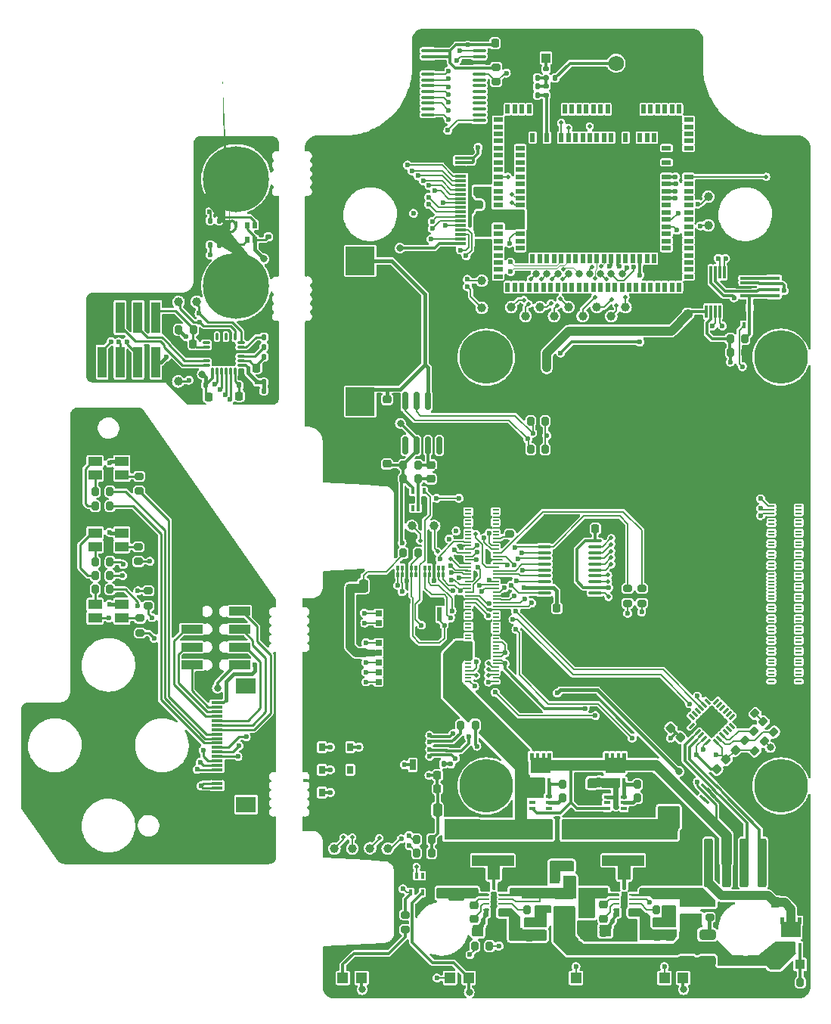
<source format=gbr>
%TF.GenerationSoftware,KiCad,Pcbnew,5.99.0-1.20210329git38c849b.fc33*%
%TF.CreationDate,2021-04-01T23:54:54+01:00*%
%TF.ProjectId,safeproject-panel-r2,73616665-7072-46f6-9a65-63742d70616e,rev?*%
%TF.SameCoordinates,Original*%
%TF.FileFunction,Copper,L1,Top*%
%TF.FilePolarity,Positive*%
%FSLAX46Y46*%
G04 Gerber Fmt 4.6, Leading zero omitted, Abs format (unit mm)*
G04 Created by KiCad (PCBNEW 5.99.0-1.20210329git38c849b.fc33) date 2021-04-01 23:54:54*
%MOMM*%
%LPD*%
G01*
G04 APERTURE LIST*
G04 Aperture macros list*
%AMRoundRect*
0 Rectangle with rounded corners*
0 $1 Rounding radius*
0 $2 $3 $4 $5 $6 $7 $8 $9 X,Y pos of 4 corners*
0 Add a 4 corners polygon primitive as box body*
4,1,4,$2,$3,$4,$5,$6,$7,$8,$9,$2,$3,0*
0 Add four circle primitives for the rounded corners*
1,1,$1+$1,$2,$3*
1,1,$1+$1,$4,$5*
1,1,$1+$1,$6,$7*
1,1,$1+$1,$8,$9*
0 Add four rect primitives between the rounded corners*
20,1,$1+$1,$2,$3,$4,$5,0*
20,1,$1+$1,$4,$5,$6,$7,0*
20,1,$1+$1,$6,$7,$8,$9,0*
20,1,$1+$1,$8,$9,$2,$3,0*%
%AMRotRect*
0 Rectangle, with rotation*
0 The origin of the aperture is its center*
0 $1 length*
0 $2 width*
0 $3 Rotation angle, in degrees counterclockwise*
0 Add horizontal line*
21,1,$1,$2,0,0,$3*%
%AMFreePoly0*
4,1,21,1.372500,0.787500,0.862500,0.787500,0.862500,0.532500,1.372500,0.532500,1.372500,0.127500,0.862500,0.127500,0.862500,-0.127500,1.372500,-0.127500,1.372500,-0.532500,0.862500,-0.532500,0.862500,-0.787500,1.372500,-0.787500,1.372500,-1.195000,0.612500,-1.195000,0.612500,-1.117500,-0.862500,-1.117500,-0.862500,1.117500,0.612500,1.117500,0.612500,1.195000,1.372500,1.195000,
1.372500,0.787500,1.372500,0.787500,$1*%
%AMFreePoly1*
4,1,25,-1.500000,1.420000,-1.360000,1.280000,-1.205000,1.155000,-1.035000,1.045000,-0.860000,0.950000,-0.675000,0.875000,-0.480000,0.820000,-0.280000,0.780000,-0.085000,0.765000,0.085000,0.765000,0.280000,0.780000,0.480000,0.820000,0.675000,0.875000,0.860000,0.950000,1.035000,1.045000,1.205000,1.155000,1.360000,1.280000,1.500000,1.420000,1.645000,1.595000,3.555000,1.595000,
3.555000,-0.755000,-3.555000,-0.755000,-3.555000,1.595000,-1.645000,1.595000,-1.500000,1.420000,-1.500000,1.420000,$1*%
%AMFreePoly2*
4,1,59,0.185535,1.453533,0.356177,1.392770,0.509116,1.295712,0.636751,1.167183,0.732739,1.013570,0.792309,0.842508,0.812500,0.662500,0.812183,0.639814,0.786974,0.460439,0.722651,0.291108,0.622411,0.140235,0.491237,0.015319,0.335647,-0.077430,0.163376,-0.133405,0.009760,-0.147385,0.000000,-0.150000,-0.004810,-0.148711,-0.017016,-0.149822,-0.196562,-0.125865,-0.366338,-0.062726,
-0.517907,0.036458,-0.643735,0.166757,-0.737569,0.321695,-0.794745,0.493572,-0.811923,0.668761,-0.512462,0.668761,-0.493621,0.524679,-0.435098,0.391675,-0.341598,0.280444,-0.220637,0.199925,-0.081939,0.156593,0.063346,0.153930,0.203538,0.192151,0.327369,0.268183,0.424882,0.375914,0.488239,0.506683,0.512347,0.649979,0.512500,0.662500,0.491900,0.806342,0.431757,0.938620,
0.336905,1.048701,0.214969,1.127736,0.075752,1.169371,-0.069554,1.170258,-0.209269,1.130328,-0.332161,1.052788,-0.428351,0.943874,-0.490106,0.812340,-0.512462,0.668761,-0.811923,0.668761,-0.812421,0.673844,-0.789718,0.853553,-0.727766,1.023766,-0.629642,1.176024,-0.500225,1.302759,-0.345946,1.397672,-0.174472,1.456046,0.005672,1.474980,0.185535,1.453533,0.185535,1.453533,
$1*%
G04 Aperture macros list end*
%TA.AperFunction,SMDPad,CuDef*%
%ADD10R,1.350000X0.400000*%
%TD*%
%TA.AperFunction,ComponentPad*%
%ADD11O,0.950000X1.250000*%
%TD*%
%TA.AperFunction,SMDPad,CuDef*%
%ADD12R,1.550000X1.500000*%
%TD*%
%TA.AperFunction,ComponentPad*%
%ADD13O,1.550000X0.890000*%
%TD*%
%TA.AperFunction,SMDPad,CuDef*%
%ADD14R,1.550000X1.200000*%
%TD*%
%TA.AperFunction,SMDPad,CuDef*%
%ADD15R,0.405000X0.990000*%
%TD*%
%TA.AperFunction,SMDPad,CuDef*%
%ADD16FreePoly0,90.000000*%
%TD*%
%TA.AperFunction,SMDPad,CuDef*%
%ADD17R,1.200000X1.200000*%
%TD*%
%TA.AperFunction,SMDPad,CuDef*%
%ADD18C,1.000000*%
%TD*%
%TA.AperFunction,SMDPad,CuDef*%
%ADD19RoundRect,0.250000X-0.250000X-2.500000X0.250000X-2.500000X0.250000X2.500000X-0.250000X2.500000X0*%
%TD*%
%TA.AperFunction,SMDPad,CuDef*%
%ADD20RoundRect,0.250000X-0.550000X-1.250000X0.550000X-1.250000X0.550000X1.250000X-0.550000X1.250000X0*%
%TD*%
%TA.AperFunction,SMDPad,CuDef*%
%ADD21RoundRect,0.050000X-0.287500X-0.075000X0.287500X-0.075000X0.287500X0.075000X-0.287500X0.075000X0*%
%TD*%
%TA.AperFunction,SMDPad,CuDef*%
%ADD22RoundRect,0.050000X0.075000X-0.287500X0.075000X0.287500X-0.075000X0.287500X-0.075000X-0.287500X0*%
%TD*%
%TA.AperFunction,SMDPad,CuDef*%
%ADD23RoundRect,0.050000X-0.275000X-0.075000X0.275000X-0.075000X0.275000X0.075000X-0.275000X0.075000X0*%
%TD*%
%TA.AperFunction,SMDPad,CuDef*%
%ADD24RoundRect,0.050050X0.124950X0.274950X-0.124950X0.274950X-0.124950X-0.274950X0.124950X-0.274950X0*%
%TD*%
%TA.AperFunction,SMDPad,CuDef*%
%ADD25RoundRect,0.049950X-0.175050X-0.675050X0.175050X-0.675050X0.175050X0.675050X-0.175050X0.675050X0*%
%TD*%
%TA.AperFunction,SMDPad,CuDef*%
%ADD26RoundRect,0.225000X0.250000X-0.225000X0.250000X0.225000X-0.250000X0.225000X-0.250000X-0.225000X0*%
%TD*%
%TA.AperFunction,SMDPad,CuDef*%
%ADD27RoundRect,0.250000X-0.475000X0.250000X-0.475000X-0.250000X0.475000X-0.250000X0.475000X0.250000X0*%
%TD*%
%TA.AperFunction,SMDPad,CuDef*%
%ADD28RoundRect,0.200000X-0.200000X-0.275000X0.200000X-0.275000X0.200000X0.275000X-0.200000X0.275000X0*%
%TD*%
%TA.AperFunction,SMDPad,CuDef*%
%ADD29R,0.900000X1.200000*%
%TD*%
%TA.AperFunction,SMDPad,CuDef*%
%ADD30RoundRect,0.150000X0.150000X-0.825000X0.150000X0.825000X-0.150000X0.825000X-0.150000X-0.825000X0*%
%TD*%
%TA.AperFunction,SMDPad,CuDef*%
%ADD31RoundRect,0.250000X-0.650000X0.325000X-0.650000X-0.325000X0.650000X-0.325000X0.650000X0.325000X0*%
%TD*%
%TA.AperFunction,SMDPad,CuDef*%
%ADD32RoundRect,0.100000X0.637500X0.100000X-0.637500X0.100000X-0.637500X-0.100000X0.637500X-0.100000X0*%
%TD*%
%TA.AperFunction,SMDPad,CuDef*%
%ADD33R,0.450000X0.700000*%
%TD*%
%TA.AperFunction,SMDPad,CuDef*%
%ADD34R,0.550000X0.300000*%
%TD*%
%TA.AperFunction,SMDPad,CuDef*%
%ADD35R,0.550000X0.400000*%
%TD*%
%TA.AperFunction,SMDPad,CuDef*%
%ADD36R,0.300000X0.550000*%
%TD*%
%TA.AperFunction,SMDPad,CuDef*%
%ADD37R,0.400000X0.550000*%
%TD*%
%TA.AperFunction,SMDPad,CuDef*%
%ADD38RoundRect,0.200000X0.335876X0.053033X0.053033X0.335876X-0.335876X-0.053033X-0.053033X-0.335876X0*%
%TD*%
%TA.AperFunction,SMDPad,CuDef*%
%ADD39RoundRect,0.135000X-0.185000X0.135000X-0.185000X-0.135000X0.185000X-0.135000X0.185000X0.135000X0*%
%TD*%
%TA.AperFunction,SMDPad,CuDef*%
%ADD40R,1.050000X2.200000*%
%TD*%
%TA.AperFunction,SMDPad,CuDef*%
%ADD41R,1.000000X1.050000*%
%TD*%
%TA.AperFunction,SMDPad,CuDef*%
%ADD42RoundRect,0.200000X0.275000X-0.200000X0.275000X0.200000X-0.275000X0.200000X-0.275000X-0.200000X0*%
%TD*%
%TA.AperFunction,SMDPad,CuDef*%
%ADD43RoundRect,0.225000X-0.225000X-0.250000X0.225000X-0.250000X0.225000X0.250000X-0.225000X0.250000X0*%
%TD*%
%TA.AperFunction,SMDPad,CuDef*%
%ADD44RoundRect,0.200000X0.200000X0.275000X-0.200000X0.275000X-0.200000X-0.275000X0.200000X-0.275000X0*%
%TD*%
%TA.AperFunction,SMDPad,CuDef*%
%ADD45R,0.500000X1.000000*%
%TD*%
%TA.AperFunction,SMDPad,CuDef*%
%ADD46R,1.000000X0.500000*%
%TD*%
%TA.AperFunction,SMDPad,CuDef*%
%ADD47R,1.000000X1.000000*%
%TD*%
%TA.AperFunction,SMDPad,CuDef*%
%ADD48R,0.900000X1.000000*%
%TD*%
%TA.AperFunction,SMDPad,CuDef*%
%ADD49C,0.800000*%
%TD*%
%TA.AperFunction,SMDPad,CuDef*%
%ADD50R,0.300000X1.400000*%
%TD*%
%TA.AperFunction,SMDPad,CuDef*%
%ADD51RoundRect,0.200000X-0.275000X0.200000X-0.275000X-0.200000X0.275000X-0.200000X0.275000X0.200000X0*%
%TD*%
%TA.AperFunction,SMDPad,CuDef*%
%ADD52RoundRect,0.225000X0.225000X0.250000X-0.225000X0.250000X-0.225000X-0.250000X0.225000X-0.250000X0*%
%TD*%
%TA.AperFunction,WasherPad*%
%ADD53C,6.000000*%
%TD*%
%TA.AperFunction,SMDPad,CuDef*%
%ADD54RoundRect,0.225000X-0.250000X0.225000X-0.250000X-0.225000X0.250000X-0.225000X0.250000X0.225000X0*%
%TD*%
%TA.AperFunction,SMDPad,CuDef*%
%ADD55RoundRect,0.250000X0.650000X-0.325000X0.650000X0.325000X-0.650000X0.325000X-0.650000X-0.325000X0*%
%TD*%
%TA.AperFunction,SMDPad,CuDef*%
%ADD56RoundRect,0.062500X-0.203293X-0.291682X0.291682X0.203293X0.203293X0.291682X-0.291682X-0.203293X0*%
%TD*%
%TA.AperFunction,SMDPad,CuDef*%
%ADD57RoundRect,0.062500X0.203293X-0.291682X0.291682X-0.203293X-0.203293X0.291682X-0.291682X0.203293X0*%
%TD*%
%TA.AperFunction,SMDPad,CuDef*%
%ADD58RotRect,2.600000X2.600000X45.000000*%
%TD*%
%TA.AperFunction,SMDPad,CuDef*%
%ADD59C,1.730000*%
%TD*%
%TA.AperFunction,SMDPad,CuDef*%
%ADD60FreePoly1,0.000000*%
%TD*%
%TA.AperFunction,SMDPad,CuDef*%
%ADD61FreePoly1,180.000000*%
%TD*%
%TA.AperFunction,SMDPad,CuDef*%
%ADD62RoundRect,0.140000X0.140000X0.170000X-0.140000X0.170000X-0.140000X-0.170000X0.140000X-0.170000X0*%
%TD*%
%TA.AperFunction,SMDPad,CuDef*%
%ADD63R,0.700000X0.200000*%
%TD*%
%TA.AperFunction,SMDPad,CuDef*%
%ADD64RoundRect,0.225000X-0.017678X0.335876X-0.335876X0.017678X0.017678X-0.335876X0.335876X-0.017678X0*%
%TD*%
%TA.AperFunction,SMDPad,CuDef*%
%ADD65RoundRect,0.250000X0.850000X-0.375000X0.850000X0.375000X-0.850000X0.375000X-0.850000X-0.375000X0*%
%TD*%
%TA.AperFunction,SMDPad,CuDef*%
%ADD66R,0.400000X0.650000*%
%TD*%
%TA.AperFunction,SMDPad,CuDef*%
%ADD67RoundRect,0.225000X-0.335876X-0.017678X-0.017678X-0.335876X0.335876X0.017678X0.017678X0.335876X0*%
%TD*%
%TA.AperFunction,SMDPad,CuDef*%
%ADD68RoundRect,0.140000X-0.140000X-0.170000X0.140000X-0.170000X0.140000X0.170000X-0.140000X0.170000X0*%
%TD*%
%TA.AperFunction,SMDPad,CuDef*%
%ADD69RoundRect,0.147500X-0.147500X-0.172500X0.147500X-0.172500X0.147500X0.172500X-0.147500X0.172500X0*%
%TD*%
%TA.AperFunction,SMDPad,CuDef*%
%ADD70RoundRect,0.250000X0.475000X-0.250000X0.475000X0.250000X-0.475000X0.250000X-0.475000X-0.250000X0*%
%TD*%
%TA.AperFunction,SMDPad,CuDef*%
%ADD71R,1.300000X0.300000*%
%TD*%
%TA.AperFunction,SMDPad,CuDef*%
%ADD72R,2.200000X1.800000*%
%TD*%
%TA.AperFunction,SMDPad,CuDef*%
%ADD73R,1.100000X1.100000*%
%TD*%
%TA.AperFunction,SMDPad,CuDef*%
%ADD74RoundRect,0.250000X-0.325000X-0.650000X0.325000X-0.650000X0.325000X0.650000X-0.325000X0.650000X0*%
%TD*%
%TA.AperFunction,SMDPad,CuDef*%
%ADD75R,4.700000X1.200000*%
%TD*%
%TA.AperFunction,SMDPad,CuDef*%
%ADD76RoundRect,0.100000X-0.637500X-0.100000X0.637500X-0.100000X0.637500X0.100000X-0.637500X0.100000X0*%
%TD*%
%TA.AperFunction,SMDPad,CuDef*%
%ADD77RoundRect,0.250000X-0.250000X-0.475000X0.250000X-0.475000X0.250000X0.475000X-0.250000X0.475000X0*%
%TD*%
%TA.AperFunction,SMDPad,CuDef*%
%ADD78R,0.700000X0.900000*%
%TD*%
%TA.AperFunction,SMDPad,CuDef*%
%ADD79R,0.700000X0.700000*%
%TD*%
%TA.AperFunction,SMDPad,CuDef*%
%ADD80R,0.650000X1.200000*%
%TD*%
%TA.AperFunction,SMDPad,CuDef*%
%ADD81R,0.600000X0.300000*%
%TD*%
%TA.AperFunction,SMDPad,CuDef*%
%ADD82R,0.500000X1.400000*%
%TD*%
%TA.AperFunction,SMDPad,CuDef*%
%ADD83R,1.900000X0.450000*%
%TD*%
%TA.AperFunction,SMDPad,CuDef*%
%ADD84R,2.900000X0.450000*%
%TD*%
%TA.AperFunction,SMDPad,CuDef*%
%ADD85R,0.700000X0.750000*%
%TD*%
%TA.AperFunction,SMDPad,CuDef*%
%ADD86R,2.400000X0.450000*%
%TD*%
%TA.AperFunction,SMDPad,CuDef*%
%ADD87RotRect,0.300000X0.550000X225.000000*%
%TD*%
%TA.AperFunction,SMDPad,CuDef*%
%ADD88RotRect,0.400000X0.550000X225.000000*%
%TD*%
%TA.AperFunction,SMDPad,CuDef*%
%ADD89R,0.650000X0.400000*%
%TD*%
%TA.AperFunction,SMDPad,CuDef*%
%ADD90R,3.200000X3.200000*%
%TD*%
%TA.AperFunction,SMDPad,CuDef*%
%ADD91C,8.000000*%
%TD*%
%TA.AperFunction,SMDPad,CuDef*%
%ADD92RoundRect,0.135000X0.135000X0.185000X-0.135000X0.185000X-0.135000X-0.185000X0.135000X-0.185000X0*%
%TD*%
%TA.AperFunction,SMDPad,CuDef*%
%ADD93R,0.700000X0.640000*%
%TD*%
%TA.AperFunction,SMDPad,CuDef*%
%ADD94R,0.550000X1.550000*%
%TD*%
%TA.AperFunction,SMDPad,CuDef*%
%ADD95R,1.150000X0.520000*%
%TD*%
%TA.AperFunction,SMDPad,CuDef*%
%ADD96R,1.450000X0.570000*%
%TD*%
%TA.AperFunction,SMDPad,CuDef*%
%ADD97R,0.450000X1.300000*%
%TD*%
%TA.AperFunction,SMDPad,CuDef*%
%ADD98R,1.700000X1.010000*%
%TD*%
%TA.AperFunction,SMDPad,CuDef*%
%ADD99R,1.960000X0.570000*%
%TD*%
%TA.AperFunction,SMDPad,CuDef*%
%ADD100R,1.650000X0.520000*%
%TD*%
%TA.AperFunction,SMDPad,CuDef*%
%ADD101R,1.850000X0.570000*%
%TD*%
%TA.AperFunction,SMDPad,CuDef*%
%ADD102R,0.820000X0.520000*%
%TD*%
%TA.AperFunction,SMDPad,CuDef*%
%ADD103RoundRect,0.250000X0.325000X0.650000X-0.325000X0.650000X-0.325000X-0.650000X0.325000X-0.650000X0*%
%TD*%
%TA.AperFunction,SMDPad,CuDef*%
%ADD104R,1.500000X1.100000*%
%TD*%
%TA.AperFunction,SMDPad,CuDef*%
%ADD105R,2.350000X1.000000*%
%TD*%
%TA.AperFunction,WasherPad*%
%ADD106C,7.400000*%
%TD*%
%TA.AperFunction,SMDPad,CuDef*%
%ADD107R,1.000000X3.500000*%
%TD*%
%TA.AperFunction,SMDPad,CuDef*%
%ADD108RoundRect,0.075000X0.350000X0.075000X-0.350000X0.075000X-0.350000X-0.075000X0.350000X-0.075000X0*%
%TD*%
%TA.AperFunction,SMDPad,CuDef*%
%ADD109RoundRect,0.075000X0.075000X0.350000X-0.075000X0.350000X-0.075000X-0.350000X0.075000X-0.350000X0*%
%TD*%
%TA.AperFunction,ComponentPad*%
%ADD110C,0.500000*%
%TD*%
%TA.AperFunction,SMDPad,CuDef*%
%ADD111R,2.650000X2.650000*%
%TD*%
%TA.AperFunction,SMDPad,CuDef*%
%ADD112R,0.522000X0.725000*%
%TD*%
%TA.AperFunction,SMDPad,CuDef*%
%ADD113FreePoly2,270.000000*%
%TD*%
%TA.AperFunction,SMDPad,CuDef*%
%ADD114RoundRect,0.140000X0.170000X-0.140000X0.170000X0.140000X-0.170000X0.140000X-0.170000X-0.140000X0*%
%TD*%
%TA.AperFunction,ViaPad*%
%ADD115C,0.600000*%
%TD*%
%TA.AperFunction,ViaPad*%
%ADD116C,0.800000*%
%TD*%
%TA.AperFunction,ViaPad*%
%ADD117C,0.500000*%
%TD*%
%TA.AperFunction,Conductor*%
%ADD118C,0.250000*%
%TD*%
%TA.AperFunction,Conductor*%
%ADD119C,0.200000*%
%TD*%
%TA.AperFunction,Conductor*%
%ADD120C,0.300000*%
%TD*%
%TA.AperFunction,Conductor*%
%ADD121C,1.000000*%
%TD*%
%TA.AperFunction,Conductor*%
%ADD122C,0.800000*%
%TD*%
%TA.AperFunction,Conductor*%
%ADD123C,0.400000*%
%TD*%
%TA.AperFunction,Conductor*%
%ADD124C,0.600000*%
%TD*%
%TA.AperFunction,Conductor*%
%ADD125C,0.380000*%
%TD*%
%TA.AperFunction,Conductor*%
%ADD126C,1.200000*%
%TD*%
%TA.AperFunction,Conductor*%
%ADD127C,0.350000*%
%TD*%
%TA.AperFunction,Conductor*%
%ADD128C,0.125000*%
%TD*%
G04 APERTURE END LIST*
D10*
%TO.P,J15,1,VBUS*%
%TO.N,Net-(J15-Pad1)*%
X118000000Y-55350000D03*
%TO.P,J15,2,D-*%
%TO.N,/USB-OTG flashing interface/OTG_USB_DN*%
X118000000Y-54700000D03*
%TO.P,J15,3,D+*%
%TO.N,/USB-OTG flashing interface/OTG_USB_DP*%
X118000000Y-54050000D03*
%TO.P,J15,4,ID*%
%TO.N,Net-(J15-Pad4)*%
X118000000Y-53400000D03*
%TO.P,J15,5,GND*%
%TO.N,GND*%
X118000000Y-52750000D03*
D11*
%TO.P,J15,6,Shield*%
X118000000Y-56550000D03*
D12*
X120700000Y-53050000D03*
D13*
X120700000Y-57550000D03*
X120700000Y-50550000D03*
D11*
X118000000Y-51550000D03*
D12*
X120700000Y-55050000D03*
D14*
X120700000Y-51150000D03*
X120700000Y-56950000D03*
%TD*%
D15*
%TO.P,Q3,1,S*%
%TO.N,/Power and input connector/Vin*%
X118915600Y-128332200D03*
%TO.P,Q3,2,S*%
X119575600Y-128332200D03*
%TO.P,Q3,3,S*%
X120235600Y-128332200D03*
%TO.P,Q3,4,G*%
%TO.N,Net-(D5-Pad2)*%
X120895600Y-128332200D03*
D16*
%TO.P,Q3,5,D*%
%TO.N,/Power and input connector/IN_VIN*%
X119905600Y-126339700D03*
%TD*%
D17*
%TO.P,D1,1,K*%
%TO.N,Net-(D1-Pad1)*%
X81750000Y-131750000D03*
%TO.P,D1,2,A*%
%TO.N,+3V3*%
X83850000Y-131750000D03*
%TD*%
D18*
%TO.P,T10,1,1*%
%TO.N,Net-(T10-Pad1)*%
X110665600Y-47489600D03*
%TD*%
D15*
%TO.P,Q1,1,S*%
%TO.N,+5V*%
X90885000Y-109935000D03*
%TO.P,Q1,2,S*%
X91545000Y-109935000D03*
%TO.P,Q1,3,S*%
X92205000Y-109935000D03*
%TO.P,Q1,4,G*%
%TO.N,Net-(Q1-Pad4)*%
X92865000Y-109935000D03*
D16*
%TO.P,Q1,5,D*%
%TO.N,VBUS*%
X91875000Y-107942500D03*
%TD*%
D19*
%TO.P,J10,1,Pin_1*%
%TO.N,/Power and input connector/IN_VIN*%
X110700000Y-118850000D03*
%TO.P,J10,2,Pin_2*%
%TO.N,VBUS*%
X112700000Y-118850000D03*
%TO.P,J10,3,Pin_3*%
%TO.N,/USB_UART_DP*%
X114700000Y-118850000D03*
%TO.P,J10,4,Pin_4*%
%TO.N,/USB_UART_DN*%
X116700000Y-118850000D03*
%TO.P,J10,5,Pin_5*%
%TO.N,GND*%
X118700000Y-118850000D03*
D20*
%TO.P,J10,MP,MountPin*%
X108300000Y-116600000D03*
X121100000Y-116600000D03*
%TD*%
D18*
%TO.P,T7,1,1*%
%TO.N,Net-(Module1-Pad35)*%
X79975000Y-81150000D03*
%TD*%
D21*
%TO.P,U5,1,PGND*%
%TO.N,GND*%
X85787500Y-121800000D03*
D22*
X86000000Y-121587500D03*
D23*
%TO.P,U5,2,VIN*%
%TO.N,/Power and input connector/VIN_DCDC_5*%
X85775000Y-122450000D03*
%TO.P,U5,3,SW_BT*%
%TO.N,Net-(C9-Pad1)*%
X85775000Y-122950000D03*
%TO.P,U5,4,BOOT*%
%TO.N,Net-(C9-Pad2)*%
X85775000Y-123450000D03*
D22*
%TO.P,U5,5,VCC*%
%TO.N,Net-(C7-Pad2)*%
X86000000Y-124312500D03*
D21*
X85787500Y-124100000D03*
D24*
%TO.P,U5,6,AGND*%
%TO.N,GND*%
X86650000Y-124325000D03*
D21*
%TO.P,U5,7,FB*%
%TO.N,Net-(C11-Pad2)*%
X87512500Y-124100000D03*
D22*
X87300000Y-124312500D03*
D23*
%TO.P,U5,8,PG*%
%TO.N,Net-(R12-Pad2)*%
X87525000Y-123450000D03*
%TO.P,U5,9,EN*%
%TO.N,/Power and input connector/VIN_DCDC_5*%
X87525000Y-122950000D03*
%TO.P,U5,10,VIN*%
X87525000Y-122450000D03*
D21*
%TO.P,U5,11,PGND*%
%TO.N,GND*%
X87512500Y-121800000D03*
D22*
X87300000Y-121587500D03*
D24*
%TO.P,U5,12,SW*%
%TO.N,/Power and input connector/SW_5V2*%
X86650000Y-121575000D03*
D25*
%TO.P,U5,13,PGND*%
%TO.N,GND*%
X86650000Y-122950000D03*
%TD*%
D26*
%TO.P,C36,1*%
%TO.N,Net-(C36-Pad1)*%
X79600000Y-75875000D03*
%TO.P,C36,2*%
%TO.N,/RTC/n_RTC_INT*%
X79600000Y-74325000D03*
%TD*%
D27*
%TO.P,C23,1*%
%TO.N,+3V7*%
X85200000Y-48200000D03*
%TO.P,C23,2*%
%TO.N,GND*%
X85200000Y-50100000D03*
%TD*%
D18*
%TO.P,T4,1,1*%
%TO.N,Net-(Module1-Pad94)*%
X70800000Y-117250000D03*
%TD*%
D28*
%TO.P,R7,1*%
%TO.N,Net-(R7-Pad1)*%
X94375000Y-111600000D03*
%TO.P,R7,2*%
%TO.N,GND*%
X96025000Y-111600000D03*
%TD*%
D29*
%TO.P,D4,1,A1*%
%TO.N,GND*%
X121400000Y-123300000D03*
%TO.P,D4,2,A2*%
%TO.N,/Power and input connector/IN_VIN*%
X118100000Y-123300000D03*
%TD*%
D28*
%TO.P,R8,1*%
%TO.N,Net-(R8-Pad1)*%
X102750000Y-111600000D03*
%TO.P,R8,2*%
%TO.N,GND*%
X104400000Y-111600000D03*
%TD*%
D30*
%TO.P,U13,1,32KHZ*%
%TO.N,unconnected-(U13-Pad1)*%
X76745000Y-72125000D03*
%TO.P,U13,2,VCC*%
%TO.N,+5V*%
X78015000Y-72125000D03*
%TO.P,U13,3,~INT~/SQW*%
%TO.N,/RTC/n_RTC_INT*%
X79285000Y-72125000D03*
%TO.P,U13,4,~RST*%
%TO.N,unconnected-(U13-Pad4)*%
X80555000Y-72125000D03*
%TO.P,U13,5,GND*%
%TO.N,GND*%
X80555000Y-67175000D03*
%TO.P,U13,6,VBAT*%
%TO.N,Net-(BT1-Pad1)*%
X79285000Y-67175000D03*
%TO.P,U13,7,SDA*%
%TO.N,/SDA*%
X78015000Y-67175000D03*
%TO.P,U13,8,SCL*%
%TO.N,/SCL*%
X76745000Y-67175000D03*
%TD*%
D31*
%TO.P,C43,1*%
%TO.N,/Power and input connector/Vin*%
X108278000Y-126888200D03*
%TO.P,C43,2*%
%TO.N,GND*%
X108278000Y-129838200D03*
%TD*%
D26*
%TO.P,C42,1*%
%TO.N,/Power and input connector/VIN_DCDC_5*%
X84450000Y-122125000D03*
%TO.P,C42,2*%
%TO.N,GND*%
X84450000Y-120575000D03*
%TD*%
D32*
%TO.P,U9,1,A1*%
%TO.N,/Modem/1V8_POWER_ON_N*%
X98012500Y-88675000D03*
%TO.P,U9,2,VCCA*%
%TO.N,+1V8*%
X98012500Y-88025000D03*
%TO.P,U9,3,A2*%
%TO.N,/Modem/1V8_RESET_IN_N*%
X98012500Y-87375000D03*
%TO.P,U9,4,A3*%
%TO.N,/Modem/1V8_BOOT_MODE*%
X98012500Y-86725000D03*
%TO.P,U9,5,A4*%
%TO.N,/Modem/1V8_WAKE*%
X98012500Y-86075000D03*
%TO.P,U9,6,A5*%
%TO.N,/Modem/1V8_RESET_OUT_N*%
X98012500Y-85425000D03*
%TO.P,U9,7,A6*%
%TO.N,/Modem/1V8_SAFE_PWR_REMOVE*%
X98012500Y-84775000D03*
%TO.P,U9,8,A7*%
%TO.N,/Modem/1V8_WAKE_ON_WWAN*%
X98012500Y-84125000D03*
%TO.P,U9,9,A8*%
%TO.N,/Modem/1V8_TX_ON*%
X98012500Y-83475000D03*
%TO.P,U9,10,OE*%
%TO.N,+1V8*%
X98012500Y-82825000D03*
%TO.P,U9,11,GND*%
%TO.N,GND*%
X92287500Y-82825000D03*
%TO.P,U9,12,B8*%
%TO.N,/TX_ON*%
X92287500Y-83475000D03*
%TO.P,U9,13,B7*%
%TO.N,/WAKE_ON_WWAN*%
X92287500Y-84125000D03*
%TO.P,U9,14,B6*%
%TO.N,/SAFE_PWR_REMOVE*%
X92287500Y-84775000D03*
%TO.P,U9,15,B5*%
%TO.N,/RESET_OUT_N*%
X92287500Y-85425000D03*
%TO.P,U9,16,B4*%
%TO.N,/WAKE*%
X92287500Y-86075000D03*
%TO.P,U9,17,B3*%
%TO.N,/BOOT_MODE*%
X92287500Y-86725000D03*
%TO.P,U9,18,B2*%
%TO.N,/RESET_IN_N*%
X92287500Y-87375000D03*
%TO.P,U9,19,VCCB*%
%TO.N,+3V3*%
X92287500Y-88025000D03*
%TO.P,U9,20,B1*%
%TO.N,/POWER_ON_N*%
X92287500Y-88675000D03*
%TD*%
D31*
%TO.P,C13,1*%
%TO.N,+5V*%
X90650000Y-115275000D03*
%TO.P,C13,2*%
%TO.N,GND*%
X90650000Y-118225000D03*
%TD*%
D33*
%TO.P,Q4,1,G*%
%TO.N,Net-(J15-Pad1)*%
X115300000Y-56700000D03*
%TO.P,Q4,2,S*%
%TO.N,GND*%
X114000000Y-56700000D03*
%TO.P,Q4,3,D*%
%TO.N,/nRPIBOOT*%
X114650000Y-58700000D03*
%TD*%
D34*
%TO.P,U8,1,IO1*%
%TO.N,/Modem/UIM_VCC*%
X80461000Y-106757200D03*
X81231000Y-106757200D03*
%TO.P,U8,2,IO2*%
%TO.N,/Modem/UIM_RESET_N*%
X81231000Y-106257200D03*
X80461000Y-106257200D03*
D35*
%TO.P,U8,3,G*%
%TO.N,GND*%
X81231000Y-105757200D03*
X80461000Y-105757200D03*
D34*
%TO.P,U8,4,IO3*%
%TO.N,/Modem/UIM_CLK_R*%
X80461000Y-105257200D03*
X81231000Y-105257200D03*
%TO.P,U8,5,IO4*%
%TO.N,/Modem/UIM_DATA*%
X81231000Y-104757200D03*
X80461000Y-104757200D03*
%TD*%
D36*
%TO.P,U11,1,IO1*%
%TO.N,/SD_DAT0*%
X75900000Y-86585000D03*
X75900000Y-85815000D03*
%TO.P,U11,2,IO2*%
%TO.N,/SD_DAT1*%
X76400000Y-85815000D03*
X76400000Y-86585000D03*
D37*
%TO.P,U11,3,G*%
%TO.N,GND*%
X76900000Y-85815000D03*
X76900000Y-86585000D03*
D36*
%TO.P,U11,4,IO3*%
%TO.N,/SD_nDET*%
X77400000Y-85815000D03*
X77400000Y-86585000D03*
%TO.P,U11,5,IO4*%
%TO.N,unconnected-(U11-Pad5)*%
X77900000Y-86585000D03*
X77900000Y-85815000D03*
%TD*%
D38*
%TO.P,R26,1*%
%TO.N,Net-(R25-Pad2)*%
X117981371Y-104231371D03*
%TO.P,R26,2*%
%TO.N,Net-(R26-Pad2)*%
X116814645Y-103064645D03*
%TD*%
D39*
%TO.P,R20,1*%
%TO.N,Net-(C19-Pad2)*%
X92500000Y-31895000D03*
%TO.P,R20,2*%
%TO.N,/Modem/RF_MAIN*%
X92500000Y-32915000D03*
%TD*%
D18*
%TO.P,T1,1,1*%
%TO.N,Net-(Module1-Pad36)*%
X77475000Y-81150000D03*
%TD*%
D40*
%TO.P,J12,1*%
%TO.N,GND*%
X93975000Y-27255000D03*
X91025000Y-27255000D03*
D41*
%TO.P,J12,2*%
%TO.N,/Modem/RF_ANT*%
X92500000Y-28755000D03*
%TD*%
D42*
%TO.P,R35,1*%
%TO.N,/Power and input connector/VIN_DCDC_5*%
X95100000Y-120775000D03*
%TO.P,R35,2*%
%TO.N,Net-(C44-Pad1)*%
X95100000Y-119125000D03*
%TD*%
D28*
%TO.P,R22,1*%
%TO.N,/Modem/UIM_DATA*%
X78025000Y-117750000D03*
%TO.P,R22,2*%
%TO.N,/Modem/UIM_VCC*%
X79675000Y-117750000D03*
%TD*%
D43*
%TO.P,C28,1*%
%TO.N,/Modem/UIM_VCC*%
X80325000Y-110550000D03*
%TO.P,C28,2*%
%TO.N,GND*%
X81875000Y-110550000D03*
%TD*%
D44*
%TO.P,R15,1*%
%TO.N,Net-(C11-Pad2)*%
X89175000Y-125650000D03*
%TO.P,R15,2*%
%TO.N,GND*%
X87525000Y-125650000D03*
%TD*%
%TO.P,R23,1*%
%TO.N,/Modem/UIM_CLK*%
X84575000Y-103450000D03*
%TO.P,R23,2*%
%TO.N,/Modem/UIM_CLK_R*%
X82925000Y-103450000D03*
%TD*%
D18*
%TO.P,J5,1,1*%
%TO.N,Net-(J5-Pad1)*%
X95000000Y-56650000D03*
%TD*%
D45*
%TO.P,U7,1,I2C1_CLK*%
%TO.N,unconnected-(U7-Pad1)*%
X91000000Y-51230000D03*
%TO.P,U7,2,UART1_RI*%
%TO.N,unconnected-(U7-Pad2)*%
X91800000Y-51230000D03*
%TO.P,U7,3,UART1_RTS*%
%TO.N,unconnected-(U7-Pad3)*%
X92600000Y-51230000D03*
%TO.P,U7,4,UART1_CTS*%
%TO.N,unconnected-(U7-Pad4)*%
X93400000Y-51230000D03*
%TO.P,U7,5,UART1_TX*%
%TO.N,Net-(T8-Pad1)*%
X94200000Y-51230000D03*
%TO.P,U7,6,UART1_RX*%
%TO.N,Net-(T9-Pad1)*%
X95000000Y-51230000D03*
%TO.P,U7,7,UART1_DTR*%
%TO.N,unconnected-(U7-Pad7)*%
X95800000Y-51230000D03*
%TO.P,U7,8,UART1_DCD*%
%TO.N,unconnected-(U7-Pad8)*%
X96600000Y-51230000D03*
%TO.P,U7,9,UART1_DSR*%
%TO.N,unconnected-(U7-Pad9)*%
X97400000Y-51230000D03*
%TO.P,U7,10,GPIO2*%
%TO.N,/Modem/1V8_WAKE*%
X98200000Y-51230000D03*
%TO.P,U7,11,RESET_IN_N*%
%TO.N,/Modem/1V8_RESET_IN_N*%
X99000000Y-51230000D03*
%TO.P,U7,12,USB_D-*%
%TO.N,/MODEM_USB_DN*%
X99800000Y-51230000D03*
%TO.P,U7,13,USB_D+*%
%TO.N,/MODEM_USB_DP*%
X100600000Y-51230000D03*
%TO.P,U7,14*%
%TO.N,N/C*%
X101400000Y-51230000D03*
%TO.P,U7,15*%
X102200000Y-51230000D03*
%TO.P,U7,16,USB_VBUS*%
%TO.N,+3V7*%
X103000000Y-51230000D03*
%TO.P,U7,17*%
%TO.N,N/C*%
X103800000Y-51230000D03*
%TO.P,U7,18*%
X104600000Y-51230000D03*
D46*
%TO.P,U7,19*%
X105980000Y-50050000D03*
%TO.P,U7,20*%
X105980000Y-49250000D03*
%TO.P,U7,21*%
X105980000Y-48450000D03*
%TO.P,U7,22,SYS_CLK*%
%TO.N,Net-(T10-Pad1)*%
X105980000Y-47650000D03*
%TO.P,U7,23,SLEEP_CLK*%
%TO.N,Net-(T11-Pad1)*%
X105980000Y-46850000D03*
%TO.P,U7,24,ADC1*%
%TO.N,unconnected-(U7-Pad24)*%
X105980000Y-46050000D03*
%TO.P,U7,25,ADC0*%
%TO.N,unconnected-(U7-Pad25)*%
X105980000Y-45250000D03*
%TO.P,U7,26,UIM1_VCC*%
%TO.N,/Modem/UIM_VCC*%
X105980000Y-44450000D03*
%TO.P,U7,27,UIM1_CLK*%
%TO.N,/Modem/UIM_CLK*%
X105980000Y-43650000D03*
%TO.P,U7,28,UIM1_DATA*%
%TO.N,/Modem/UIM_DATA*%
X105980000Y-42850000D03*
%TO.P,U7,29,UIM1_RESET_N*%
%TO.N,/Modem/UIM_RESET_N*%
X105980000Y-42050000D03*
%TO.P,U7,30,GND*%
%TO.N,GND*%
X105980000Y-41250000D03*
%TO.P,U7,31,RF_DIV*%
%TO.N,unconnected-(U7-Pad31)*%
X105980000Y-40450000D03*
%TO.P,U7,32,GND*%
%TO.N,GND*%
X105980000Y-39650000D03*
%TO.P,U7,33,PCM_OUT/I2S_OUT*%
%TO.N,unconnected-(U7-Pad33)*%
X105980000Y-38850000D03*
D45*
%TO.P,U7,34,PCM_IN/I2S_IN*%
%TO.N,unconnected-(U7-Pad34)*%
X104600000Y-37670000D03*
%TO.P,U7,35,PCM_SYNC/I2S_WS*%
%TO.N,unconnected-(U7-Pad35)*%
X103800000Y-37670000D03*
%TO.P,U7,36,PCM_CLK/I2S_CLK*%
%TO.N,unconnected-(U7-Pad36)*%
X103000000Y-37670000D03*
%TO.P,U7,37,GND*%
%TO.N,GND*%
X102200000Y-37670000D03*
%TO.P,U7,38,RF_GNSS*%
%TO.N,unconnected-(U7-Pad38)*%
X101400000Y-37670000D03*
%TO.P,U7,39,GND*%
%TO.N,GND*%
X100600000Y-37670000D03*
%TO.P,U7,40,GPIO7*%
%TO.N,unconnected-(U7-Pad40)*%
X99800000Y-37670000D03*
%TO.P,U7,41,GPIO8*%
%TO.N,unconnected-(U7-Pad41)*%
X99000000Y-37670000D03*
%TO.P,U7,42,DR_SYNC*%
%TO.N,unconnected-(U7-Pad42)*%
X98200000Y-37670000D03*
%TO.P,U7,43,EXT_GPS_LNA_EN*%
%TO.N,unconnected-(U7-Pad43)*%
X97400000Y-37670000D03*
%TO.P,U7,44,GPIO13*%
%TO.N,unconnected-(U7-Pad44)*%
X96600000Y-37670000D03*
%TO.P,U7,45,VGPIO*%
%TO.N,unconnected-(U7-Pad45)*%
X95800000Y-37670000D03*
%TO.P,U7,46,RESET_OUT_N*%
%TO.N,/Modem/1V8_RESET_OUT_N*%
X95000000Y-37670000D03*
%TO.P,U7,47,TP1*%
%TO.N,/Modem/1V8_BOOT_MODE*%
X94200000Y-37670000D03*
%TO.P,U7,48,GND*%
%TO.N,GND*%
X93400000Y-37670000D03*
%TO.P,U7,49,RF_MAIN*%
%TO.N,/Modem/RF_MAIN*%
X92600000Y-37670000D03*
%TO.P,U7,50,GND*%
%TO.N,GND*%
X91800000Y-37670000D03*
%TO.P,U7,51,SPI1_MRDY*%
%TO.N,unconnected-(U7-Pad51)*%
X91000000Y-37670000D03*
D46*
%TO.P,U7,52,SPI1_MISO*%
%TO.N,unconnected-(U7-Pad52)*%
X89620000Y-38850000D03*
%TO.P,U7,53,SPI1_CLK*%
%TO.N,unconnected-(U7-Pad53)*%
X89620000Y-39650000D03*
%TO.P,U7,54,SPI1_MOSI*%
%TO.N,unconnected-(U7-Pad54)*%
X89620000Y-40450000D03*
%TO.P,U7,55*%
%TO.N,N/C*%
X89620000Y-41250000D03*
%TO.P,U7,56*%
X89620000Y-42050000D03*
%TO.P,U7,57*%
X89620000Y-42850000D03*
%TO.P,U7,58*%
X89620000Y-43650000D03*
%TO.P,U7,59,POWER_ON_N*%
%TO.N,/Modem/1V8_POWER_ON_N*%
X89620000Y-44450000D03*
%TO.P,U7,60,TX_ON*%
%TO.N,/Modem/1V8_TX_ON*%
X89620000Y-45250000D03*
%TO.P,U7,61,VBAT_RF*%
%TO.N,+3V7*%
X89620000Y-46050000D03*
%TO.P,U7,62,VBAT_RF*%
X89620000Y-46850000D03*
%TO.P,U7,63,VBAT_BB*%
X89620000Y-47650000D03*
%TO.P,U7,64,UIM1_SIMA_DET*%
%TO.N,/Modem/UIM_SIM_DET*%
X89620000Y-48450000D03*
%TO.P,U7,65,UIM1_SIMB_DET/GPIO4*%
%TO.N,unconnected-(U7-Pad65)*%
X89620000Y-49250000D03*
%TO.P,U7,66,I2C1_DATA*%
%TO.N,unconnected-(U7-Pad66)*%
X89620000Y-50050000D03*
D47*
%TO.P,U7,67,GND*%
%TO.N,GND*%
X89620000Y-51230000D03*
%TO.P,U7,68,GND*%
X105980000Y-51230000D03*
%TO.P,U7,69,GND*%
X105980000Y-37670000D03*
%TO.P,U7,70,GND*%
X89620000Y-37670000D03*
D45*
%TO.P,U7,71*%
%TO.N,N/C*%
X88200000Y-54400000D03*
%TO.P,U7,72*%
X89000000Y-54400000D03*
%TO.P,U7,73*%
X89800000Y-54400000D03*
%TO.P,U7,74*%
X90600000Y-54400000D03*
%TO.P,U7,75*%
X91400000Y-54400000D03*
%TO.P,U7,76*%
X92200000Y-54400000D03*
%TO.P,U7,77*%
X93000000Y-54400000D03*
%TO.P,U7,78*%
X93800000Y-54400000D03*
%TO.P,U7,79*%
X94600000Y-54400000D03*
%TO.P,U7,80*%
X95400000Y-54400000D03*
%TO.P,U7,81*%
X96200000Y-54400000D03*
%TO.P,U7,82*%
X97000000Y-54400000D03*
%TO.P,U7,83*%
X97800000Y-54400000D03*
%TO.P,U7,84*%
X98600000Y-54400000D03*
%TO.P,U7,85*%
X99400000Y-54400000D03*
%TO.P,U7,86*%
X100200000Y-54400000D03*
%TO.P,U7,87*%
X101000000Y-54400000D03*
%TO.P,U7,88*%
X101800000Y-54400000D03*
%TO.P,U7,89*%
X102600000Y-54400000D03*
%TO.P,U7,90*%
X103400000Y-54400000D03*
%TO.P,U7,91*%
X104200000Y-54400000D03*
%TO.P,U7,92*%
X105000000Y-54400000D03*
%TO.P,U7,93*%
X105800000Y-54400000D03*
%TO.P,U7,94*%
X106600000Y-54400000D03*
%TO.P,U7,95*%
X107400000Y-54400000D03*
D46*
%TO.P,U7,96,UART2_TX*%
%TO.N,unconnected-(U7-Pad96)*%
X108450000Y-53250000D03*
%TO.P,U7,97,UART2_RX*%
%TO.N,unconnected-(U7-Pad97)*%
X108450000Y-52450000D03*
%TO.P,U7,98,UART2_RTS*%
%TO.N,unconnected-(U7-Pad98)*%
X108450000Y-51650000D03*
%TO.P,U7,99,UART2_CTS*%
%TO.N,unconnected-(U7-Pad99)*%
X108450000Y-50850000D03*
%TO.P,U7,100*%
%TO.N,N/C*%
X108450000Y-50050000D03*
%TO.P,U7,101,GPIO35/COEX2*%
%TO.N,unconnected-(U7-Pad101)*%
X108450000Y-49250000D03*
%TO.P,U7,102*%
%TO.N,N/C*%
X108450000Y-48450000D03*
%TO.P,U7,103*%
X108450000Y-47650000D03*
%TO.P,U7,104,GPIO32*%
%TO.N,unconnected-(U7-Pad104)*%
X108450000Y-46850000D03*
%TO.P,U7,105,GPIO33*%
%TO.N,unconnected-(U7-Pad105)*%
X108450000Y-46050000D03*
%TO.P,U7,106,WWAN_LED_N*%
%TO.N,unconnected-(U7-Pad106)*%
X108450000Y-45250000D03*
%TO.P,U7,107*%
%TO.N,N/C*%
X108450000Y-44450000D03*
%TO.P,U7,108*%
X108450000Y-43650000D03*
%TO.P,U7,109,GPIO42*%
%TO.N,unconnected-(U7-Pad109)*%
X108450000Y-42850000D03*
%TO.P,U7,110,WAKE_ON_WWAN*%
%TO.N,/Modem/1V8_WAKE_ON_WWAN*%
X108450000Y-42050000D03*
%TO.P,U7,111,GND*%
%TO.N,GND*%
X108450000Y-41250000D03*
%TO.P,U7,113,GND*%
X108450000Y-39650000D03*
%TO.P,U7,114*%
%TO.N,N/C*%
X108450000Y-38850000D03*
%TO.P,U7,115*%
X108450000Y-38050000D03*
%TO.P,U7,116*%
X108450000Y-37250000D03*
%TO.P,U7,117*%
X108450000Y-36450000D03*
%TO.P,U7,118*%
X108450000Y-35650000D03*
D45*
%TO.P,U7,119*%
X107400000Y-34500000D03*
%TO.P,U7,120*%
X106600000Y-34500000D03*
%TO.P,U7,121*%
X105800000Y-34500000D03*
%TO.P,U7,122*%
X105000000Y-34500000D03*
%TO.P,U7,123*%
X104200000Y-34500000D03*
%TO.P,U7,124*%
X103400000Y-34500000D03*
%TO.P,U7,125,GND*%
%TO.N,GND*%
X102600000Y-34500000D03*
%TO.P,U7,128,GND*%
X100200000Y-34500000D03*
%TO.P,U7,129*%
%TO.N,N/C*%
X99400000Y-34500000D03*
%TO.P,U7,130*%
X98600000Y-34500000D03*
%TO.P,U7,131*%
X97800000Y-34500000D03*
%TO.P,U7,132*%
X97000000Y-34500000D03*
%TO.P,U7,133*%
X96200000Y-34500000D03*
%TO.P,U7,134*%
X95400000Y-34500000D03*
%TO.P,U7,135*%
X94600000Y-34500000D03*
%TO.P,U7,136,GND*%
%TO.N,GND*%
X93800000Y-34500000D03*
%TO.P,U7,139,GND*%
X91400000Y-34500000D03*
%TO.P,U7,140*%
%TO.N,N/C*%
X90600000Y-34500000D03*
%TO.P,U7,141*%
X89800000Y-34500000D03*
%TO.P,U7,142*%
X89000000Y-34500000D03*
%TO.P,U7,143*%
X88200000Y-34500000D03*
D46*
%TO.P,U7,144*%
X87150000Y-35650000D03*
%TO.P,U7,145*%
X87150000Y-36450000D03*
%TO.P,U7,146*%
X87150000Y-37250000D03*
%TO.P,U7,147,GPIO21*%
%TO.N,unconnected-(U7-Pad147)*%
X87150000Y-38050000D03*
%TO.P,U7,148,GPIO22*%
%TO.N,unconnected-(U7-Pad148)*%
X87150000Y-38850000D03*
%TO.P,U7,149,GPIO23*%
%TO.N,unconnected-(U7-Pad149)*%
X87150000Y-39650000D03*
%TO.P,U7,150,GPIO24*%
%TO.N,unconnected-(U7-Pad150)*%
X87150000Y-40450000D03*
%TO.P,U7,151,W_DISABLE_N*%
%TO.N,unconnected-(U7-Pad151)*%
X87150000Y-41250000D03*
%TO.P,U7,152,SAFE_PWR_REMOVE*%
%TO.N,/Modem/1V8_SAFE_PWR_REMOVE*%
X87150000Y-42050000D03*
%TO.P,U7,153,ANT_CNTL0/GPIO28*%
%TO.N,unconnected-(U7-Pad153)*%
X87150000Y-42850000D03*
%TO.P,U7,154,ANT_CNTL1/GPIO29*%
%TO.N,unconnected-(U7-Pad154)*%
X87150000Y-43650000D03*
%TO.P,U7,155,ANT_CNTL2/GPIO30*%
%TO.N,unconnected-(U7-Pad155)*%
X87150000Y-44450000D03*
%TO.P,U7,156,ANT_CNTL3/GPIO31*%
%TO.N,unconnected-(U7-Pad156)*%
X87150000Y-45250000D03*
%TO.P,U7,157,VBAT_RF*%
%TO.N,+3V7*%
X87150000Y-46050000D03*
X87150000Y-46050000D03*
%TO.P,U7,158,VBAT_BB*%
X87150000Y-46850000D03*
%TO.P,U7,159,GPIO25*%
%TO.N,unconnected-(U7-Pad159)*%
X87150000Y-47650000D03*
%TO.P,U7,160*%
%TO.N,N/C*%
X87150000Y-48450000D03*
%TO.P,U7,161*%
X87150000Y-49250000D03*
%TO.P,U7,162*%
X87150000Y-50050000D03*
%TO.P,U7,163*%
X87150000Y-50850000D03*
%TO.P,U7,164*%
X87150000Y-51650000D03*
%TO.P,U7,165*%
X87150000Y-52450000D03*
%TO.P,U7,166*%
X87150000Y-53250000D03*
D48*
%TO.P,U7,167,GND*%
%TO.N,GND*%
X87100000Y-54400000D03*
%TO.P,U7,168,GND*%
X108500000Y-54400000D03*
%TO.P,U7,169,GND*%
X108500000Y-34500000D03*
%TO.P,U7,170,GND*%
X87100000Y-34500000D03*
D47*
%TO.P,U7,171,GND*%
X91430000Y-49595000D03*
%TO.P,U7,172,GND*%
X91430000Y-48125000D03*
%TO.P,U7,173,GND*%
X91430000Y-46655000D03*
%TO.P,U7,174,GND*%
X91430000Y-45185000D03*
%TO.P,U7,175,GND*%
X91430000Y-43715000D03*
%TO.P,U7,176,GND*%
X91430000Y-42245000D03*
%TO.P,U7,177,GND*%
X91430000Y-40775000D03*
%TO.P,U7,178,GND*%
X91430000Y-39305000D03*
%TO.P,U7,179,GND*%
X93250000Y-39305000D03*
%TO.P,U7,180,GND*%
X95070000Y-39305000D03*
%TO.P,U7,181,GND*%
X96890000Y-39305000D03*
%TO.P,U7,182,GND*%
X98710000Y-39305000D03*
%TO.P,U7,183,GND*%
X100530000Y-39305000D03*
%TO.P,U7,184,GND*%
X102350000Y-39305000D03*
%TO.P,U7,185,GND*%
X104170000Y-39305000D03*
%TO.P,U7,186,GND*%
X104170000Y-40775000D03*
%TO.P,U7,187,GND*%
X104170000Y-42245000D03*
%TO.P,U7,188,GND*%
X104170000Y-43715000D03*
%TO.P,U7,189,GND*%
X104170000Y-45185000D03*
%TO.P,U7,190,GND*%
X104170000Y-46655000D03*
%TO.P,U7,191,GND*%
X104170000Y-48125000D03*
%TO.P,U7,192,GND*%
X104170000Y-49595000D03*
%TO.P,U7,193,GND*%
X102350000Y-49595000D03*
%TO.P,U7,194,GND*%
X100530000Y-49595000D03*
%TO.P,U7,195,GND*%
X98710000Y-49595000D03*
%TO.P,U7,196,GND*%
X96890000Y-49595000D03*
%TO.P,U7,197,GND*%
X95070000Y-49595000D03*
%TO.P,U7,198,GND*%
X93250000Y-49595000D03*
%TO.P,U7,199,GND*%
X93250000Y-48125000D03*
%TO.P,U7,200,GND*%
X93250000Y-46655000D03*
%TO.P,U7,201,GND*%
X93250000Y-45185000D03*
%TO.P,U7,202,GND*%
X93250000Y-43715000D03*
%TO.P,U7,203,GND*%
X93250000Y-42245000D03*
%TO.P,U7,204,GND*%
X93250000Y-40775000D03*
%TO.P,U7,205,GND*%
X95070000Y-40775000D03*
%TO.P,U7,206,GND*%
X96890000Y-40775000D03*
%TO.P,U7,207,GND*%
X98710000Y-40775000D03*
%TO.P,U7,208,GND*%
X100530000Y-40775000D03*
%TO.P,U7,209,GND*%
X102350000Y-40775000D03*
%TO.P,U7,210,GND*%
X102350000Y-42245000D03*
%TO.P,U7,211,GND*%
X102350000Y-43715000D03*
%TO.P,U7,212,GND*%
X102350000Y-45185000D03*
%TO.P,U7,213,GND*%
X102350000Y-46655000D03*
%TO.P,U7,214,GND*%
X102350000Y-48125000D03*
%TO.P,U7,215,GND*%
X100530000Y-48125000D03*
%TO.P,U7,216,GND*%
X98710000Y-48125000D03*
%TO.P,U7,217,GND*%
X96890000Y-48125000D03*
%TO.P,U7,218,GND*%
X95070000Y-48125000D03*
%TO.P,U7,219,GND*%
X95070000Y-46655000D03*
%TO.P,U7,220,GND*%
X95070000Y-45185000D03*
%TO.P,U7,221,GND*%
X95070000Y-43715000D03*
%TO.P,U7,222,GND*%
X95070000Y-42245000D03*
%TO.P,U7,223,GND*%
X96890000Y-42245000D03*
%TO.P,U7,224,GND*%
X98710000Y-42245000D03*
%TO.P,U7,225,GND*%
X100530000Y-42245000D03*
%TO.P,U7,226,GND*%
X100530000Y-43715000D03*
%TO.P,U7,227,GND*%
X100530000Y-45185000D03*
%TO.P,U7,228,GND*%
X100530000Y-46655000D03*
%TO.P,U7,229,GND*%
X98710000Y-46655000D03*
%TO.P,U7,230,GND*%
X96890000Y-46655000D03*
%TO.P,U7,231,GND*%
X96890000Y-45185000D03*
%TO.P,U7,232,GND*%
X96890000Y-43715000D03*
%TO.P,U7,233,GND*%
X98710000Y-43715000D03*
%TO.P,U7,234,GND*%
X98710000Y-45185000D03*
D49*
%TO.P,U7,236,J1*%
%TO.N,Net-(J1-Pad1)*%
X91400000Y-52930000D03*
%TO.P,U7,237,J2*%
%TO.N,Net-(J2-Pad1)*%
X92600000Y-52930000D03*
%TO.P,U7,238,J3*%
%TO.N,Net-(J3-Pad1)*%
X93800000Y-52930000D03*
%TO.P,U7,239,J4*%
%TO.N,Net-(J4-Pad1)*%
X95000000Y-52930000D03*
%TO.P,U7,240,J5*%
%TO.N,Net-(J5-Pad1)*%
X96200000Y-52930000D03*
%TO.P,U7,241,J6*%
%TO.N,Net-(J6-Pad1)*%
X97400000Y-52930000D03*
%TO.P,U7,242,J7*%
%TO.N,Net-(J7-Pad1)*%
X98600000Y-52930000D03*
%TO.P,U7,243,J8*%
%TO.N,Net-(J8-Pad1)*%
X99800000Y-52930000D03*
%TO.P,U7,244,J9*%
%TO.N,Net-(J9-Pad1)*%
X101000000Y-52930000D03*
%TD*%
D50*
%TO.P,U15,1,VCC*%
%TO.N,+3V3*%
X110450000Y-57150000D03*
%TO.P,U15,2,SEL*%
%TO.N,/USB_OTG_ID*%
X110950000Y-57150000D03*
%TO.P,U15,3,D_P*%
%TO.N,/USB_DP*%
X111450000Y-57150000D03*
%TO.P,U15,4,D_N*%
%TO.N,/USB_DN*%
X111950000Y-57150000D03*
%TO.P,U15,5,GND*%
%TO.N,GND*%
X112450000Y-57150000D03*
%TO.P,U15,6,HSD0_M*%
%TO.N,/MODEM_USB_DN*%
X112450000Y-52750000D03*
%TO.P,U15,7,HSD0_P*%
%TO.N,/MODEM_USB_DP*%
X111950000Y-52750000D03*
%TO.P,U15,8,HSD1_M*%
%TO.N,/USB-OTG flashing interface/OTG_USB_DN*%
X111450000Y-52750000D03*
%TO.P,U15,9,HSD1_P*%
%TO.N,/USB-OTG flashing interface/OTG_USB_DP*%
X110950000Y-52750000D03*
%TO.P,U15,10,nOE*%
%TO.N,GND*%
X110450000Y-52750000D03*
%TD*%
D51*
%TO.P,R6,1*%
%TO.N,/TX_ON*%
X101650000Y-88150000D03*
%TO.P,R6,2*%
%TO.N,Net-(D3-Pad2)*%
X101650000Y-89800000D03*
%TD*%
%TO.P,R16,1*%
%TO.N,+3V7*%
X104925200Y-125545000D03*
%TO.P,R16,2*%
%TO.N,Net-(C12-Pad2)*%
X104925200Y-127195000D03*
%TD*%
D18*
%TO.P,J8,1,1*%
%TO.N,Net-(J8-Pad1)*%
X99800000Y-57650000D03*
%TD*%
D31*
%TO.P,C45,1*%
%TO.N,Net-(C45-Pad1)*%
X110564000Y-126888200D03*
%TO.P,C45,2*%
%TO.N,GND*%
X110564000Y-129838200D03*
%TD*%
D18*
%TO.P,T6,1,1*%
%TO.N,Net-(Module1-Pad100)*%
X74775000Y-117275000D03*
%TD*%
D36*
%TO.P,U10,1,IO1*%
%TO.N,/SD_DAT2*%
X78950000Y-86585000D03*
X78950000Y-85815000D03*
%TO.P,U10,2,IO2*%
%TO.N,/SD_DAT3*%
X79450000Y-86585000D03*
X79450000Y-85815000D03*
D37*
%TO.P,U10,3,G*%
%TO.N,GND*%
X79950000Y-85815000D03*
X79950000Y-86585000D03*
D36*
%TO.P,U10,4,IO3*%
%TO.N,/SD_CLK*%
X80450000Y-86585000D03*
X80450000Y-85815000D03*
%TO.P,U10,5,IO4*%
%TO.N,/SD_CMD*%
X80950000Y-85815000D03*
X80950000Y-86585000D03*
%TD*%
D31*
%TO.P,C16,1*%
%TO.N,+3V7*%
X97040000Y-115255000D03*
%TO.P,C16,2*%
%TO.N,GND*%
X97040000Y-118205000D03*
%TD*%
D52*
%TO.P,C18,1*%
%TO.N,+3V7*%
X105625000Y-113100000D03*
%TO.P,C18,2*%
%TO.N,GND*%
X104075000Y-113100000D03*
%TD*%
D53*
%TO.P,REF\u002A\u002A,*%
%TO.N,*%
X118800000Y-110250000D03*
%TD*%
D54*
%TO.P,C17,1*%
%TO.N,+5V*%
X92550000Y-115675000D03*
%TO.P,C17,2*%
%TO.N,GND*%
X92550000Y-117225000D03*
%TD*%
D22*
%TO.P,U6,1,PGND*%
%TO.N,GND*%
X100600000Y-121587500D03*
D21*
X100387500Y-121800000D03*
D23*
%TO.P,U6,2,VIN*%
%TO.N,/Power and input connector/VIN_DCDC_3V7*%
X100375000Y-122450000D03*
%TO.P,U6,3,SW_BT*%
%TO.N,Net-(C10-Pad2)*%
X100375000Y-122950000D03*
%TO.P,U6,4,BOOT*%
%TO.N,Net-(C10-Pad1)*%
X100375000Y-123450000D03*
D22*
%TO.P,U6,5,VCC*%
%TO.N,Net-(C8-Pad2)*%
X100600000Y-124312500D03*
D21*
X100387500Y-124100000D03*
D24*
%TO.P,U6,6,AGND*%
%TO.N,GND*%
X101250000Y-124325000D03*
D21*
%TO.P,U6,7,FB*%
%TO.N,Net-(C12-Pad2)*%
X102112500Y-124100000D03*
D22*
X101900000Y-124312500D03*
D23*
%TO.P,U6,8,PG*%
%TO.N,Net-(R13-Pad2)*%
X102125000Y-123450000D03*
%TO.P,U6,9,EN*%
%TO.N,/3V7_EN*%
X102125000Y-122950000D03*
%TO.P,U6,10,VIN*%
%TO.N,/Power and input connector/VIN_DCDC_3V7*%
X102125000Y-122450000D03*
D21*
%TO.P,U6,11,PGND*%
%TO.N,GND*%
X102112500Y-121800000D03*
D22*
X101900000Y-121587500D03*
D24*
%TO.P,U6,12,SW*%
%TO.N,/Power and input connector/SW_3V7*%
X101250000Y-121575000D03*
D25*
%TO.P,U6,13,PGND*%
%TO.N,GND*%
X101250000Y-122950000D03*
%TD*%
D52*
%TO.P,C38,1*%
%TO.N,GND*%
X88325000Y-27100000D03*
%TO.P,C38,2*%
%TO.N,+3V3*%
X86775000Y-27100000D03*
%TD*%
D55*
%TO.P,C6,1*%
%TO.N,/Power and input connector/VIN_DCDC_5*%
X82450000Y-122375000D03*
%TO.P,C6,2*%
%TO.N,GND*%
X82450000Y-119425000D03*
%TD*%
D52*
%TO.P,C25,1*%
%TO.N,GND*%
X99575000Y-81450000D03*
%TO.P,C25,2*%
%TO.N,+1V8*%
X98025000Y-81450000D03*
%TD*%
D44*
%TO.P,R13,1*%
%TO.N,+3V7*%
X106475000Y-124100000D03*
%TO.P,R13,2*%
%TO.N,Net-(R13-Pad2)*%
X104825000Y-124100000D03*
%TD*%
D56*
%TO.P,U12,1,~RI~/CLK*%
%TO.N,unconnected-(U12-Pad1)*%
X108796097Y-103536136D03*
%TO.P,U12,2,GND*%
%TO.N,GND*%
X109149651Y-103889689D03*
%TO.P,U12,3,D+*%
%TO.N,/USB_UART_DP*%
X109503204Y-104243243D03*
%TO.P,U12,4,D-*%
%TO.N,/USB_UART_DN*%
X109856757Y-104596796D03*
%TO.P,U12,5,VIO*%
%TO.N,+3V3*%
X110210311Y-104950349D03*
%TO.P,U12,6,VDD*%
%TO.N,/USB-UART bridge/CP2102_VDD*%
X110563864Y-105303903D03*
D57*
%TO.P,U12,7,VREGIN*%
%TO.N,VBUS*%
X111536136Y-105303903D03*
%TO.P,U12,8,VBUS*%
%TO.N,Net-(R25-Pad2)*%
X111889689Y-104950349D03*
%TO.P,U12,9,~RST*%
%TO.N,Net-(R28-Pad2)*%
X112243243Y-104596796D03*
%TO.P,U12,10,NC*%
%TO.N,unconnected-(U12-Pad10)*%
X112596796Y-104243243D03*
%TO.P,U12,11,~WAKEUP~/GPIO.3*%
%TO.N,unconnected-(U12-Pad11)*%
X112950349Y-103889689D03*
%TO.P,U12,12,RS485/GPIO.2*%
%TO.N,unconnected-(U12-Pad12)*%
X113303903Y-103536136D03*
D56*
%TO.P,U12,13,~RXT~/GPIO.1*%
%TO.N,unconnected-(U12-Pad13)*%
X113303903Y-102563864D03*
%TO.P,U12,14,~TXT~/GPIO.0*%
%TO.N,unconnected-(U12-Pad14)*%
X112950349Y-102210311D03*
%TO.P,U12,15,~SUSPEND*%
%TO.N,unconnected-(U12-Pad15)*%
X112596796Y-101856757D03*
%TO.P,U12,16,NC*%
%TO.N,unconnected-(U12-Pad16)*%
X112243243Y-101503204D03*
%TO.P,U12,17,SUSPEND*%
%TO.N,unconnected-(U12-Pad17)*%
X111889689Y-101149651D03*
%TO.P,U12,18,~CTS*%
%TO.N,unconnected-(U12-Pad18)*%
X111536136Y-100796097D03*
D57*
%TO.P,U12,19,~RTS*%
%TO.N,unconnected-(U12-Pad19)*%
X110563864Y-100796097D03*
%TO.P,U12,20,RXD*%
%TO.N,/TXD*%
X110210311Y-101149651D03*
%TO.P,U12,21,TXD*%
%TO.N,/RXD*%
X109856757Y-101503204D03*
%TO.P,U12,22,~DSR*%
%TO.N,unconnected-(U12-Pad22)*%
X109503204Y-101856757D03*
%TO.P,U12,23,~DTR*%
%TO.N,unconnected-(U12-Pad23)*%
X109149651Y-102210311D03*
%TO.P,U12,24,~DCD*%
%TO.N,unconnected-(U12-Pad24)*%
X108796097Y-102563864D03*
D58*
%TO.P,U12,25,GND*%
%TO.N,GND*%
X111050000Y-103050000D03*
%TD*%
D59*
%TO.P,J11,1,In*%
%TO.N,/Modem/RF_TEST*%
X100350000Y-29350000D03*
D60*
%TO.P,J11,2,Ext*%
%TO.N,GND*%
X100350000Y-32150000D03*
D61*
X100350000Y-26550000D03*
%TD*%
D62*
%TO.P,C20,1*%
%TO.N,/Modem/RF_MAIN*%
X91530000Y-32905000D03*
%TO.P,C20,2*%
%TO.N,GND*%
X90570000Y-32905000D03*
%TD*%
D54*
%TO.P,C12,1*%
%TO.N,+3V7*%
X106398400Y-125607000D03*
%TO.P,C12,2*%
%TO.N,Net-(C12-Pad2)*%
X106398400Y-127157000D03*
%TD*%
D28*
%TO.P,R2,1*%
%TO.N,/SDA*%
X90775000Y-69400000D03*
%TO.P,R2,2*%
%TO.N,+3V3*%
X92425000Y-69400000D03*
%TD*%
D51*
%TO.P,R5,1*%
%TO.N,/nPWR_LED*%
X76750000Y-124675000D03*
%TO.P,R5,2*%
%TO.N,Net-(D2-Pad1)*%
X76750000Y-126325000D03*
%TD*%
D63*
%TO.P,Module1,1,GND*%
%TO.N,GND*%
X83800000Y-78950000D03*
%TO.P,Module1,2,GND*%
X86880000Y-78950000D03*
%TO.P,Module1,3,Ethernet_Pair3_P*%
%TO.N,unconnected-(Module1-Pad3)*%
X83800000Y-79350000D03*
%TO.P,Module1,4,Ethernet_Pair1_P*%
%TO.N,unconnected-(Module1-Pad4)*%
X86880000Y-79350000D03*
%TO.P,Module1,5,Ethernet_Pair3_N*%
%TO.N,unconnected-(Module1-Pad5)*%
X83800000Y-79750000D03*
%TO.P,Module1,6,Ethernet_Pair1_N*%
%TO.N,unconnected-(Module1-Pad6)*%
X86880000Y-79750000D03*
%TO.P,Module1,7,GND*%
%TO.N,GND*%
X83800000Y-80150000D03*
%TO.P,Module1,8,GND*%
X86880000Y-80150000D03*
%TO.P,Module1,9,Ethernet_Pair2_N*%
%TO.N,unconnected-(Module1-Pad9)*%
X83800000Y-80550000D03*
%TO.P,Module1,10,Ethernet_Pair0_N*%
%TO.N,unconnected-(Module1-Pad10)*%
X86880000Y-80550000D03*
%TO.P,Module1,11,Ethernet_Pair2_P*%
%TO.N,unconnected-(Module1-Pad11)*%
X83800000Y-80950000D03*
%TO.P,Module1,12,Ethernet_Pair0_P*%
%TO.N,unconnected-(Module1-Pad12)*%
X86880000Y-80950000D03*
%TO.P,Module1,13,GND*%
%TO.N,GND*%
X83800000Y-81350000D03*
%TO.P,Module1,14,GND*%
X86880000Y-81350000D03*
%TO.P,Module1,15,Ethernet_nLED3(3.3v)*%
%TO.N,unconnected-(Module1-Pad15)*%
X83800000Y-81750000D03*
%TO.P,Module1,16,Ethernet_SYNC_IN(1.8v)*%
%TO.N,unconnected-(Module1-Pad16)*%
X86880000Y-81750000D03*
%TO.P,Module1,17,Ethernet_nLED2(3.3v)*%
%TO.N,unconnected-(Module1-Pad17)*%
X83800000Y-82150000D03*
%TO.P,Module1,18,Ethernet_SYNC_OUT(1.8v)*%
%TO.N,unconnected-(Module1-Pad18)*%
X86880000Y-82150000D03*
%TO.P,Module1,19,Ethernet_nLED1(3.3v)*%
%TO.N,unconnected-(Module1-Pad19)*%
X83800000Y-82550000D03*
%TO.P,Module1,20,EEPROM_nWP*%
%TO.N,Net-(Module1-Pad20)*%
X86880000Y-82550000D03*
%TO.P,Module1,21,PI_nLED_Activity*%
%TO.N,Net-(Module1-Pad21)*%
X83800000Y-82950000D03*
%TO.P,Module1,22,GND*%
%TO.N,GND*%
X86880000Y-82950000D03*
%TO.P,Module1,23,GND*%
X83800000Y-83350000D03*
%TO.P,Module1,24,GPIO26*%
%TO.N,/SD_DAT2*%
X86880000Y-83350000D03*
%TO.P,Module1,25,GPIO21*%
%TO.N,/TX_ON*%
X83800000Y-83750000D03*
%TO.P,Module1,26,GPIO19*%
%TO.N,/FSYNC*%
X86880000Y-83750000D03*
%TO.P,Module1,27,GPIO20*%
%TO.N,/SDOUT*%
X83800000Y-84150000D03*
%TO.P,Module1,28,GPIO13*%
%TO.N,Net-(Module1-Pad28)*%
X86880000Y-84150000D03*
%TO.P,Module1,29,GPIO16*%
%TO.N,/WAKE_ON_WWAN*%
X83800000Y-84550000D03*
%TO.P,Module1,30,GPIO6*%
%TO.N,/RESET_IN_N*%
X86880000Y-84550000D03*
%TO.P,Module1,31,GPIO12*%
%TO.N,/SAFE_PWR_REMOVE*%
X83800000Y-84950000D03*
%TO.P,Module1,32,GND*%
%TO.N,GND*%
X86880000Y-84950000D03*
%TO.P,Module1,33,GND*%
X83800000Y-85350000D03*
%TO.P,Module1,34,GPIO5*%
%TO.N,/POWER_ON_N*%
X86880000Y-85350000D03*
%TO.P,Module1,35,ID_SC*%
%TO.N,Net-(Module1-Pad35)*%
X83800000Y-85750000D03*
%TO.P,Module1,36,ID_SD*%
%TO.N,Net-(Module1-Pad36)*%
X86880000Y-85750000D03*
%TO.P,Module1,37,GPIO7*%
%TO.N,/SHDNZ*%
X83800000Y-86150000D03*
%TO.P,Module1,38,GPIO11*%
%TO.N,/RESET_OUT_N*%
X86880000Y-86150000D03*
%TO.P,Module1,39,GPIO8*%
%TO.N,/3V7_EN*%
X83800000Y-86550000D03*
%TO.P,Module1,40,GPIO9*%
%TO.N,/BOOT_MODE*%
X86880000Y-86550000D03*
%TO.P,Module1,41,GPIO25*%
%TO.N,/SD_DAT1*%
X83800000Y-86950000D03*
%TO.P,Module1,42,GND*%
%TO.N,GND*%
X86880000Y-86950000D03*
%TO.P,Module1,43,GND*%
X83800000Y-87350000D03*
%TO.P,Module1,44,GPIO10*%
%TO.N,/nLEDS_ENABLE*%
X86880000Y-87350000D03*
%TO.P,Module1,45,GPIO24*%
%TO.N,/SD_DAT0*%
X83800000Y-87750000D03*
%TO.P,Module1,46,GPIO22*%
%TO.N,/SD_CLK*%
X86880000Y-87750000D03*
%TO.P,Module1,47,GPIO23*%
%TO.N,/SD_CMD*%
X83800000Y-88150000D03*
%TO.P,Module1,48,GPIO27*%
%TO.N,/SD_DAT3*%
X86880000Y-88150000D03*
%TO.P,Module1,49,GPIO18*%
%TO.N,/BCLK*%
X83800000Y-88550000D03*
%TO.P,Module1,50,GPIO17*%
%TO.N,/SD_nDET*%
X86880000Y-88550000D03*
%TO.P,Module1,51,GPIO15*%
%TO.N,/RXD*%
X83800000Y-88950000D03*
%TO.P,Module1,52,GND*%
%TO.N,GND*%
X86880000Y-88950000D03*
%TO.P,Module1,53,GND*%
X83800000Y-89350000D03*
%TO.P,Module1,54,GPIO4*%
%TO.N,/WAKE*%
X86880000Y-89350000D03*
%TO.P,Module1,55,GPIO14*%
%TO.N,/TXD*%
X83800000Y-89750000D03*
%TO.P,Module1,56,GPIO3*%
%TO.N,/SCL*%
X86880000Y-89750000D03*
%TO.P,Module1,57,SD_CLK*%
%TO.N,unconnected-(Module1-Pad57)*%
X83800000Y-90150000D03*
%TO.P,Module1,58,GPIO2*%
%TO.N,/SDA*%
X86880000Y-90150000D03*
%TO.P,Module1,59,GND*%
%TO.N,GND*%
X83800000Y-90550000D03*
%TO.P,Module1,60,GND*%
X86880000Y-90550000D03*
%TO.P,Module1,61,SD_DAT3*%
%TO.N,unconnected-(Module1-Pad61)*%
X83800000Y-90950000D03*
%TO.P,Module1,62,SD_CMD*%
%TO.N,unconnected-(Module1-Pad62)*%
X86880000Y-90950000D03*
%TO.P,Module1,63,SD_DAT0*%
%TO.N,unconnected-(Module1-Pad63)*%
X83800000Y-91350000D03*
%TO.P,Module1,64,SD_DAT5*%
%TO.N,unconnected-(Module1-Pad64)*%
X86880000Y-91350000D03*
%TO.P,Module1,65,GND*%
%TO.N,GND*%
X83800000Y-91750000D03*
%TO.P,Module1,66,GND*%
X86880000Y-91750000D03*
%TO.P,Module1,67,SD_DAT1*%
%TO.N,unconnected-(Module1-Pad67)*%
X83800000Y-92150000D03*
%TO.P,Module1,68,SD_DAT4*%
%TO.N,unconnected-(Module1-Pad68)*%
X86880000Y-92150000D03*
%TO.P,Module1,69,SD_DAT2*%
%TO.N,unconnected-(Module1-Pad69)*%
X83800000Y-92550000D03*
%TO.P,Module1,70,SD_DAT7*%
%TO.N,unconnected-(Module1-Pad70)*%
X86880000Y-92550000D03*
%TO.P,Module1,71,GND*%
%TO.N,GND*%
X83800000Y-92950000D03*
%TO.P,Module1,72,SD_DAT6*%
%TO.N,unconnected-(Module1-Pad72)*%
X86880000Y-92950000D03*
%TO.P,Module1,73,SD_VDD_Override*%
%TO.N,unconnected-(Module1-Pad73)*%
X83800000Y-93350000D03*
%TO.P,Module1,74,GND*%
%TO.N,GND*%
X86880000Y-93350000D03*
%TO.P,Module1,75,SD_PWR_ON*%
%TO.N,unconnected-(Module1-Pad75)*%
X83800000Y-93750000D03*
%TO.P,Module1,76,Reserved*%
%TO.N,unconnected-(Module1-Pad76)*%
X86880000Y-93750000D03*
%TO.P,Module1,77,+5v_(Input)*%
%TO.N,+5V*%
X83800000Y-94150000D03*
%TO.P,Module1,78,GPIO_VREF(1.8v/3.3v_Input)*%
%TO.N,+3V3*%
X86880000Y-94150000D03*
%TO.P,Module1,79,+5v_(Input)*%
%TO.N,+5V*%
X83800000Y-94550000D03*
%TO.P,Module1,80,SCL0*%
%TO.N,unconnected-(Module1-Pad80)*%
X86880000Y-94550000D03*
%TO.P,Module1,81,+5v_(Input)*%
%TO.N,+5V*%
X83800000Y-94950000D03*
%TO.P,Module1,82,SDA0*%
%TO.N,unconnected-(Module1-Pad82)*%
X86880000Y-94950000D03*
%TO.P,Module1,83,+5v_(Input)*%
%TO.N,+5V*%
X83800000Y-95350000D03*
%TO.P,Module1,84,+3.3v_(Output)*%
%TO.N,+3V3*%
X86880000Y-95350000D03*
%TO.P,Module1,85,+5v_(Input)*%
%TO.N,+5V*%
X83800000Y-95750000D03*
%TO.P,Module1,86,+3.3v_(Output)*%
%TO.N,+3V3*%
X86880000Y-95750000D03*
%TO.P,Module1,87,+5v_(Input)*%
%TO.N,+5V*%
X83800000Y-96150000D03*
%TO.P,Module1,88,+1.8v_(Output)*%
%TO.N,+1V8*%
X86880000Y-96150000D03*
%TO.P,Module1,89,WiFi_nDisable*%
%TO.N,unconnected-(Module1-Pad89)*%
X83800000Y-96550000D03*
%TO.P,Module1,90,+1.8v_(Output)*%
%TO.N,+1V8*%
X86880000Y-96550000D03*
%TO.P,Module1,91,BT_nDisable*%
%TO.N,unconnected-(Module1-Pad91)*%
X83800000Y-96950000D03*
%TO.P,Module1,92,RUN_PG*%
%TO.N,Net-(Module1-Pad92)*%
X86880000Y-96950000D03*
%TO.P,Module1,93,nRPIBOOT*%
%TO.N,/nRPIBOOT*%
X83800000Y-97350000D03*
%TO.P,Module1,94,AnalogIP1*%
%TO.N,Net-(Module1-Pad94)*%
X86880000Y-97350000D03*
%TO.P,Module1,95,nPI_LED_PWR*%
%TO.N,/nPWR_LED_BUF*%
X83800000Y-97750000D03*
%TO.P,Module1,96,AnalogIP0*%
%TO.N,Net-(Module1-Pad96)*%
X86880000Y-97750000D03*
%TO.P,Module1,97,Camera_GPIO*%
%TO.N,unconnected-(Module1-Pad97)*%
X83800000Y-98150000D03*
%TO.P,Module1,98,GND*%
%TO.N,GND*%
X86880000Y-98150000D03*
%TO.P,Module1,99,Global_EN*%
%TO.N,/GLOBAL_EN_o*%
X83800000Y-98550000D03*
%TO.P,Module1,100,nEXTRST*%
%TO.N,Net-(Module1-Pad100)*%
X86880000Y-98550000D03*
%TO.P,Module1,101,USB_OTG_ID*%
%TO.N,/USB_OTG_ID*%
X117720000Y-78950000D03*
%TO.P,Module1,102,PCIe_CLK_nREQ*%
%TO.N,unconnected-(Module1-Pad102)*%
X120800000Y-78950000D03*
%TO.P,Module1,103,USB2_N*%
%TO.N,/USB_DN*%
X117720000Y-79350000D03*
%TO.P,Module1,104,Reserved*%
%TO.N,unconnected-(Module1-Pad104)*%
X120800000Y-79350000D03*
%TO.P,Module1,105,USB2_P*%
%TO.N,/USB_DP*%
X117720000Y-79750000D03*
%TO.P,Module1,106,Reserved*%
%TO.N,unconnected-(Module1-Pad106)*%
X120800000Y-79750000D03*
%TO.P,Module1,107,GND*%
%TO.N,GND*%
X117720000Y-80150000D03*
%TO.P,Module1,108,GND*%
X120800000Y-80150000D03*
%TO.P,Module1,109,PCIe_nRST*%
%TO.N,unconnected-(Module1-Pad109)*%
X117720000Y-80550000D03*
%TO.P,Module1,110,PCIe_CLK_P*%
%TO.N,unconnected-(Module1-Pad110)*%
X120800000Y-80550000D03*
%TO.P,Module1,111,VDAC_COMP*%
%TO.N,unconnected-(Module1-Pad111)*%
X117720000Y-80950000D03*
%TO.P,Module1,112,PCIe_CLK_N*%
%TO.N,unconnected-(Module1-Pad112)*%
X120800000Y-80950000D03*
%TO.P,Module1,113,GND*%
%TO.N,GND*%
X117720000Y-81350000D03*
%TO.P,Module1,114,GND*%
X120800000Y-81350000D03*
%TO.P,Module1,115,CAM1_D0_N*%
%TO.N,unconnected-(Module1-Pad115)*%
X117720000Y-81750000D03*
%TO.P,Module1,116,PCIe_RX_P*%
%TO.N,unconnected-(Module1-Pad116)*%
X120800000Y-81750000D03*
%TO.P,Module1,117,CAM1_D0_P*%
%TO.N,unconnected-(Module1-Pad117)*%
X117720000Y-82150000D03*
%TO.P,Module1,118,PCIe_RX_N*%
%TO.N,unconnected-(Module1-Pad118)*%
X120800000Y-82150000D03*
%TO.P,Module1,119,GND*%
%TO.N,GND*%
X117720000Y-82550000D03*
%TO.P,Module1,120,GND*%
X120800000Y-82550000D03*
%TO.P,Module1,121,CAM1_D1_N*%
%TO.N,unconnected-(Module1-Pad121)*%
X117720000Y-82950000D03*
%TO.P,Module1,122,PCIe_TX_P*%
%TO.N,unconnected-(Module1-Pad122)*%
X120800000Y-82950000D03*
%TO.P,Module1,123,CAM1_D1_P*%
%TO.N,unconnected-(Module1-Pad123)*%
X117720000Y-83350000D03*
%TO.P,Module1,124,PCIe_TX_N*%
%TO.N,unconnected-(Module1-Pad124)*%
X120800000Y-83350000D03*
%TO.P,Module1,125,GND*%
%TO.N,GND*%
X117720000Y-83750000D03*
%TO.P,Module1,126,GND*%
X120800000Y-83750000D03*
%TO.P,Module1,127,CAM1_C_N*%
%TO.N,unconnected-(Module1-Pad127)*%
X117720000Y-84150000D03*
%TO.P,Module1,128,CAM0_D0_N*%
%TO.N,unconnected-(Module1-Pad128)*%
X120800000Y-84150000D03*
%TO.P,Module1,129,CAM1_C_P*%
%TO.N,unconnected-(Module1-Pad129)*%
X117720000Y-84550000D03*
%TO.P,Module1,130,CAM0_D0_P*%
%TO.N,unconnected-(Module1-Pad130)*%
X120800000Y-84550000D03*
%TO.P,Module1,131,GND*%
%TO.N,GND*%
X117720000Y-84950000D03*
%TO.P,Module1,132,GND*%
X120800000Y-84950000D03*
%TO.P,Module1,133,CAM1_D2_N*%
%TO.N,unconnected-(Module1-Pad133)*%
X117720000Y-85350000D03*
%TO.P,Module1,134,CAM0_D1_N*%
%TO.N,unconnected-(Module1-Pad134)*%
X120800000Y-85350000D03*
%TO.P,Module1,135,CAM1_D2_P*%
%TO.N,unconnected-(Module1-Pad135)*%
X117720000Y-85750000D03*
%TO.P,Module1,136,CAM0_D1_P*%
%TO.N,unconnected-(Module1-Pad136)*%
X120800000Y-85750000D03*
%TO.P,Module1,137,GND*%
%TO.N,GND*%
X117720000Y-86150000D03*
%TO.P,Module1,138,GND*%
X120800000Y-86150000D03*
%TO.P,Module1,139,CAM1_D3_N*%
%TO.N,unconnected-(Module1-Pad139)*%
X117720000Y-86550000D03*
%TO.P,Module1,140,CAM0_C_N*%
%TO.N,unconnected-(Module1-Pad140)*%
X120800000Y-86550000D03*
%TO.P,Module1,141,CAM1_D3_P*%
%TO.N,unconnected-(Module1-Pad141)*%
X117720000Y-86950000D03*
%TO.P,Module1,142,CAM0_C_P*%
%TO.N,unconnected-(Module1-Pad142)*%
X120800000Y-86950000D03*
%TO.P,Module1,143,HDMI1_HOTPLUG*%
%TO.N,unconnected-(Module1-Pad143)*%
X117720000Y-87350000D03*
%TO.P,Module1,144,GND*%
%TO.N,GND*%
X120800000Y-87350000D03*
%TO.P,Module1,145,HDMI1_SDA*%
%TO.N,unconnected-(Module1-Pad145)*%
X117720000Y-87750000D03*
%TO.P,Module1,146,HDMI1_TX2_P*%
%TO.N,unconnected-(Module1-Pad146)*%
X120800000Y-87750000D03*
%TO.P,Module1,147,HDMI1_SCL*%
%TO.N,unconnected-(Module1-Pad147)*%
X117720000Y-88150000D03*
%TO.P,Module1,148,HDMI1_TX2_N*%
%TO.N,unconnected-(Module1-Pad148)*%
X120800000Y-88150000D03*
%TO.P,Module1,149,HDMI1_CEC*%
%TO.N,unconnected-(Module1-Pad149)*%
X117720000Y-88550000D03*
%TO.P,Module1,150,GND*%
%TO.N,GND*%
X120800000Y-88550000D03*
%TO.P,Module1,151,HDMI0_CEC*%
%TO.N,unconnected-(Module1-Pad151)*%
X117720000Y-88950000D03*
%TO.P,Module1,152,HDMI1_TX1_P*%
%TO.N,unconnected-(Module1-Pad152)*%
X120800000Y-88950000D03*
%TO.P,Module1,153,HDMI0_HOTPLUG*%
%TO.N,unconnected-(Module1-Pad153)*%
X117720000Y-89350000D03*
%TO.P,Module1,154,HDMI1_TX1_N*%
%TO.N,unconnected-(Module1-Pad154)*%
X120800000Y-89350000D03*
%TO.P,Module1,155,GND*%
%TO.N,GND*%
X117720000Y-89750000D03*
%TO.P,Module1,156,GND*%
X120800000Y-89750000D03*
%TO.P,Module1,157,DSI0_D0_N*%
%TO.N,unconnected-(Module1-Pad157)*%
X117720000Y-90150000D03*
%TO.P,Module1,158,HDMI1_TX0_P*%
%TO.N,unconnected-(Module1-Pad158)*%
X120800000Y-90150000D03*
%TO.P,Module1,159,DSI0_D0_P*%
%TO.N,unconnected-(Module1-Pad159)*%
X117720000Y-90550000D03*
%TO.P,Module1,160,HDMI1_TX0_N*%
%TO.N,unconnected-(Module1-Pad160)*%
X120800000Y-90550000D03*
%TO.P,Module1,161,GND*%
%TO.N,GND*%
X117720000Y-90950000D03*
%TO.P,Module1,162,GND*%
X120800000Y-90950000D03*
%TO.P,Module1,163,DSI0_D1_N*%
%TO.N,unconnected-(Module1-Pad163)*%
X117720000Y-91350000D03*
%TO.P,Module1,164,HDMI1_CLK_P*%
%TO.N,unconnected-(Module1-Pad164)*%
X120800000Y-91350000D03*
%TO.P,Module1,165,DSI0_D1_P*%
%TO.N,unconnected-(Module1-Pad165)*%
X117720000Y-91750000D03*
%TO.P,Module1,166,HDMI1_CLK_N*%
%TO.N,unconnected-(Module1-Pad166)*%
X120800000Y-91750000D03*
%TO.P,Module1,167,GND*%
%TO.N,GND*%
X117720000Y-92150000D03*
%TO.P,Module1,168,GND*%
X120800000Y-92150000D03*
%TO.P,Module1,169,DSI0_C_N*%
%TO.N,unconnected-(Module1-Pad169)*%
X117720000Y-92550000D03*
%TO.P,Module1,170,HDMI0_TX2_P*%
%TO.N,unconnected-(Module1-Pad170)*%
X120800000Y-92550000D03*
%TO.P,Module1,171,DSI0_C_P*%
%TO.N,unconnected-(Module1-Pad171)*%
X117720000Y-92950000D03*
%TO.P,Module1,172,HDMI0_TX2_N*%
%TO.N,unconnected-(Module1-Pad172)*%
X120800000Y-92950000D03*
%TO.P,Module1,173,GND*%
%TO.N,GND*%
X117720000Y-93350000D03*
%TO.P,Module1,174,GND*%
X120800000Y-93350000D03*
%TO.P,Module1,175,DSI1_D0_N*%
%TO.N,unconnected-(Module1-Pad175)*%
X117720000Y-93750000D03*
%TO.P,Module1,176,HDMI0_TX1_P*%
%TO.N,unconnected-(Module1-Pad176)*%
X120800000Y-93750000D03*
%TO.P,Module1,177,DSI1_D0_P*%
%TO.N,unconnected-(Module1-Pad177)*%
X117720000Y-94150000D03*
%TO.P,Module1,178,HDMI0_TX1_N*%
%TO.N,unconnected-(Module1-Pad178)*%
X120800000Y-94150000D03*
%TO.P,Module1,179,GND*%
%TO.N,GND*%
X117720000Y-94550000D03*
%TO.P,Module1,180,GND*%
X120800000Y-94550000D03*
%TO.P,Module1,181,DSI1_D1_N*%
%TO.N,unconnected-(Module1-Pad181)*%
X117720000Y-94950000D03*
%TO.P,Module1,182,HDMI0_TX0_P*%
%TO.N,unconnected-(Module1-Pad182)*%
X120800000Y-94950000D03*
%TO.P,Module1,183,DSI1_D1_P*%
%TO.N,unconnected-(Module1-Pad183)*%
X117720000Y-95350000D03*
%TO.P,Module1,184,HDMI0_TX0_N*%
%TO.N,unconnected-(Module1-Pad184)*%
X120800000Y-95350000D03*
%TO.P,Module1,185,GND*%
%TO.N,GND*%
X117720000Y-95750000D03*
%TO.P,Module1,186,GND*%
X120800000Y-95750000D03*
%TO.P,Module1,187,DSI1_C_N*%
%TO.N,unconnected-(Module1-Pad187)*%
X117720000Y-96150000D03*
%TO.P,Module1,188,HDMI0_CLK_P*%
%TO.N,unconnected-(Module1-Pad188)*%
X120800000Y-96150000D03*
%TO.P,Module1,189,DSI1_C_P*%
%TO.N,unconnected-(Module1-Pad189)*%
X117720000Y-96550000D03*
%TO.P,Module1,190,HDMI0_CLK_N*%
%TO.N,unconnected-(Module1-Pad190)*%
X120800000Y-96550000D03*
%TO.P,Module1,191,GND*%
%TO.N,GND*%
X117720000Y-96950000D03*
%TO.P,Module1,192,GND*%
X120800000Y-96950000D03*
%TO.P,Module1,193,DSI1_D2_N*%
%TO.N,unconnected-(Module1-Pad193)*%
X117720000Y-97350000D03*
%TO.P,Module1,194,DSI1_D3_N*%
%TO.N,unconnected-(Module1-Pad194)*%
X120800000Y-97350000D03*
%TO.P,Module1,195,DSI1_D2_P*%
%TO.N,unconnected-(Module1-Pad195)*%
X117720000Y-97750000D03*
%TO.P,Module1,196,DSI1_D3_P*%
%TO.N,unconnected-(Module1-Pad196)*%
X120800000Y-97750000D03*
%TO.P,Module1,197,GND*%
%TO.N,GND*%
X117720000Y-98150000D03*
%TO.P,Module1,198,GND*%
X120800000Y-98150000D03*
%TO.P,Module1,199,HDMI0_SDA*%
%TO.N,unconnected-(Module1-Pad199)*%
X117720000Y-98550000D03*
%TO.P,Module1,200,HDMI0_SCL*%
%TO.N,unconnected-(Module1-Pad200)*%
X120800000Y-98550000D03*
%TD*%
D44*
%TO.P,R4,1*%
%TO.N,Net-(Module1-Pad21)*%
X86175000Y-128200000D03*
%TO.P,R4,2*%
%TO.N,Net-(D1-Pad1)*%
X84525000Y-128200000D03*
%TD*%
D31*
%TO.P,C15,1*%
%TO.N,+5V*%
X82450000Y-114800000D03*
%TO.P,C15,2*%
%TO.N,GND*%
X82450000Y-117750000D03*
%TD*%
D55*
%TO.P,C5,1*%
%TO.N,/Power and input connector/VIN_DCDC_3V7*%
X97050000Y-122875000D03*
%TO.P,C5,2*%
%TO.N,GND*%
X97050000Y-119925000D03*
%TD*%
D53*
%TO.P,REF\u002A\u002A,*%
%TO.N,*%
X85800000Y-62250000D03*
%TD*%
D28*
%TO.P,R21,1*%
%TO.N,/Modem/UIM_SIM_DET*%
X78025000Y-116250000D03*
%TO.P,R21,2*%
%TO.N,/Modem/UIM_VCC*%
X79675000Y-116250000D03*
%TD*%
D42*
%TO.P,R3,1*%
%TO.N,Net-(Module1-Pad20)*%
X88450000Y-82075000D03*
%TO.P,R3,2*%
%TO.N,GND*%
X88450000Y-80425000D03*
%TD*%
D52*
%TO.P,C30,1*%
%TO.N,+3V3*%
X70575000Y-88100000D03*
%TO.P,C30,2*%
%TO.N,GND*%
X69025000Y-88100000D03*
%TD*%
D26*
%TO.P,C41,1*%
%TO.N,/Power and input connector/VIN_DCDC_3V7*%
X103400000Y-122125000D03*
%TO.P,C41,2*%
%TO.N,GND*%
X103400000Y-120575000D03*
%TD*%
D18*
%TO.P,J4,1,1*%
%TO.N,Net-(J4-Pad1)*%
X93400000Y-57650000D03*
%TD*%
D26*
%TO.P,C21,1*%
%TO.N,+3V7*%
X84950000Y-46725000D03*
%TO.P,C21,2*%
%TO.N,GND*%
X84950000Y-45175000D03*
%TD*%
%TO.P,C4,1*%
%TO.N,/Power and input connector/VIN_DCDC_5*%
X88950000Y-122125000D03*
%TO.P,C4,2*%
%TO.N,GND*%
X88950000Y-120575000D03*
%TD*%
D38*
%TO.P,R27,1*%
%TO.N,Net-(R26-Pad2)*%
X115883363Y-102133363D03*
%TO.P,R27,2*%
%TO.N,GND*%
X114716637Y-100966637D03*
%TD*%
D26*
%TO.P,C10,1*%
%TO.N,Net-(C10-Pad1)*%
X98941600Y-125104400D03*
%TO.P,C10,2*%
%TO.N,Net-(C10-Pad2)*%
X98941600Y-123554400D03*
%TD*%
D64*
%TO.P,C32,1*%
%TO.N,/USB-UART bridge/CP2102_VDD*%
X107525000Y-104825000D03*
%TO.P,C32,2*%
%TO.N,GND*%
X106428984Y-105921016D03*
%TD*%
D65*
%TO.P,FB1,1*%
%TO.N,/Power and input connector/Vin*%
X108684400Y-125171000D03*
%TO.P,FB1,2*%
%TO.N,/Power and input connector/VIN_DCDC_3V7*%
X108684400Y-123021000D03*
%TD*%
D66*
%TO.P,U14,1*%
%TO.N,N/C*%
X77550000Y-79150000D03*
%TO.P,U14,2*%
%TO.N,Net-(C36-Pad1)*%
X78200000Y-79150000D03*
%TO.P,U14,3,GND*%
%TO.N,GND*%
X78850000Y-79150000D03*
%TO.P,U14,4*%
%TO.N,/GLOBAL_EN_o*%
X78850000Y-77250000D03*
%TO.P,U14,5,VCC*%
%TO.N,+5V*%
X77550000Y-77250000D03*
%TD*%
D15*
%TO.P,Q2,1,S*%
%TO.N,/Power and input connector/Vin*%
X99260000Y-109935000D03*
%TO.P,Q2,2,S*%
X99920000Y-109935000D03*
%TO.P,Q2,3,S*%
X100580000Y-109935000D03*
%TO.P,Q2,4,G*%
%TO.N,Net-(Q2-Pad4)*%
X101240000Y-109935000D03*
D16*
%TO.P,Q2,5,D*%
%TO.N,VBUS*%
X100250000Y-107942500D03*
%TD*%
D26*
%TO.P,C35,1*%
%TO.N,+5V*%
X74700000Y-74200000D03*
%TO.P,C35,2*%
%TO.N,GND*%
X74700000Y-72650000D03*
%TD*%
D51*
%TO.P,R36,1*%
%TO.N,/Power and input connector/VIN_DCDC_3V7*%
X110818000Y-123321800D03*
%TO.P,R36,2*%
%TO.N,Net-(C45-Pad1)*%
X110818000Y-124971800D03*
%TD*%
%TO.P,R14,1*%
%TO.N,+5V*%
X90600000Y-125595000D03*
%TO.P,R14,2*%
%TO.N,Net-(C11-Pad2)*%
X90600000Y-127245000D03*
%TD*%
%TO.P,R34,1*%
%TO.N,Net-(Module1-Pad28)*%
X103225000Y-88150000D03*
%TO.P,R34,2*%
%TO.N,Net-(D7-Pad1)*%
X103225000Y-89800000D03*
%TD*%
D54*
%TO.P,C9,1*%
%TO.N,Net-(C9-Pad1)*%
X84450000Y-123575000D03*
%TO.P,C9,2*%
%TO.N,Net-(C9-Pad2)*%
X84450000Y-125125000D03*
%TD*%
%TO.P,C11,1*%
%TO.N,+5V*%
X92100000Y-125645000D03*
%TO.P,C11,2*%
%TO.N,Net-(C11-Pad2)*%
X92100000Y-127195000D03*
%TD*%
D67*
%TO.P,C33,1*%
%TO.N,+3V3*%
X111601992Y-108351992D03*
%TO.P,C33,2*%
%TO.N,GND*%
X112698008Y-109448008D03*
%TD*%
D68*
%TO.P,C19,1*%
%TO.N,GND*%
X90570000Y-31955000D03*
%TO.P,C19,2*%
%TO.N,Net-(C19-Pad2)*%
X91530000Y-31955000D03*
%TD*%
D69*
%TO.P,D6,1,A1*%
%TO.N,GND*%
X80065000Y-107800000D03*
%TO.P,D6,2,A2*%
%TO.N,/Modem/UIM_SIM_DET*%
X81035000Y-107800000D03*
%TD*%
D17*
%TO.P,D7,1,K*%
%TO.N,Net-(D7-Pad1)*%
X105750000Y-131750000D03*
%TO.P,D7,2,A*%
%TO.N,+3V3*%
X107850000Y-131750000D03*
%TD*%
D44*
%TO.P,R12,1*%
%TO.N,+5V*%
X92025000Y-124100000D03*
%TO.P,R12,2*%
%TO.N,Net-(R12-Pad2)*%
X90375000Y-124100000D03*
%TD*%
D38*
%TO.P,R28,1*%
%TO.N,+3V3*%
X116931371Y-105281371D03*
%TO.P,R28,2*%
%TO.N,Net-(R28-Pad2)*%
X115764645Y-104114645D03*
%TD*%
D70*
%TO.P,C22,1*%
%TO.N,+3V7*%
X85200000Y-43700000D03*
%TO.P,C22,2*%
%TO.N,GND*%
X85200000Y-41800000D03*
%TD*%
D71*
%TO.P,J16,1,Pin_1*%
%TO.N,+3V3*%
X82950000Y-40000000D03*
%TO.P,J16,2,Pin_2*%
X82950000Y-40500000D03*
%TO.P,J16,3,Pin_3*%
%TO.N,GND*%
X82950000Y-41000000D03*
%TO.P,J16,4,Pin_4*%
X82950000Y-41500000D03*
%TO.P,J16,5,Pin_5*%
%TO.N,/LED driver\u002C LED board connections/LED1_R*%
X82950000Y-42000000D03*
%TO.P,J16,6,Pin_6*%
%TO.N,/LED driver\u002C LED board connections/LED1_G*%
X82950000Y-42500000D03*
%TO.P,J16,7,Pin_7*%
%TO.N,/LED driver\u002C LED board connections/LED1_B*%
X82950000Y-43000000D03*
%TO.P,J16,8,Pin_8*%
%TO.N,/LED driver\u002C LED board connections/LED2_R*%
X82950000Y-43500000D03*
%TO.P,J16,9,Pin_9*%
%TO.N,/LED driver\u002C LED board connections/LED2_G*%
X82950000Y-44000000D03*
%TO.P,J16,10,Pin_10*%
%TO.N,/LED driver\u002C LED board connections/LED2_B*%
X82950000Y-44500000D03*
%TO.P,J16,11,Pin_11*%
%TO.N,/nPWR_LED*%
X82950000Y-45000000D03*
%TO.P,J16,12,Pin_12*%
%TO.N,/LED driver\u002C LED board connections/LED3_G*%
X82950000Y-45500000D03*
%TO.P,J16,13,Pin_13*%
%TO.N,/LED driver\u002C LED board connections/LED3_B*%
X82950000Y-46000000D03*
%TO.P,J16,14,Pin_14*%
%TO.N,/SDOUT*%
X82950000Y-46500000D03*
%TO.P,J16,15,Pin_15*%
%TO.N,/BCLK*%
X82950000Y-47000000D03*
%TO.P,J16,16,Pin_16*%
%TO.N,/FSYNC*%
X82950000Y-47500000D03*
%TO.P,J16,17,Pin_17*%
%TO.N,/SDA*%
X82950000Y-48000000D03*
%TO.P,J16,18,Pin_18*%
%TO.N,/SCL*%
X82950000Y-48500000D03*
%TO.P,J16,19,Pin_19*%
%TO.N,/SHDNZ*%
X82950000Y-49000000D03*
%TO.P,J16,20,Pin_20*%
%TO.N,+5V*%
X82950000Y-49500000D03*
D72*
%TO.P,J16,MP,MountPin*%
%TO.N,GND*%
X79700000Y-51400000D03*
X79700000Y-38100000D03*
%TD*%
D18*
%TO.P,J1,1,1*%
%TO.N,Net-(J1-Pad1)*%
X88600000Y-56650000D03*
%TD*%
%TO.P,T5,1,1*%
%TO.N,Net-(Module1-Pad96)*%
X72800000Y-117225000D03*
%TD*%
D44*
%TO.P,R24,1*%
%TO.N,/SD_nDET*%
X78165800Y-84167200D03*
%TO.P,R24,2*%
%TO.N,+3V3*%
X76515800Y-84167200D03*
%TD*%
D73*
%TO.P,D5,1,K*%
%TO.N,/Power and input connector/Vin*%
X118150000Y-130250000D03*
%TO.P,D5,2,A*%
%TO.N,Net-(D5-Pad2)*%
X120950000Y-130250000D03*
%TD*%
D67*
%TO.P,C40,1*%
%TO.N,VBUS*%
X112650000Y-107300000D03*
%TO.P,C40,2*%
%TO.N,GND*%
X113746016Y-108396016D03*
%TD*%
D18*
%TO.P,J9,1,1*%
%TO.N,Net-(J9-Pad1)*%
X101400000Y-56650000D03*
%TD*%
%TO.P,T8,1,1*%
%TO.N,Net-(T8-Pad1)*%
X85316400Y-53687200D03*
%TD*%
D28*
%TO.P,R31,1*%
%TO.N,/USB_OTG_ID*%
X113125000Y-60200000D03*
%TO.P,R31,2*%
%TO.N,Net-(J15-Pad1)*%
X114775000Y-60200000D03*
%TD*%
D67*
%TO.P,C39,1*%
%TO.N,VBUS*%
X113701992Y-106251992D03*
%TO.P,C39,2*%
%TO.N,GND*%
X114798008Y-107348008D03*
%TD*%
D74*
%TO.P,C2,1*%
%TO.N,/Power and input connector/Vin*%
X93950000Y-126550000D03*
%TO.P,C2,2*%
%TO.N,GND*%
X96900000Y-126550000D03*
%TD*%
D44*
%TO.P,R17,1*%
%TO.N,Net-(C12-Pad2)*%
X103515000Y-125620000D03*
%TO.P,R17,2*%
%TO.N,GND*%
X101865000Y-125620000D03*
%TD*%
D75*
%TO.P,L1,1,1*%
%TO.N,/Power and input connector/SW_5V2*%
X86550000Y-118605000D03*
%TO.P,L1,2,2*%
%TO.N,+5V*%
X86550000Y-115295000D03*
%TD*%
D52*
%TO.P,C7,1*%
%TO.N,GND*%
X86125000Y-126600000D03*
%TO.P,C7,2*%
%TO.N,Net-(C7-Pad2)*%
X84575000Y-126600000D03*
%TD*%
D76*
%TO.P,U17,1,A0*%
%TO.N,GND*%
X79287500Y-27300000D03*
%TO.P,U17,2,A1*%
%TO.N,+3V3*%
X79287500Y-27950000D03*
%TO.P,U17,3,A2*%
X79287500Y-28600000D03*
%TO.P,U17,4,A3*%
%TO.N,GND*%
X79287500Y-29250000D03*
%TO.P,U17,5,A4*%
X79287500Y-29900000D03*
%TO.P,U17,6,LED0*%
%TO.N,/LED driver\u002C LED board connections/LED1_R*%
X79287500Y-30550000D03*
%TO.P,U17,7,LED1*%
%TO.N,/LED driver\u002C LED board connections/LED1_G*%
X79287500Y-31200000D03*
%TO.P,U17,8,LED2*%
%TO.N,/LED driver\u002C LED board connections/LED1_B*%
X79287500Y-31850000D03*
%TO.P,U17,9,LED3*%
%TO.N,/LED driver\u002C LED board connections/LED2_R*%
X79287500Y-32500000D03*
%TO.P,U17,10,LED4*%
%TO.N,/LED driver\u002C LED board connections/LED2_G*%
X79287500Y-33150000D03*
%TO.P,U17,11,LED5*%
%TO.N,/LED driver\u002C LED board connections/LED2_B*%
X79287500Y-33800000D03*
%TO.P,U17,12,LED6*%
%TO.N,unconnected-(U17-Pad12)*%
X79287500Y-34450000D03*
%TO.P,U17,13,LED7*%
%TO.N,/LED driver\u002C LED board connections/LED3_G*%
X79287500Y-35100000D03*
%TO.P,U17,14,VSS*%
%TO.N,GND*%
X79287500Y-35750000D03*
%TO.P,U17,15,LED8*%
%TO.N,/LED driver\u002C LED board connections/LED3_B*%
X85012500Y-35750000D03*
%TO.P,U17,16,LED9*%
%TO.N,unconnected-(U17-Pad16)*%
X85012500Y-35100000D03*
%TO.P,U17,17,LED10*%
%TO.N,unconnected-(U17-Pad17)*%
X85012500Y-34450000D03*
%TO.P,U17,18,LED11*%
%TO.N,unconnected-(U17-Pad18)*%
X85012500Y-33800000D03*
%TO.P,U17,19,LED12*%
%TO.N,unconnected-(U17-Pad19)*%
X85012500Y-33150000D03*
%TO.P,U17,20,LED13*%
%TO.N,unconnected-(U17-Pad20)*%
X85012500Y-32500000D03*
%TO.P,U17,21,LED14*%
%TO.N,unconnected-(U17-Pad21)*%
X85012500Y-31850000D03*
%TO.P,U17,22,LED15*%
%TO.N,unconnected-(U17-Pad22)*%
X85012500Y-31200000D03*
%TO.P,U17,23,~OE*%
%TO.N,/nLEDS_ENABLE*%
X85012500Y-30550000D03*
%TO.P,U17,24,A5*%
%TO.N,+3V3*%
X85012500Y-29900000D03*
%TO.P,U17,25,EXTCLK*%
%TO.N,GND*%
X85012500Y-29250000D03*
%TO.P,U17,26,SCL*%
%TO.N,/SCL*%
X85012500Y-28600000D03*
%TO.P,U17,27,SDA*%
%TO.N,/SDA*%
X85012500Y-27950000D03*
%TO.P,U17,28,VDD*%
%TO.N,+3V3*%
X85012500Y-27300000D03*
%TD*%
D52*
%TO.P,C27,1*%
%TO.N,+3V3*%
X93699000Y-90364800D03*
%TO.P,C27,2*%
%TO.N,GND*%
X92149000Y-90364800D03*
%TD*%
D18*
%TO.P,T9,1,1*%
%TO.N,Net-(T9-Pad1)*%
X85316400Y-56735200D03*
%TD*%
%TO.P,J2,1,1*%
%TO.N,Net-(J2-Pad1)*%
X90200000Y-57650000D03*
%TD*%
D44*
%TO.P,R11,1*%
%TO.N,Net-(D5-Pad2)*%
X120976200Y-132245200D03*
%TO.P,R11,2*%
%TO.N,GND*%
X119326200Y-132245200D03*
%TD*%
D39*
%TO.P,R19,1*%
%TO.N,/Modem/RF_ANT*%
X92500000Y-29995000D03*
%TO.P,R19,2*%
%TO.N,Net-(C19-Pad2)*%
X92500000Y-31015000D03*
%TD*%
D77*
%TO.P,C29,1*%
%TO.N,+3V3*%
X72050000Y-87850000D03*
%TO.P,C29,2*%
%TO.N,GND*%
X73950000Y-87850000D03*
%TD*%
D18*
%TO.P,T3,1,1*%
%TO.N,Net-(Module1-Pad92)*%
X68800000Y-117275000D03*
%TD*%
D78*
%TO.P,J13,C1,VCC*%
%TO.N,/Modem/UIM_VCC*%
X67400000Y-110990000D03*
%TO.P,J13,C2,RST*%
%TO.N,/Modem/UIM_RESET_N*%
X67400000Y-108450000D03*
%TO.P,J13,C3,CLK*%
%TO.N,/Modem/UIM_CLK_R*%
X67400000Y-105910000D03*
%TO.P,J13,C5,GND*%
%TO.N,GND*%
X70570000Y-110990000D03*
%TO.P,J13,C6,VPP/SWP*%
%TO.N,unconnected-(J13-PadC6)*%
X70570000Y-108450000D03*
%TO.P,J13,C7,I/O*%
%TO.N,/Modem/UIM_DATA*%
X70570000Y-105910000D03*
D79*
%TO.P,J13,CSW,CSW*%
%TO.N,GND*%
X73900000Y-104180000D03*
D80*
%TO.P,J13,DSW,DSW*%
%TO.N,/Modem/UIM_SIM_DET*%
X77575000Y-107900000D03*
D81*
%TO.P,J13,SH,SH*%
%TO.N,GND*%
X65550000Y-109670000D03*
D82*
X78650000Y-110650000D03*
D83*
X71550000Y-103855000D03*
D84*
X66700000Y-103855000D03*
D82*
X78650000Y-106230000D03*
D84*
X66700000Y-115005000D03*
D83*
X71550000Y-115005000D03*
D81*
X65550000Y-107230000D03*
D85*
X75700000Y-104355000D03*
D86*
X76700000Y-115005000D03*
%TD*%
D87*
%TO.P,U2,1,IO1*%
%TO.N,/USB_UART_DN*%
X111384871Y-110070657D03*
X111929343Y-110615129D03*
%TO.P,U2,2,IO2*%
%TO.N,/USB_UART_DP*%
X111575790Y-110968683D03*
X111031317Y-110424210D03*
D88*
%TO.P,U2,3,G*%
%TO.N,GND*%
X110677764Y-110777764D03*
X111222236Y-111322236D03*
D87*
%TO.P,U2,4,IO3*%
%TO.N,VBUS*%
X110324210Y-111131317D03*
X110868683Y-111675790D03*
%TO.P,U2,5,IO4*%
%TO.N,unconnected-(U2-Pad5)*%
X109970657Y-111484871D03*
X110515129Y-112029343D03*
%TD*%
D53*
%TO.P,REF\u002A\u002A,*%
%TO.N,*%
X118800000Y-62250000D03*
%TD*%
D64*
%TO.P,C31,1*%
%TO.N,/USB-UART bridge/CP2102_VDD*%
X106475000Y-103775000D03*
%TO.P,C31,2*%
%TO.N,GND*%
X105378984Y-104871016D03*
%TD*%
D89*
%TO.P,U3,1,NC*%
%TO.N,unconnected-(U3-Pad1)*%
X92825000Y-112750000D03*
%TO.P,U3,2,REF*%
%TO.N,Net-(R7-Pad1)*%
X92825000Y-112100000D03*
%TO.P,U3,3,BIAS*%
%TO.N,Net-(Q1-Pad4)*%
X92825000Y-111450000D03*
%TO.P,U3,4,SOURCE*%
%TO.N,+5V*%
X90925000Y-111450000D03*
%TO.P,U3,5,NC*%
%TO.N,unconnected-(U3-Pad5)*%
X90925000Y-112100000D03*
%TO.P,U3,6,DRAIN*%
%TO.N,VBUS*%
X90925000Y-112750000D03*
%TD*%
D26*
%TO.P,C3,1*%
%TO.N,/Power and input connector/VIN_DCDC_3V7*%
X98950000Y-122125000D03*
%TO.P,C3,2*%
%TO.N,GND*%
X98950000Y-120575000D03*
%TD*%
D52*
%TO.P,C8,1*%
%TO.N,GND*%
X100450000Y-126650000D03*
%TO.P,C8,2*%
%TO.N,Net-(C8-Pad2)*%
X98900000Y-126650000D03*
%TD*%
D28*
%TO.P,R10,1*%
%TO.N,Net-(Q2-Pad4)*%
X102750000Y-110100000D03*
%TO.P,R10,2*%
%TO.N,GND*%
X104400000Y-110100000D03*
%TD*%
%TO.P,R30,1*%
%TO.N,+5V*%
X76525000Y-75850000D03*
%TO.P,R30,2*%
%TO.N,Net-(C36-Pad1)*%
X78175000Y-75850000D03*
%TD*%
D90*
%TO.P,BT1,1,+*%
%TO.N,Net-(BT1-Pad1)*%
X71700000Y-67225000D03*
X71700000Y-51475000D03*
D91*
%TO.P,BT1,2,-*%
%TO.N,GND*%
X71700000Y-59350000D03*
%TD*%
D28*
%TO.P,R29,1*%
%TO.N,+5V*%
X76525000Y-74350000D03*
%TO.P,R29,2*%
%TO.N,/RTC/n_RTC_INT*%
X78175000Y-74350000D03*
%TD*%
D18*
%TO.P,J6,1,1*%
%TO.N,Net-(J6-Pad1)*%
X96600000Y-57650000D03*
%TD*%
D31*
%TO.P,C14,1*%
%TO.N,+3V7*%
X105250000Y-115275000D03*
%TO.P,C14,2*%
%TO.N,GND*%
X105250000Y-118225000D03*
%TD*%
D43*
%TO.P,C26,1*%
%TO.N,/Modem/UIM_VCC*%
X80325000Y-109050000D03*
%TO.P,C26,2*%
%TO.N,GND*%
X81875000Y-109050000D03*
%TD*%
D38*
%TO.P,R25,1*%
%TO.N,VBUS*%
X115881371Y-106331371D03*
%TO.P,R25,2*%
%TO.N,Net-(R25-Pad2)*%
X114714645Y-105164645D03*
%TD*%
D69*
%TO.P,D9,1,A1*%
%TO.N,GND*%
X90565000Y-31005000D03*
%TO.P,D9,2,A2*%
%TO.N,Net-(C19-Pad2)*%
X91535000Y-31005000D03*
%TD*%
D28*
%TO.P,R1,1*%
%TO.N,/SCL*%
X90775000Y-72550000D03*
%TO.P,R1,2*%
%TO.N,+3V3*%
X92425000Y-72550000D03*
%TD*%
D92*
%TO.P,R18,1*%
%TO.N,/Modem/RF_TEST*%
X93510000Y-31005000D03*
%TO.P,R18,2*%
%TO.N,Net-(C19-Pad2)*%
X92490000Y-31005000D03*
%TD*%
D28*
%TO.P,R32,1*%
%TO.N,/USB_OTG_ID*%
X113125000Y-61700000D03*
%TO.P,R32,2*%
%TO.N,GND*%
X114775000Y-61700000D03*
%TD*%
D17*
%TO.P,D2,1,K*%
%TO.N,Net-(D2-Pad1)*%
X69750000Y-131750000D03*
%TO.P,D2,2,A*%
%TO.N,+3V3*%
X71850000Y-131750000D03*
%TD*%
D54*
%TO.P,C34,1*%
%TO.N,Net-(BT1-Pad1)*%
X74700000Y-66975000D03*
%TO.P,C34,2*%
%TO.N,GND*%
X74700000Y-68525000D03*
%TD*%
D18*
%TO.P,J7,1,1*%
%TO.N,Net-(J7-Pad1)*%
X98200000Y-56650000D03*
%TD*%
D28*
%TO.P,R9,1*%
%TO.N,Net-(Q1-Pad4)*%
X94375000Y-110100000D03*
%TO.P,R9,2*%
%TO.N,GND*%
X96025000Y-110100000D03*
%TD*%
D17*
%TO.P,D3,1,K*%
%TO.N,GND*%
X93750000Y-131750000D03*
%TO.P,D3,2,A*%
%TO.N,Net-(D3-Pad2)*%
X95850000Y-131750000D03*
%TD*%
D42*
%TO.P,R33,1*%
%TO.N,/nLEDS_ENABLE*%
X86900000Y-31425000D03*
%TO.P,R33,2*%
%TO.N,+3V3*%
X86900000Y-29775000D03*
%TD*%
D93*
%TO.P,J14,1,DAT2*%
%TO.N,/SD_DAT2*%
X73750000Y-98620000D03*
%TO.P,J14,2,DAT3/CD*%
%TO.N,/SD_DAT3*%
X73750000Y-97520000D03*
%TO.P,J14,3,CMD*%
%TO.N,/SD_CMD*%
X73750000Y-96420000D03*
%TO.P,J14,4,VDD*%
%TO.N,+3V3*%
X73750000Y-95320000D03*
%TO.P,J14,5,CLK*%
%TO.N,/SD_CLK*%
X73750000Y-94220000D03*
%TO.P,J14,6,VSS*%
%TO.N,GND*%
X73750000Y-93120000D03*
%TO.P,J14,7,DAT0*%
%TO.N,/SD_DAT0*%
X73750000Y-92020000D03*
%TO.P,J14,8,DAT1*%
%TO.N,/SD_DAT1*%
X73750000Y-90920000D03*
D94*
%TO.P,J14,DSW1,DSW1*%
%TO.N,/SD_nDET*%
X80575000Y-91025000D03*
D79*
%TO.P,J14,DSW2,DSW2*%
%TO.N,GND*%
X79950000Y-92920000D03*
D95*
%TO.P,J14,GND,GND*%
X74680000Y-89600000D03*
D96*
X66525000Y-102935000D03*
D97*
X80405000Y-101650000D03*
D98*
X66650000Y-89785000D03*
D99*
X80120000Y-102935000D03*
D100*
X73480000Y-102935000D03*
D101*
X80250000Y-89600000D03*
D102*
X76890000Y-89600000D03*
%TD*%
D18*
%TO.P,J3,1,1*%
%TO.N,Net-(J3-Pad1)*%
X91800000Y-56650000D03*
%TD*%
D103*
%TO.P,C44,1*%
%TO.N,Net-(C44-Pad1)*%
X93475000Y-120250000D03*
%TO.P,C44,2*%
%TO.N,GND*%
X90525000Y-120250000D03*
%TD*%
D53*
%TO.P,REF\u002A\u002A,*%
%TO.N,*%
X85800000Y-110250000D03*
%TD*%
D66*
%TO.P,U1,1*%
%TO.N,N/C*%
X78650000Y-120300000D03*
%TO.P,U1,2*%
%TO.N,/nPWR_LED_BUF*%
X78000000Y-120300000D03*
%TO.P,U1,3,GND*%
%TO.N,GND*%
X77350000Y-120300000D03*
%TO.P,U1,4*%
%TO.N,/nPWR_LED*%
X77350000Y-122200000D03*
%TO.P,U1,5,VCC*%
%TO.N,+3V3*%
X78650000Y-122200000D03*
%TD*%
D75*
%TO.P,L2,1,1*%
%TO.N,/Power and input connector/SW_3V7*%
X101150000Y-118605000D03*
%TO.P,L2,2,2*%
%TO.N,+3V7*%
X101150000Y-115295000D03*
%TD*%
D89*
%TO.P,U4,1,NC*%
%TO.N,unconnected-(U4-Pad1)*%
X101225000Y-112775000D03*
%TO.P,U4,2,REF*%
%TO.N,Net-(R8-Pad1)*%
X101225000Y-112125000D03*
%TO.P,U4,3,BIAS*%
%TO.N,Net-(Q2-Pad4)*%
X101225000Y-111475000D03*
%TO.P,U4,4,SOURCE*%
%TO.N,/Power and input connector/Vin*%
X99325000Y-111475000D03*
%TO.P,U4,5,NC*%
%TO.N,unconnected-(U4-Pad5)*%
X99325000Y-112125000D03*
%TO.P,U4,6,DRAIN*%
%TO.N,VBUS*%
X99325000Y-112775000D03*
%TD*%
D65*
%TO.P,FB2,1*%
%TO.N,/Power and input connector/Vin*%
X94500000Y-124475000D03*
%TO.P,FB2,2*%
%TO.N,/Power and input connector/VIN_DCDC_5*%
X94500000Y-122325000D03*
%TD*%
D18*
%TO.P,T11,1,1*%
%TO.N,Net-(T11-Pad1)*%
X110665600Y-44289200D03*
%TD*%
D54*
%TO.P,C37,1*%
%TO.N,GND*%
X108400000Y-55825000D03*
%TO.P,C37,2*%
%TO.N,+3V3*%
X108400000Y-57375000D03*
%TD*%
%TO.P,C1,1*%
%TO.N,/Power and input connector/Vin*%
X97625000Y-110075000D03*
%TO.P,C1,2*%
%TO.N,GND*%
X97625000Y-111625000D03*
%TD*%
D77*
%TO.P,C24,1*%
%TO.N,/Modem/UIM_VCC*%
X80350000Y-112950000D03*
%TO.P,C24,2*%
%TO.N,GND*%
X82250000Y-112950000D03*
%TD*%
D34*
%TO.P,U16,1,IO1*%
%TO.N,Net-(J15-Pad1)*%
X115285000Y-55400000D03*
X114515000Y-55400000D03*
%TO.P,U16,2,IO2*%
%TO.N,/USB-OTG flashing interface/OTG_USB_DN*%
X114515000Y-54900000D03*
X115285000Y-54900000D03*
D35*
%TO.P,U16,3,G*%
%TO.N,GND*%
X115285000Y-54400000D03*
X114515000Y-54400000D03*
D34*
%TO.P,U16,4,IO3*%
%TO.N,/USB-OTG flashing interface/OTG_USB_DP*%
X114515000Y-53900000D03*
X115285000Y-53900000D03*
%TO.P,U16,5,IO4*%
%TO.N,Net-(J15-Pad4)*%
X114515000Y-53400000D03*
X115285000Y-53400000D03*
%TD*%
D44*
%TO.P,R6,1*%
%TO.N,/LED3_G*%
X43675000Y-77300000D03*
%TO.P,R6,2*%
%TO.N,Net-(LED3-Pad4)*%
X42025000Y-77300000D03*
%TD*%
D42*
%TO.P,R3,1*%
%TO.N,/LED3_B*%
X46950000Y-77225000D03*
%TO.P,R3,2*%
%TO.N,Net-(LED3-Pad3)*%
X46950000Y-75575000D03*
%TD*%
D44*
%TO.P,R9,1*%
%TO.N,/LED3_R*%
X43675000Y-78900000D03*
%TO.P,R9,2*%
%TO.N,Net-(LED3-Pad1)*%
X42025000Y-78900000D03*
%TD*%
D104*
%TO.P,LED3,1,RK*%
%TO.N,Net-(LED3-Pad1)*%
X42000000Y-73950000D03*
%TO.P,LED3,2,A*%
%TO.N,+5V*%
X45000000Y-73950000D03*
%TO.P,LED3,3,BK*%
%TO.N,Net-(LED3-Pad3)*%
X45000000Y-75450000D03*
%TO.P,LED3,4,GK*%
%TO.N,Net-(LED3-Pad4)*%
X42000000Y-75450000D03*
%TD*%
D105*
%TO.P,J1,1,Pin_1*%
%TO.N,/SHDNZ*%
X52825000Y-96700000D03*
%TO.P,J1,2,Pin_2*%
%TO.N,+3V3*%
X58175000Y-96700000D03*
%TO.P,J1,3,Pin_3*%
%TO.N,/SCL*%
X52825000Y-94700000D03*
%TO.P,J1,4,Pin_4*%
%TO.N,/FSYNC*%
X58175000Y-94700000D03*
%TO.P,J1,5,Pin_5*%
%TO.N,/SDA*%
X52825000Y-92700000D03*
%TO.P,J1,6,Pin_6*%
%TO.N,/BCLK*%
X58175000Y-92700000D03*
%TO.P,J1,7,Pin_7*%
%TO.N,GND*%
X52825000Y-90700000D03*
%TO.P,J1,8,Pin_8*%
%TO.N,/SDOUT*%
X58175000Y-90700000D03*
%TD*%
D42*
%TO.P,R1,1*%
%TO.N,/LED1_B*%
X47050000Y-93125000D03*
%TO.P,R1,2*%
%TO.N,Net-(LED1-Pad3)*%
X47050000Y-91475000D03*
%TD*%
D104*
%TO.P,LED2,1,RK*%
%TO.N,Net-(LED2-Pad1)*%
X42000000Y-81950000D03*
%TO.P,LED2,2,A*%
%TO.N,+5V*%
X45000000Y-81950000D03*
%TO.P,LED2,3,BK*%
%TO.N,Net-(LED2-Pad3)*%
X45000000Y-83450000D03*
%TO.P,LED2,4,GK*%
%TO.N,Net-(LED2-Pad4)*%
X42000000Y-83450000D03*
%TD*%
D44*
%TO.P,R5,1*%
%TO.N,/LED2_G*%
X43675000Y-85200000D03*
%TO.P,R5,2*%
%TO.N,Net-(LED2-Pad4)*%
X42025000Y-85200000D03*
%TD*%
D42*
%TO.P,R2,1*%
%TO.N,/LED2_B*%
X46850000Y-85125000D03*
%TO.P,R2,2*%
%TO.N,Net-(LED2-Pad3)*%
X46850000Y-83475000D03*
%TD*%
D104*
%TO.P,LED1,1,RK*%
%TO.N,Net-(LED1-Pad1)*%
X42000000Y-89950000D03*
%TO.P,LED1,2,A*%
%TO.N,+5V*%
X45000000Y-89950000D03*
%TO.P,LED1,3,BK*%
%TO.N,Net-(LED1-Pad3)*%
X45000000Y-91450000D03*
%TO.P,LED1,4,GK*%
%TO.N,Net-(LED1-Pad4)*%
X42000000Y-91450000D03*
%TD*%
D44*
%TO.P,R8,1*%
%TO.N,/LED2_R*%
X43675000Y-86700000D03*
%TO.P,R8,2*%
%TO.N,Net-(LED2-Pad1)*%
X42025000Y-86700000D03*
%TD*%
D42*
%TO.P,R4,1*%
%TO.N,/LED1_G*%
X47950000Y-90075000D03*
%TO.P,R4,2*%
%TO.N,Net-(LED1-Pad4)*%
X47950000Y-88425000D03*
%TD*%
D44*
%TO.P,R7,1*%
%TO.N,/LED1_R*%
X43675000Y-88250000D03*
%TO.P,R7,2*%
%TO.N,Net-(LED1-Pad1)*%
X42025000Y-88250000D03*
%TD*%
D71*
%TO.P,J2,1,Pin_1*%
%TO.N,+3V3*%
X55650000Y-110450000D03*
%TO.P,J2,2,Pin_2*%
X55650000Y-109950000D03*
%TO.P,J2,3,Pin_3*%
%TO.N,GND*%
X55650000Y-109450000D03*
%TO.P,J2,4,Pin_4*%
X55650000Y-108950000D03*
%TO.P,J2,5,Pin_5*%
%TO.N,/LED1_R*%
X55650000Y-108450000D03*
%TO.P,J2,6,Pin_6*%
%TO.N,/LED1_G*%
X55650000Y-107950000D03*
%TO.P,J2,7,Pin_7*%
%TO.N,/LED1_B*%
X55650000Y-107450000D03*
%TO.P,J2,8,Pin_8*%
%TO.N,/LED2_R*%
X55650000Y-106950000D03*
%TO.P,J2,9,Pin_9*%
%TO.N,/LED2_G*%
X55650000Y-106450000D03*
%TO.P,J2,10,Pin_10*%
%TO.N,/LED2_B*%
X55650000Y-105950000D03*
%TO.P,J2,11,Pin_11*%
%TO.N,/LED3_R*%
X55650000Y-105450000D03*
%TO.P,J2,12,Pin_12*%
%TO.N,/LED3_G*%
X55650000Y-104950000D03*
%TO.P,J2,13,Pin_13*%
%TO.N,/LED3_B*%
X55650000Y-104450000D03*
%TO.P,J2,14,Pin_14*%
%TO.N,/SDOUT*%
X55650000Y-103950000D03*
%TO.P,J2,15,Pin_15*%
%TO.N,/BCLK*%
X55650000Y-103450000D03*
%TO.P,J2,16,Pin_16*%
%TO.N,/FSYNC*%
X55650000Y-102950000D03*
%TO.P,J2,17,Pin_17*%
%TO.N,/SDA*%
X55650000Y-102450000D03*
%TO.P,J2,18,Pin_18*%
%TO.N,/SCL*%
X55650000Y-101950000D03*
%TO.P,J2,19,Pin_19*%
%TO.N,/SHDNZ*%
X55650000Y-101450000D03*
%TO.P,J2,20,Pin_20*%
%TO.N,+5V*%
X55650000Y-100950000D03*
D72*
%TO.P,J2,MP*%
%TO.N,N/C*%
X58900000Y-112350000D03*
X58900000Y-99050000D03*
%TD*%
D62*
%TO.P,C3,1*%
%TO.N,GND*%
X61880000Y-61100000D03*
%TO.P,C3,2*%
%TO.N,Net-(C3-Pad2)*%
X60920000Y-61100000D03*
%TD*%
%TO.P,C9,1*%
%TO.N,GND*%
X59105000Y-65400000D03*
%TO.P,C9,2*%
%TO.N,Net-(C8-Pad2)*%
X58145000Y-65400000D03*
%TD*%
D18*
%TO.P,TP1,1,1*%
%TO.N,Net-(TP1-Pad1)*%
X51314623Y-64960284D03*
%TD*%
D52*
%TO.P,C4,1*%
%TO.N,GND*%
X61635000Y-63460000D03*
%TO.P,C4,2*%
%TO.N,Net-(C4-Pad2)*%
X60085000Y-63460000D03*
%TD*%
D62*
%TO.P,C11,1*%
%TO.N,+3V3*%
X54380000Y-65350000D03*
%TO.P,C11,2*%
%TO.N,GND*%
X53420000Y-65350000D03*
%TD*%
D18*
%TO.P,TP3,1,1*%
%TO.N,Net-(R2-Pad2)*%
X51350000Y-56075000D03*
%TD*%
D52*
%TO.P,C10,1*%
%TO.N,+3V3*%
X54725000Y-66700000D03*
%TO.P,C10,2*%
%TO.N,GND*%
X53175000Y-66700000D03*
%TD*%
D43*
%TO.P,C12,1*%
%TO.N,GND*%
X51425000Y-60768745D03*
%TO.P,C12,2*%
%TO.N,/SHDNZ*%
X52975000Y-60768745D03*
%TD*%
D62*
%TO.P,C7,1*%
%TO.N,GND*%
X61865000Y-65060000D03*
%TO.P,C7,2*%
%TO.N,+3V3*%
X60905000Y-65060000D03*
%TD*%
D106*
%TO.P,REF\u002A\u002A,*%
%TO.N,*%
X57800000Y-54300000D03*
%TD*%
D92*
%TO.P,R2,1*%
%TO.N,Net-(MIC1-Pad4)*%
X55910000Y-49700000D03*
%TO.P,R2,2*%
%TO.N,Net-(R2-Pad2)*%
X54890000Y-49700000D03*
%TD*%
D107*
%TO.P,J1,1,Pin_1*%
%TO.N,/SHDNZ*%
X48800000Y-57800000D03*
%TO.P,J1,2,Pin_2*%
%TO.N,+3V3*%
X48800000Y-62800000D03*
%TO.P,J1,3,Pin_3*%
%TO.N,/SCL*%
X46800000Y-57800000D03*
%TO.P,J1,4,Pin_4*%
%TO.N,/FSYNC*%
X46800000Y-62800000D03*
%TO.P,J1,5,Pin_5*%
%TO.N,/SDA*%
X44800000Y-57800000D03*
%TO.P,J1,6,Pin_6*%
%TO.N,/BCLK*%
X44800000Y-62800000D03*
%TO.P,J1,7,Pin_7*%
%TO.N,GND*%
X42800000Y-57800000D03*
%TO.P,J1,8,Pin_8*%
%TO.N,/SDOUT*%
X42800000Y-62800000D03*
%TD*%
D92*
%TO.P,R1,1*%
%TO.N,Net-(MIC1-Pad1)*%
X55910000Y-46950000D03*
%TO.P,R1,2*%
%TO.N,Net-(R1-Pad2)*%
X54890000Y-46950000D03*
%TD*%
D108*
%TO.P,U1,1,AVDD*%
%TO.N,+3V3*%
X58350000Y-63150000D03*
%TO.P,U1,2,AREG*%
%TO.N,Net-(C4-Pad2)*%
X58350000Y-62650000D03*
%TO.P,U1,3,VREF*%
%TO.N,Net-(C3-Pad2)*%
X58350000Y-62150000D03*
%TO.P,U1,4,AVSS*%
%TO.N,GND*%
X58350000Y-61650000D03*
%TO.P,U1,5,MICBIAS*%
%TO.N,Net-(C2-Pad2)*%
X58350000Y-61150000D03*
%TO.P,U1,6,PDMDIN1_GPI1*%
%TO.N,Net-(R1-Pad2)*%
X58350000Y-60650000D03*
D109*
%TO.P,U1,7,PDMCLK1_GPO1*%
%TO.N,Net-(R2-Pad2)*%
X57650000Y-59950000D03*
%TO.P,U1,8,PDMDIN2_GPI2*%
%TO.N,GND*%
X57150000Y-59950000D03*
%TO.P,U1,9,PDMCLK2_GPO2*%
%TO.N,unconnected-(U1-Pad9)*%
X56650000Y-59950000D03*
%TO.P,U1,10,PDMDIN3_GPI3*%
%TO.N,GND*%
X56150000Y-59950000D03*
%TO.P,U1,11,PDMCLK3_GPO3*%
%TO.N,unconnected-(U1-Pad11)*%
X55650000Y-59950000D03*
%TO.P,U1,12,PDMDIN4_GPI4*%
%TO.N,GND*%
X55150000Y-59950000D03*
D108*
%TO.P,U1,13,PDMCLK4_GPO4*%
%TO.N,unconnected-(U1-Pad13)*%
X54450000Y-60650000D03*
%TO.P,U1,14,SHDNZ*%
%TO.N,/SHDNZ*%
X54450000Y-61150000D03*
%TO.P,U1,15,ADDR1_MISO*%
%TO.N,GND*%
X54450000Y-61650000D03*
%TO.P,U1,16,ADDR0_SCLK*%
X54450000Y-62150000D03*
%TO.P,U1,17,SCL_MOSI*%
%TO.N,/SCL*%
X54450000Y-62650000D03*
%TO.P,U1,18,SDA_SSZ*%
%TO.N,/SDA*%
X54450000Y-63150000D03*
D109*
%TO.P,U1,19,IOVDD*%
%TO.N,+3V3*%
X55150000Y-63850000D03*
%TO.P,U1,20,GPIO1*%
%TO.N,Net-(TP1-Pad1)*%
X55650000Y-63850000D03*
%TO.P,U1,21,SDOUT*%
%TO.N,/SDOUT*%
X56150000Y-63850000D03*
%TO.P,U1,22,BCLK*%
%TO.N,/BCLK*%
X56650000Y-63850000D03*
%TO.P,U1,23,FSYNC*%
%TO.N,/FSYNC*%
X57150000Y-63850000D03*
%TO.P,U1,24,DREG*%
%TO.N,Net-(C8-Pad2)*%
X57650000Y-63850000D03*
D110*
%TO.P,U1,25,VSS_THERMAL*%
%TO.N,GND*%
X55325000Y-61900000D03*
X56400000Y-61900000D03*
X56400000Y-60825000D03*
D111*
X56400000Y-61900000D03*
D110*
X55325000Y-60825000D03*
X57475000Y-61900000D03*
X57475000Y-62975000D03*
X57475000Y-60825000D03*
X55325000Y-62975000D03*
X56400000Y-62975000D03*
%TD*%
D106*
%TO.P,REF\u002A\u002A,*%
%TO.N,*%
X57800000Y-42300000D03*
%TD*%
D62*
%TO.P,C6,1*%
%TO.N,GND*%
X61865000Y-66000000D03*
%TO.P,C6,2*%
%TO.N,+3V3*%
X60905000Y-66000000D03*
%TD*%
%TO.P,C2,1*%
%TO.N,GND*%
X61880000Y-60000000D03*
%TO.P,C2,2*%
%TO.N,Net-(C2-Pad2)*%
X60920000Y-60000000D03*
%TD*%
D112*
%TO.P,MIC1,1,DATA*%
%TO.N,Net-(MIC1-Pad1)*%
X59874000Y-47462500D03*
%TO.P,MIC1,2,SEL*%
%TO.N,+3V3*%
X59052000Y-47462500D03*
D113*
%TO.P,MIC1,3,GND*%
%TO.N,GND*%
X57137500Y-48300000D03*
D112*
%TO.P,MIC1,4,CLOCK*%
%TO.N,Net-(MIC1-Pad4)*%
X59052000Y-49137500D03*
%TO.P,MIC1,5,VDD*%
%TO.N,+3V3*%
X59874000Y-49137500D03*
%TD*%
D44*
%TO.P,R3,1*%
%TO.N,/SHDNZ*%
X53025000Y-59200000D03*
%TO.P,R3,2*%
%TO.N,+3V3*%
X51375000Y-59200000D03*
%TD*%
D18*
%TO.P,TP2,1,1*%
%TO.N,Net-(R1-Pad2)*%
X53375000Y-56050000D03*
%TD*%
D52*
%TO.P,C8,1*%
%TO.N,GND*%
X59700000Y-66600000D03*
%TO.P,C8,2*%
%TO.N,Net-(C8-Pad2)*%
X58150000Y-66600000D03*
%TD*%
D62*
%TO.P,C5,1*%
%TO.N,GND*%
X61880000Y-62225000D03*
%TO.P,C5,2*%
%TO.N,Net-(C4-Pad2)*%
X60920000Y-62225000D03*
%TD*%
D114*
%TO.P,C1,1*%
%TO.N,+3V3*%
X61400000Y-48780000D03*
%TO.P,C1,2*%
%TO.N,GND*%
X61400000Y-47820000D03*
%TD*%
D115*
%TO.N,/SHDNZ*%
X79600000Y-49050000D03*
X81850000Y-85575000D03*
%TO.N,/SCL*%
X82900000Y-50250000D03*
X90447200Y-71416400D03*
X90100000Y-89300000D03*
X82525000Y-29000000D03*
%TO.N,/SDA*%
X90900000Y-89750000D03*
X82800000Y-27975000D03*
X83550000Y-50900000D03*
X91006000Y-70756000D03*
%TO.N,/FSYNC*%
X85550000Y-82500000D03*
X82450000Y-81700000D03*
X81184994Y-47474990D03*
%TO.N,/BCLK*%
X79750000Y-47850000D03*
X81650000Y-82600000D03*
X84850000Y-85750000D03*
%TO.N,/SDOUT*%
X82275000Y-83850000D03*
X79750000Y-47050000D03*
%TO.N,GND*%
X96350000Y-28550000D03*
X91250000Y-29550000D03*
X95950000Y-40000000D03*
X75078696Y-87413782D03*
X87951315Y-87368591D03*
X95050000Y-28550000D03*
X117000000Y-93350000D03*
X94150000Y-45950000D03*
X106086000Y-120367200D03*
X103300000Y-47350000D03*
X107250000Y-41100000D03*
X107350000Y-55500000D03*
X99600000Y-40000000D03*
X66000000Y-46125000D03*
X117000000Y-90950000D03*
X103300000Y-45900000D03*
X79950000Y-87250000D03*
X112700000Y-63550000D03*
X88725000Y-96950000D03*
X109900000Y-114850000D03*
X121550000Y-86150000D03*
X69314400Y-87164400D03*
X93944800Y-118001600D03*
X91575000Y-78325000D03*
X121550000Y-87350000D03*
X83400000Y-70100000D03*
X121550000Y-80150000D03*
X97850000Y-47350000D03*
X109600000Y-34900000D03*
X106800000Y-25850000D03*
X117000000Y-82550000D03*
X100300000Y-129972694D03*
X121400000Y-107050000D03*
X79900000Y-57450000D03*
X100650000Y-80750000D03*
X96725000Y-110850000D03*
X101250000Y-122949998D03*
X87400000Y-68050000D03*
X98450000Y-117036400D03*
X93698400Y-71950000D03*
X95050000Y-25900000D03*
X84100000Y-44550000D03*
X89900000Y-36650000D03*
X92268400Y-120519600D03*
X75950000Y-123450000D03*
X75150000Y-69650000D03*
X66000000Y-66050000D03*
X102210800Y-117036400D03*
X93698400Y-75350000D03*
X76800000Y-34250000D03*
X121550000Y-84950000D03*
X96825000Y-109100000D03*
X105000000Y-39950000D03*
X79900000Y-60150000D03*
X83300000Y-65150000D03*
X109650000Y-50750000D03*
X89424990Y-103123471D03*
X96225000Y-106775000D03*
X86400000Y-25850000D03*
X112700000Y-65200000D03*
X79900000Y-62550000D03*
X80174990Y-65150000D03*
X106594000Y-119808400D03*
X90709600Y-117036400D03*
X116400000Y-133450000D03*
X103775000Y-129725000D03*
X93800000Y-31950000D03*
X87150000Y-127000000D03*
X91400000Y-35550000D03*
X83400000Y-77350000D03*
X68806400Y-87164400D03*
X83100000Y-80150000D03*
X86650000Y-122425000D03*
X81400000Y-111600000D03*
X93800000Y-32900000D03*
X105250000Y-110250000D03*
X78800000Y-79825000D03*
X87600000Y-78950000D03*
X97850000Y-65650000D03*
X106125000Y-117025000D03*
X112100000Y-48850000D03*
X106594000Y-118690800D03*
X111427600Y-125823200D03*
X101450000Y-45900000D03*
X84100000Y-45950000D03*
X79600000Y-84475000D03*
X112975000Y-49525000D03*
X93698400Y-63200000D03*
X80752800Y-117036400D03*
X112700000Y-69050000D03*
X96350000Y-27150000D03*
X89800000Y-27250000D03*
X110700000Y-60700000D03*
X89800000Y-31950000D03*
X91024990Y-101523471D03*
X117000000Y-84950000D03*
X87600000Y-98150000D03*
X77075000Y-78175000D03*
X93800000Y-92350000D03*
X112900000Y-130950000D03*
X121550000Y-92150000D03*
X111884800Y-124451600D03*
X97850000Y-68650000D03*
X88850000Y-36650000D03*
X86000000Y-99850000D03*
X96850000Y-95650000D03*
X83750000Y-52300000D03*
X100600000Y-36450000D03*
X95050000Y-27150000D03*
X92350000Y-43000000D03*
X121550000Y-96950000D03*
X112200000Y-36050000D03*
X73600000Y-75850000D03*
X103250000Y-39950000D03*
X104450000Y-32650000D03*
X89800000Y-29850000D03*
X79900000Y-53230000D03*
X109700000Y-52250000D03*
X93698400Y-68650000D03*
X79626800Y-93666800D03*
X76874990Y-87250000D03*
X105025000Y-117025000D03*
X104950000Y-47350000D03*
X101250000Y-122425000D03*
X121400000Y-65450000D03*
X77050000Y-79950000D03*
X106695600Y-129968400D03*
X84650000Y-91550000D03*
X86650000Y-123475000D03*
X103000000Y-113350000D03*
X70400000Y-38050000D03*
X93723800Y-91406200D03*
X104450000Y-27050000D03*
X121400000Y-102650000D03*
X109600000Y-32450000D03*
X114600000Y-76800000D03*
X74600000Y-128250000D03*
X80300000Y-75050000D03*
X68000000Y-75450000D03*
X112700000Y-74500000D03*
X93698400Y-65650000D03*
X117000000Y-94550000D03*
X97275000Y-105900000D03*
X97850000Y-78000000D03*
X100026400Y-117036400D03*
X113200000Y-78500000D03*
X79435632Y-83705175D03*
X87875000Y-83000000D03*
X88550000Y-37600000D03*
X84600000Y-92900000D03*
X121550000Y-95750000D03*
X82600000Y-25850000D03*
X83100000Y-81350000D03*
X101450000Y-41500000D03*
X121400000Y-41250000D03*
X109700000Y-52950000D03*
X99650000Y-47400000D03*
X110700000Y-67150000D03*
X106594000Y-118132000D03*
X99600000Y-48850000D03*
X91234600Y-90491800D03*
X121550000Y-81350000D03*
X101250000Y-125950000D03*
X87610800Y-117036400D03*
X93800000Y-33600000D03*
X113725000Y-54300000D03*
X86550000Y-33400000D03*
X112700000Y-72650000D03*
X115950000Y-130950000D03*
X94950000Y-118001600D03*
X82900000Y-83425000D03*
X101150000Y-117036400D03*
X75650000Y-90100000D03*
X82050000Y-111600000D03*
X92800000Y-93550000D03*
X93698400Y-81150000D03*
X103300000Y-48850000D03*
X112700000Y-67100000D03*
X80550000Y-83250000D03*
X109600000Y-34150000D03*
X93698400Y-78000000D03*
X104450000Y-29650000D03*
X89800000Y-80450000D03*
X95050000Y-30850000D03*
X117000000Y-89750000D03*
X110700000Y-72700000D03*
X86550000Y-117036400D03*
X121400000Y-70250000D03*
X94859200Y-129968400D03*
X83125010Y-90568000D03*
X90600000Y-95650000D03*
X92268400Y-118284400D03*
X94950000Y-117036400D03*
X97800000Y-40000000D03*
X108450000Y-40400000D03*
X109900000Y-115600000D03*
X109400000Y-53900000D03*
X103250000Y-42950000D03*
X92350000Y-47400000D03*
X79424990Y-82800000D03*
X92350000Y-44450000D03*
X86150000Y-55500000D03*
X87150000Y-126500000D03*
X86650000Y-122949998D03*
X83044255Y-85211732D03*
X75400000Y-118650000D03*
X107200000Y-52350000D03*
X97850000Y-43000000D03*
X66000000Y-62850000D03*
X87300000Y-33400000D03*
X90600000Y-41500000D03*
X94150000Y-47400000D03*
X80174990Y-79850000D03*
X121550000Y-89750000D03*
X116925000Y-80625000D03*
X112700000Y-71050000D03*
X80250000Y-77200000D03*
X99650000Y-41500000D03*
X74300000Y-69650000D03*
X96350000Y-25900000D03*
X82650000Y-105650000D03*
X109400000Y-28050000D03*
X84100000Y-45250000D03*
X91800000Y-36600000D03*
X90700000Y-90950000D03*
X101450000Y-48850000D03*
X85450000Y-70100000D03*
X121400000Y-120650000D03*
X111250000Y-130750000D03*
X88626800Y-117036400D03*
X87602400Y-93350000D03*
X93698400Y-84050000D03*
X96000000Y-43000000D03*
X113250000Y-75450000D03*
X104450000Y-31100000D03*
X101050000Y-34500000D03*
X100708800Y-125400000D03*
X73050000Y-87000000D03*
X105050000Y-43000000D03*
X97800000Y-41500000D03*
X106594000Y-119249600D03*
X101250000Y-123475000D03*
X104950000Y-45850000D03*
X83400000Y-74950000D03*
X93081200Y-128495200D03*
X79050000Y-90124990D03*
X113500000Y-110275000D03*
X121550000Y-98150000D03*
X109600000Y-48750000D03*
X97950000Y-127350000D03*
X105600000Y-36500000D03*
X117000000Y-83750000D03*
X93825000Y-98700000D03*
X104450000Y-28350000D03*
X97950000Y-126850000D03*
X86250000Y-125350000D03*
X110750000Y-48850000D03*
X89200000Y-53250000D03*
X86250000Y-125850000D03*
X103000000Y-112650000D03*
X84410400Y-117036400D03*
X121550000Y-88550000D03*
X117000000Y-95750000D03*
X105600000Y-111550000D03*
X111900000Y-77100000D03*
X80752800Y-120186000D03*
X85426400Y-117036400D03*
X97850000Y-71950000D03*
X110650000Y-75800000D03*
X101450000Y-47400000D03*
X66000000Y-52300000D03*
X94150000Y-41500000D03*
X110700000Y-65250000D03*
X87800000Y-92100011D03*
X97850000Y-63200000D03*
X93800000Y-29500000D03*
X94200000Y-44450000D03*
X92268400Y-119960800D03*
X116925000Y-81725000D03*
X92268400Y-119402000D03*
X66000000Y-69250000D03*
X97704000Y-129968400D03*
X93550000Y-35550000D03*
X103250000Y-41500000D03*
X107200000Y-53000000D03*
X121400000Y-49050000D03*
X121550000Y-82550000D03*
X89800000Y-25950000D03*
X87713439Y-88913439D03*
X83100000Y-78950000D03*
X121550000Y-90950000D03*
X83400000Y-68050000D03*
X110700000Y-61900000D03*
X113800000Y-50400000D03*
X86100000Y-84950000D03*
X87600000Y-81350000D03*
X117000000Y-92150000D03*
X87650000Y-127000000D03*
X80752800Y-118001600D03*
X98000000Y-92300000D03*
X81650000Y-37650000D03*
X104300000Y-109200000D03*
X101500000Y-127125000D03*
X89800000Y-32900000D03*
X113798008Y-107348008D03*
X115400000Y-100300000D03*
X74400000Y-36650000D03*
X110700000Y-63550000D03*
X87650000Y-126500000D03*
X97029200Y-117036400D03*
X106086000Y-119808400D03*
X68000000Y-72450000D03*
X78800000Y-78300000D03*
X88400000Y-50550000D03*
X87400000Y-70100000D03*
X97850000Y-75350000D03*
X89693600Y-117036400D03*
X97950000Y-126350000D03*
X106250000Y-36500000D03*
X68100000Y-131900000D03*
X119200000Y-38450000D03*
X82429200Y-117036400D03*
X78400000Y-90150000D03*
X112150000Y-112570000D03*
X79900000Y-55050000D03*
X92600000Y-99950000D03*
X98350000Y-90625000D03*
X96350000Y-30150000D03*
X102050000Y-127125000D03*
X121400000Y-75250000D03*
X101800000Y-34500000D03*
X114300000Y-79600000D03*
X91500000Y-94850000D03*
X107350000Y-56150000D03*
X121550000Y-94550000D03*
X91650000Y-120519600D03*
X99650000Y-42950000D03*
X87600000Y-80150000D03*
X91650000Y-119960800D03*
X85450000Y-68050000D03*
X93944800Y-117036400D03*
X93698400Y-86700000D03*
X101500000Y-126625000D03*
X98475000Y-110900000D03*
X121400000Y-45250000D03*
X87900000Y-91000000D03*
X103226800Y-117036400D03*
X115600000Y-77800000D03*
X101450000Y-42950000D03*
X106594000Y-120367200D03*
X78400000Y-26250000D03*
X104450000Y-25900000D03*
X107250000Y-39650000D03*
X96000000Y-41500000D03*
X105050000Y-41500000D03*
X97850000Y-61550000D03*
X101450000Y-40000000D03*
X110800000Y-50750000D03*
X83400000Y-72650000D03*
X121550000Y-93350000D03*
X97950000Y-125850000D03*
X102025000Y-126600000D03*
X117000000Y-96950000D03*
X79118800Y-93666800D03*
X110700000Y-71100000D03*
X83650000Y-57243200D03*
X117000000Y-98150000D03*
X115800000Y-100750000D03*
X84575000Y-86600000D03*
X121550000Y-83750000D03*
X117000000Y-86150000D03*
X68150000Y-128850000D03*
X89800000Y-28700000D03*
X92268400Y-118843200D03*
X83650000Y-56100000D03*
X120200000Y-133450000D03*
X105250000Y-110900000D03*
X92350000Y-45950000D03*
X86800000Y-125350000D03*
X89800000Y-31000000D03*
X83445200Y-117036400D03*
X66000000Y-59850000D03*
X99650000Y-45950000D03*
X101250000Y-125375000D03*
X100700000Y-125950000D03*
X110700000Y-69100000D03*
X97850000Y-48850000D03*
X80752800Y-119068400D03*
X70600000Y-86650000D03*
X86800000Y-125850000D03*
%TO.N,+3V3*%
X87900000Y-95350000D03*
D116*
X107400000Y-108650000D03*
X83900000Y-133350000D03*
X107900000Y-133050000D03*
D115*
X83725000Y-27300000D03*
D116*
X72150000Y-95350000D03*
D115*
X84900000Y-38750000D03*
X93750000Y-99850000D03*
D116*
X71900000Y-133050000D03*
D115*
X109370000Y-106750000D03*
D116*
X117598008Y-105948008D03*
X71250000Y-95350000D03*
D115*
X92580800Y-63450000D03*
X92580800Y-71019200D03*
X90023790Y-88020000D03*
%TO.N,+1V8*%
X96859116Y-101575010D03*
X99500000Y-88050000D03*
X87900000Y-96550000D03*
%TO.N,/Power and input connector/Vin*%
X109000000Y-128200000D03*
X107750000Y-128200000D03*
X98450000Y-109550000D03*
X109700000Y-128200000D03*
X100325000Y-112625000D03*
X98450000Y-110150000D03*
X108400000Y-128200000D03*
%TO.N,/Modem/UIM_SIM_DET*%
X88400000Y-49500000D03*
X76629600Y-107890800D03*
X81850000Y-107800000D03*
X77150000Y-115800000D03*
%TO.N,/Modem/UIM_VCC*%
X82352650Y-107170750D03*
X68349200Y-110989600D03*
X79474400Y-106925600D03*
X107006594Y-44456594D03*
X79400000Y-109050000D03*
%TO.N,/USB-UART bridge/CP2102_VDD*%
X106450000Y-104900000D03*
X110110000Y-106210000D03*
%TO.N,/Modem/UIM_RESET_N*%
X68349200Y-108449600D03*
X79474400Y-106163600D03*
X83850000Y-104750000D03*
X107000000Y-42050000D03*
%TO.N,/Modem/UIM_DATA*%
X71549600Y-105909600D03*
X107025435Y-42837754D03*
X77200000Y-116950000D03*
X79474400Y-104588800D03*
X82075000Y-104400000D03*
%TO.N,/Modem/UIM_CLK_R*%
X79474400Y-105350800D03*
X68349200Y-105909600D03*
%TO.N,/Power and input connector/VIN_DCDC_3V7*%
X104650000Y-121950000D03*
X97009600Y-124136400D03*
X97609600Y-124736400D03*
X97009600Y-124736400D03*
X105250000Y-121950000D03*
X104650000Y-122550000D03*
X97609600Y-124136400D03*
X105250000Y-122550000D03*
%TO.N,/SD_DAT2*%
X81800000Y-91450000D03*
X86100000Y-81950000D03*
X72350000Y-98600000D03*
%TO.N,/SD_DAT3*%
X72300000Y-97500000D03*
X81960000Y-90640000D03*
X85300000Y-88500000D03*
%TO.N,/SD_CMD*%
X82890000Y-88430000D03*
X72350000Y-96450000D03*
%TO.N,/SD_CLK*%
X85000000Y-87824800D03*
X72320000Y-94220000D03*
X82100000Y-88430000D03*
%TO.N,/SD_DAT0*%
X81875000Y-87225000D03*
X72200000Y-92000000D03*
X75874990Y-87803728D03*
%TO.N,/SD_DAT1*%
X82726439Y-86928853D03*
X76400000Y-88500000D03*
X72150000Y-90900000D03*
%TO.N,/SD_nDET*%
X81100000Y-92250000D03*
X87805600Y-88078800D03*
%TO.N,/LED driver\u002C LED board connections/LED3_B*%
X79350000Y-45150000D03*
X81500000Y-36850000D03*
%TO.N,VBUS*%
X111560000Y-106730000D03*
X109450000Y-109800000D03*
%TO.N,/USB-OTG flashing interface/OTG_USB_DP*%
X119150000Y-54800000D03*
X113550000Y-55600000D03*
%TO.N,/USB_DN*%
X116548167Y-79177775D03*
X112250000Y-58750000D03*
%TO.N,/USB_DP*%
X111150000Y-58750000D03*
X116548167Y-79977775D03*
%TO.N,/USB_OTG_ID*%
X116550000Y-78100000D03*
X113150000Y-62800000D03*
%TO.N,/Power and input connector/VIN_DCDC_5*%
X90650000Y-122550000D03*
X90650000Y-121950000D03*
X80550000Y-122550000D03*
X90050000Y-122550000D03*
X81150000Y-122550000D03*
X90050000Y-121950000D03*
X80550000Y-121950000D03*
X81150000Y-121950000D03*
D117*
%TO.N,Net-(J1-Pad1)*%
X90000000Y-55850000D03*
X90802800Y-53484000D03*
D115*
%TO.N,/RXD*%
X89100000Y-90700000D03*
X86096239Y-89853761D03*
%TO.N,/TXD*%
X88800000Y-91600000D03*
X108550000Y-101050000D03*
X109450000Y-100200000D03*
X86050000Y-91200000D03*
%TO.N,/LED driver\u002C LED board connections/LED3_G*%
X79350000Y-44350000D03*
X81600000Y-35650000D03*
%TO.N,/nPWR_LED*%
X80950000Y-44950000D03*
X77650000Y-46150000D03*
X76475000Y-121775000D03*
%TO.N,/LED driver\u002C LED board connections/LED2_B*%
X80050000Y-43600000D03*
X81600000Y-34600000D03*
%TO.N,/LED driver\u002C LED board connections/LED2_G*%
X81600000Y-33700000D03*
X79400000Y-43050000D03*
%TO.N,/LED driver\u002C LED board connections/LED2_R*%
X78750000Y-42500000D03*
X81600000Y-32850000D03*
%TO.N,/LED driver\u002C LED board connections/LED1_B*%
X78150000Y-41950000D03*
X81600000Y-32000000D03*
%TO.N,/LED driver\u002C LED board connections/LED1_G*%
X77500000Y-41400000D03*
X81600000Y-31100000D03*
%TO.N,/LED driver\u002C LED board connections/LED1_R*%
X81600000Y-30200000D03*
X77000000Y-40750000D03*
%TO.N,+5V*%
X82550000Y-94300000D03*
D116*
X76200000Y-69650000D03*
X76124990Y-50050000D03*
D115*
X76375000Y-83025000D03*
X92800000Y-124100000D03*
X92550000Y-114650000D03*
%TO.N,Net-(D7-Pad1)*%
X105750000Y-130475000D03*
X103200000Y-90775000D03*
%TO.N,/POWER_ON_N*%
X88575000Y-87775000D03*
X88175000Y-85500000D03*
%TO.N,/RESET_IN_N*%
X88900000Y-85475000D03*
X89175000Y-87300000D03*
%TO.N,/WAKE*%
X89890000Y-86100000D03*
X88900000Y-88950000D03*
%TO.N,/SAFE_PWR_REMOVE*%
X84700000Y-84950000D03*
X89350000Y-84800000D03*
%TO.N,/WAKE_ON_WWAN*%
X89800000Y-84125000D03*
X84750000Y-84100000D03*
%TO.N,/TX_ON*%
X89000000Y-83600000D03*
X84750000Y-83350000D03*
D117*
%TO.N,/Modem/1V8_TX_ON*%
X88700000Y-44950000D03*
X99800000Y-82500000D03*
%TO.N,/Modem/1V8_WAKE_ON_WWAN*%
X117150000Y-42050000D03*
X99800000Y-83200000D03*
%TO.N,/Modem/1V8_SAFE_PWR_REMOVE*%
X88250000Y-42050000D03*
X99800000Y-84000000D03*
%TO.N,/Modem/1V8_RESET_OUT_N*%
X99800000Y-84700000D03*
X95000000Y-36600000D03*
%TO.N,/Modem/1V8_WAKE*%
X99800000Y-85450000D03*
X98008507Y-53450000D03*
%TO.N,/Modem/1V8_BOOT_MODE*%
X99450000Y-86650000D03*
X94200000Y-36000000D03*
%TO.N,/Modem/1V8_RESET_IN_N*%
X99450000Y-87350000D03*
X98700000Y-52050000D03*
%TO.N,/Modem/1V8_POWER_ON_N*%
X97400000Y-36400000D03*
X99500000Y-89100000D03*
X88700000Y-44000000D03*
D115*
%TO.N,/MODEM_USB_DN*%
X99600000Y-52100000D03*
X112600000Y-51200000D03*
%TO.N,/MODEM_USB_DP*%
X100700000Y-52100000D03*
X111800000Y-51200000D03*
%TO.N,/nLEDS_ENABLE*%
X88050000Y-30450000D03*
X80250000Y-78050000D03*
X82750000Y-78050000D03*
X86100000Y-87200000D03*
D117*
%TO.N,Net-(J9-Pad1)*%
X101400000Y-55500000D03*
D115*
X101550000Y-52200000D03*
%TO.N,Net-(J8-Pad1)*%
X102300000Y-52155002D03*
D117*
X100400000Y-56450000D03*
%TO.N,Net-(J7-Pad1)*%
X99250000Y-53500000D03*
X99862510Y-55784517D03*
%TO.N,Net-(J6-Pad1)*%
X97650000Y-52150000D03*
X98000000Y-55500000D03*
%TO.N,Net-(J5-Pad1)*%
X94400001Y-52439462D03*
X94100000Y-55750000D03*
%TO.N,Net-(J4-Pad1)*%
X93750000Y-56450000D03*
X94362490Y-53500000D03*
%TO.N,Net-(J3-Pad1)*%
X93050000Y-56200000D03*
X93190400Y-53484000D03*
%TO.N,Net-(J2-Pad1)*%
X90550000Y-56300000D03*
X91950000Y-53500000D03*
D115*
%TO.N,+3V7*%
X103000000Y-60550000D03*
X103000000Y-53050000D03*
X95300000Y-114550000D03*
X105750000Y-124800000D03*
X94700000Y-114550000D03*
X94125000Y-61775000D03*
X94700000Y-115250000D03*
X88350000Y-47150000D03*
X95300000Y-115250000D03*
X88350000Y-46050000D03*
D116*
X107000000Y-114500000D03*
D115*
X88350000Y-47700000D03*
X88350000Y-46600000D03*
%TO.N,/Modem/UIM_CLK*%
X107000000Y-43650000D03*
X84750000Y-105800000D03*
%TO.N,/GLOBAL_EN_o*%
X84500000Y-99100000D03*
X78550000Y-92250000D03*
%TO.N,/nRPIBOOT*%
X86800000Y-99775000D03*
X98025000Y-102375000D03*
X84700000Y-96350000D03*
X114481118Y-63317931D03*
%TO.N,/3V7_EN*%
X102150000Y-104900000D03*
X81900000Y-86400000D03*
X104054000Y-123262800D03*
X89125000Y-92725000D03*
%TO.N,Net-(D1-Pad1)*%
X80275000Y-131750000D03*
X83975000Y-129150000D03*
%TO.N,Net-(D3-Pad2)*%
X95850000Y-130475000D03*
X101650000Y-90925000D03*
%TO.N,Net-(T10-Pad1)*%
X107160400Y-48048400D03*
X109800000Y-47550000D03*
%TO.N,Net-(T11-Pad1)*%
X109497200Y-45102000D03*
X107262000Y-46168800D03*
D117*
%TO.N,/nPWR_LED_BUF*%
X84700000Y-97900000D03*
X78000000Y-119300000D03*
D115*
%TO.N,Net-(T8-Pad1)*%
X83690800Y-53534800D03*
X88516800Y-51604400D03*
%TO.N,Net-(T9-Pad1)*%
X83690800Y-54347600D03*
X88516800Y-52671200D03*
%TO.N,Net-(Module1-Pad21)*%
X87225000Y-128175000D03*
X80600000Y-84875000D03*
D117*
%TO.N,Net-(Module1-Pad35)*%
X80375000Y-84025000D03*
X81825000Y-84850000D03*
%TO.N,Net-(Module1-Pad36)*%
X84650000Y-82050000D03*
X78400000Y-82775000D03*
%TO.N,Net-(Module1-Pad92)*%
X86078400Y-96562400D03*
X69822400Y-116018800D03*
%TO.N,Net-(Module1-Pad94)*%
X86027600Y-97222800D03*
X70787600Y-116018800D03*
%TO.N,Net-(Module1-Pad96)*%
X86027600Y-97883200D03*
X73835600Y-116069600D03*
D115*
%TO.N,Net-(Module1-Pad100)*%
X76274000Y-116171200D03*
X86043239Y-98610039D03*
D116*
%TO.N,GND*%
X53025000Y-109475000D03*
X57400000Y-109225000D03*
X52425000Y-89525000D03*
D115*
%TO.N,+3V3*%
X53850000Y-110250000D03*
D116*
X55700000Y-99300000D03*
D115*
%TO.N,Net-(LED1-Pad4)*%
X43550000Y-91450000D03*
X46800000Y-88400000D03*
%TO.N,/LED1_B*%
X54100000Y-106250000D03*
X48625010Y-93725602D03*
%TO.N,/LED1_G*%
X48400000Y-91400000D03*
X53800000Y-107600000D03*
%TO.N,/LED1_R*%
X53450000Y-108400000D03*
X46800000Y-90100000D03*
%TO.N,/LED2_B*%
X58925010Y-104750000D03*
X48150000Y-85100000D03*
%TO.N,/LED2_G*%
X58125010Y-105750000D03*
X45150000Y-85450000D03*
%TO.N,/LED2_R*%
X58000000Y-106950000D03*
X45100000Y-86700000D03*
%TO.N,+5V*%
X43600000Y-81850000D03*
X43600000Y-89900000D03*
X43600000Y-74100000D03*
X59900000Y-96700000D03*
%TO.N,GND*%
X54350000Y-47700000D03*
D116*
X52450000Y-63900000D03*
D115*
X54350000Y-48800000D03*
X43100000Y-60050000D03*
X53400000Y-61950000D03*
X59800000Y-61250000D03*
X42500000Y-60050000D03*
X62150000Y-64300000D03*
X60150000Y-58650000D03*
X61900000Y-45250000D03*
X58450000Y-64349990D03*
X61800000Y-66850000D03*
X50126254Y-59755944D03*
X54250000Y-59750000D03*
X61850000Y-59250000D03*
%TO.N,+3V3*%
X60150000Y-65050000D03*
X49950000Y-62250000D03*
D116*
X60900000Y-51250000D03*
X54000000Y-64150000D03*
D115*
X52150000Y-59950000D03*
%TO.N,/SDOUT*%
X56000000Y-65850000D03*
X43800000Y-60500000D03*
%TO.N,/BCLK*%
X56547068Y-66433725D03*
X44641949Y-60541949D03*
%TO.N,/FSYNC*%
X57136436Y-66974709D03*
X45600000Y-60500000D03*
%TO.N,Net-(TP1-Pad1)*%
X52516949Y-64833051D03*
X55374627Y-65274627D03*
%TO.N,Net-(R2-Pad2)*%
X54900000Y-50800000D03*
X53700000Y-58300000D03*
%TO.N,Net-(R1-Pad2)*%
X54850000Y-45950000D03*
X53650000Y-57350000D03*
%TD*%
D118*
%TO.N,/SDOUT*%
X58175000Y-90700000D02*
X58435020Y-90700000D01*
X58435020Y-90700000D02*
X60125031Y-92390011D01*
X60125031Y-92390011D02*
X60125031Y-94025031D01*
X60125031Y-94025031D02*
X61650000Y-95550000D01*
X61650000Y-95550000D02*
X61650000Y-102100000D01*
X61650000Y-102100000D02*
X59800000Y-103950000D01*
X59800000Y-103950000D02*
X55650000Y-103950000D01*
%TO.N,/BCLK*%
X58175000Y-92700000D02*
X58435020Y-92700000D01*
X58435020Y-92700000D02*
X59675011Y-93939991D01*
X59675011Y-93939991D02*
X59675011Y-94475011D01*
X59675011Y-94475011D02*
X61100000Y-95900000D01*
X61100000Y-95900000D02*
X61100000Y-101950000D01*
X61100000Y-101950000D02*
X59600000Y-103450000D01*
X59600000Y-103450000D02*
X55650000Y-103450000D01*
D119*
%TO.N,/SHDNZ*%
X82950000Y-49000000D02*
X79650000Y-49000000D01*
X83725011Y-86075011D02*
X82350011Y-86075011D01*
X82350011Y-86075011D02*
X81850000Y-85575000D01*
X83800000Y-86150000D02*
X83725011Y-86075011D01*
X79650000Y-49000000D02*
X79600000Y-49050000D01*
%TO.N,/SCL*%
X83800000Y-48500000D02*
X83850000Y-48550000D01*
X83550000Y-50250000D02*
X82900000Y-50250000D01*
X77800000Y-69300000D02*
X88330800Y-69300000D01*
X76745000Y-67175000D02*
X76745000Y-68245000D01*
X76745000Y-68245000D02*
X77800000Y-69300000D01*
X83850000Y-49950000D02*
X83550000Y-50250000D01*
X83850000Y-48550000D02*
X83850000Y-49950000D01*
X86893451Y-89763451D02*
X89636549Y-89763451D01*
X86880000Y-89750000D02*
X86893451Y-89763451D01*
X88330800Y-69300000D02*
X90447200Y-71416400D01*
X90500000Y-72275000D02*
X90775000Y-72550000D01*
X90500000Y-71469200D02*
X90500000Y-72275000D01*
X85012500Y-28600000D02*
X82925000Y-28600000D01*
X82925000Y-28600000D02*
X82525000Y-29000000D01*
X82950000Y-48500000D02*
X83800000Y-48500000D01*
X89636549Y-89763451D02*
X90100000Y-89300000D01*
X90447200Y-71416400D02*
X90500000Y-71469200D01*
%TO.N,/SDA*%
X78015000Y-68365000D02*
X78450000Y-68800000D01*
X84200000Y-50250000D02*
X83550000Y-50900000D01*
X89050000Y-68800000D02*
X91006000Y-70756000D01*
X83800000Y-48000000D02*
X84200000Y-48400000D01*
X78015000Y-67175000D02*
X78015000Y-68365000D01*
X91006000Y-69631000D02*
X90775000Y-69400000D01*
X85012500Y-27950000D02*
X82825000Y-27950000D01*
X90500000Y-90150000D02*
X90900000Y-89750000D01*
X82825000Y-27950000D02*
X82800000Y-27975000D01*
X82950000Y-48000000D02*
X83800000Y-48000000D01*
X84200000Y-48400000D02*
X84200000Y-50250000D01*
X86880000Y-90150000D02*
X90500000Y-90150000D01*
X91006000Y-70756000D02*
X91006000Y-69631000D01*
X78450000Y-68800000D02*
X89050000Y-68800000D01*
%TO.N,/FSYNC*%
X86365332Y-83750000D02*
X86880000Y-83750000D01*
X85550000Y-82934668D02*
X86365332Y-83750000D01*
X85550000Y-82500000D02*
X85550000Y-82934668D01*
X82950000Y-47500000D02*
X81210004Y-47500000D01*
X81210004Y-47500000D02*
X81184994Y-47474990D01*
%TO.N,/BCLK*%
X85100011Y-86964643D02*
X85100011Y-86000011D01*
X82950000Y-47000000D02*
X82899989Y-46949989D01*
X85100011Y-86000011D02*
X84850000Y-85750000D01*
X84375011Y-88524989D02*
X84375011Y-87689643D01*
X84350000Y-88550000D02*
X84375011Y-88524989D01*
X84375011Y-87689643D02*
X85100011Y-86964643D01*
X80650011Y-46949989D02*
X79750000Y-47850000D01*
X82899989Y-46949989D02*
X80650011Y-46949989D01*
X83800000Y-88550000D02*
X84350000Y-88550000D01*
%TO.N,/SDOUT*%
X82575000Y-84150000D02*
X83800000Y-84150000D01*
X82950000Y-46500000D02*
X82874999Y-46575001D01*
X82275000Y-83850000D02*
X82575000Y-84150000D01*
X80224999Y-46575001D02*
X79750000Y-47050000D01*
X82874999Y-46575001D02*
X80224999Y-46575001D01*
%TO.N,GND*%
X86880000Y-90550000D02*
X87500000Y-90550000D01*
D120*
X82542800Y-105757200D02*
X81231000Y-105757200D01*
X80461000Y-105757200D02*
X81231000Y-105757200D01*
D119*
X117000000Y-96950000D02*
X117720000Y-96950000D01*
X83800000Y-92950000D02*
X84550000Y-92950000D01*
X117720000Y-93350000D02*
X117000000Y-93350000D01*
X83800000Y-85350000D02*
X83182523Y-85350000D01*
D120*
X111222236Y-111388647D02*
X111222236Y-111322236D01*
D119*
X120800000Y-86150000D02*
X121550000Y-86150000D01*
X82900000Y-83425000D02*
X82975000Y-83350000D01*
X83800000Y-89350000D02*
X84750000Y-89350000D01*
X117720000Y-83750000D02*
X117000000Y-83750000D01*
X120800000Y-88550000D02*
X121550000Y-88550000D01*
X111833589Y-112000000D02*
X111222236Y-111388647D01*
D120*
X76900000Y-86585000D02*
X76900000Y-85815000D01*
D119*
X87550000Y-88950000D02*
X87650000Y-88850000D01*
D120*
X114515000Y-54400000D02*
X113825000Y-54400000D01*
D119*
X120800000Y-95750000D02*
X121550000Y-95750000D01*
X87951315Y-87368591D02*
X87532724Y-86950000D01*
X117720000Y-92150000D02*
X117000000Y-92150000D01*
X83800000Y-91750000D02*
X84450000Y-91750000D01*
X87602075Y-84950000D02*
X87612049Y-84940026D01*
D120*
X113825000Y-54400000D02*
X113725000Y-54300000D01*
D119*
X84450000Y-91750000D02*
X84650000Y-91550000D01*
X84750000Y-89350000D02*
X85950000Y-90550000D01*
X83800000Y-90550000D02*
X83143010Y-90550000D01*
X84255020Y-87350000D02*
X84491594Y-87113426D01*
X117300000Y-80150000D02*
X117720000Y-80150000D01*
X86880000Y-81350000D02*
X87600000Y-81350000D01*
X120800000Y-92150000D02*
X121550000Y-92150000D01*
X84491594Y-87113426D02*
X84491594Y-86683406D01*
X86880000Y-91750000D02*
X87449989Y-91750000D01*
X117720000Y-89750000D02*
X117000000Y-89750000D01*
D120*
X82650000Y-105650000D02*
X82542800Y-105757200D01*
D119*
X117720000Y-94550000D02*
X117000000Y-94550000D01*
X86880000Y-84950000D02*
X87602075Y-84950000D01*
X117720000Y-81350000D02*
X117300000Y-81350000D01*
X120800000Y-83750000D02*
X121550000Y-83750000D01*
X86880000Y-98150000D02*
X87600000Y-98150000D01*
X83100000Y-78950000D02*
X83800000Y-78950000D01*
X83800000Y-81350000D02*
X83100000Y-81350000D01*
X87532724Y-86950000D02*
X86880000Y-86950000D01*
X117720000Y-86150000D02*
X117000000Y-86150000D01*
X87825000Y-82950000D02*
X86880000Y-82950000D01*
X112150000Y-112570000D02*
X111833589Y-112000000D01*
X120800000Y-80150000D02*
X121550000Y-80150000D01*
D120*
X110677764Y-110777764D02*
X111222236Y-111322236D01*
D119*
X87449989Y-91750000D02*
X87800000Y-92100011D01*
X117720000Y-82550000D02*
X117000000Y-82550000D01*
X120800000Y-81350000D02*
X121550000Y-81350000D01*
X120800000Y-96950000D02*
X121550000Y-96950000D01*
X87875000Y-83000000D02*
X87825000Y-82950000D01*
X120800000Y-94550000D02*
X121550000Y-94550000D01*
D120*
X115285000Y-54400000D02*
X114515000Y-54400000D01*
D119*
X86880000Y-80150000D02*
X87600000Y-80150000D01*
X116925000Y-80525000D02*
X117300000Y-80150000D01*
D120*
X79950000Y-85815000D02*
X79950000Y-87250000D01*
D119*
X117720000Y-90950000D02*
X117000000Y-90950000D01*
X83182523Y-85350000D02*
X83044255Y-85211732D01*
X85950000Y-90550000D02*
X86880000Y-90550000D01*
X120800000Y-87350000D02*
X121550000Y-87350000D01*
X87100000Y-54400000D02*
X88100000Y-53400000D01*
X89050000Y-53400000D02*
X89200000Y-53250000D01*
X117720000Y-84950000D02*
X117000000Y-84950000D01*
X87500000Y-90550000D02*
X87900000Y-90950000D01*
X83800000Y-80150000D02*
X83100000Y-80150000D01*
X87900000Y-90950000D02*
X87900000Y-91000000D01*
X84550000Y-92950000D02*
X84600000Y-92900000D01*
X120800000Y-84950000D02*
X121550000Y-84950000D01*
X88100000Y-53400000D02*
X89050000Y-53400000D01*
X120800000Y-93350000D02*
X121550000Y-93350000D01*
X86880000Y-88950000D02*
X87550000Y-88950000D01*
X83143010Y-90550000D02*
X83125010Y-90568000D01*
X120800000Y-98150000D02*
X121550000Y-98150000D01*
X83800000Y-87350000D02*
X84255020Y-87350000D01*
D120*
X79950000Y-86585000D02*
X79950000Y-85815000D01*
D119*
X117000000Y-98150000D02*
X117720000Y-98150000D01*
X120800000Y-89750000D02*
X121550000Y-89750000D01*
X117300000Y-81350000D02*
X116925000Y-81725000D01*
X120800000Y-90950000D02*
X121550000Y-90950000D01*
X86880000Y-78950000D02*
X87600000Y-78950000D01*
X82975000Y-83350000D02*
X83800000Y-83350000D01*
X116925000Y-80625000D02*
X116925000Y-80525000D01*
X120800000Y-82550000D02*
X121550000Y-82550000D01*
X117000000Y-95750000D02*
X117720000Y-95750000D01*
X84491594Y-86683406D02*
X84575000Y-86600000D01*
X86880000Y-93350000D02*
X87602400Y-93350000D01*
X86100000Y-84950000D02*
X86880000Y-84950000D01*
D120*
%TO.N,+3V3*%
X79287500Y-27950000D02*
X81725000Y-27950000D01*
D119*
X86880000Y-95350000D02*
X87900000Y-95350000D01*
D120*
X86775000Y-29900000D02*
X86900000Y-29775000D01*
X77500000Y-123350000D02*
X77500000Y-127725000D01*
D119*
X86880000Y-95750000D02*
X87500000Y-95750000D01*
X72180000Y-95320000D02*
X72150000Y-95350000D01*
D120*
X78650000Y-122200000D02*
X77500000Y-123350000D01*
X107850000Y-133000000D02*
X107900000Y-133050000D01*
X79287500Y-28600000D02*
X81750000Y-28600000D01*
X82950000Y-40500000D02*
X84250000Y-40500000D01*
X84900000Y-39450000D02*
X84900000Y-38750000D01*
D119*
X116931371Y-105281371D02*
X117598008Y-105948008D01*
D120*
X84350000Y-40400000D02*
X84350000Y-40000000D01*
X81750000Y-28600000D02*
X81750000Y-27950000D01*
D119*
X87500000Y-95750000D02*
X87900000Y-95350000D01*
X92425000Y-71075000D02*
X92425000Y-72550000D01*
X109370000Y-105790660D02*
X109370000Y-106750000D01*
X87900000Y-94500000D02*
X87550000Y-94150000D01*
X72050000Y-86714800D02*
X72050000Y-87850000D01*
D121*
X108400000Y-57426000D02*
X106500000Y-59326000D01*
X71800000Y-88100000D02*
X72050000Y-87850000D01*
D119*
X87550000Y-94150000D02*
X86880000Y-94150000D01*
D120*
X71850000Y-131750000D02*
X71850000Y-133000000D01*
X81750000Y-29325000D02*
X81750000Y-28600000D01*
X110450000Y-57150000D02*
X108625000Y-57150000D01*
D122*
X73222501Y-95320000D02*
X72180000Y-95320000D01*
D123*
X93699000Y-88409600D02*
X93699000Y-90364800D01*
D119*
X74594684Y-86290296D02*
X72474504Y-86290296D01*
D121*
X106500000Y-59326000D02*
X95056998Y-59326000D01*
D120*
X71850000Y-133000000D02*
X71900000Y-133050000D01*
X108625000Y-57150000D02*
X108400000Y-57375000D01*
X85012500Y-29900000D02*
X86775000Y-29900000D01*
D119*
X72474504Y-86290296D02*
X72050000Y-86714800D01*
X76515800Y-84167200D02*
X76515800Y-84369180D01*
D121*
X70575000Y-88100000D02*
X70575000Y-94675000D01*
D123*
X93314400Y-88025000D02*
X93699000Y-88409600D01*
X92287500Y-88025000D02*
X90028790Y-88025000D01*
X92287500Y-88025000D02*
X93314400Y-88025000D01*
D121*
X95056998Y-59326000D02*
X92580800Y-61802198D01*
D120*
X107850000Y-131750000D02*
X107850000Y-133000000D01*
X85012500Y-29900000D02*
X82325000Y-29900000D01*
D121*
X70575000Y-94675000D02*
X71250000Y-95350000D01*
D120*
X82950000Y-40000000D02*
X84350000Y-40000000D01*
D123*
X90028790Y-88025000D02*
X90023790Y-88020000D01*
D119*
X92525000Y-71075000D02*
X92580800Y-71019200D01*
D120*
X85012500Y-27300000D02*
X86550000Y-27300000D01*
X81725000Y-27950000D02*
X82375000Y-27300000D01*
X82375000Y-27300000D02*
X85012500Y-27300000D01*
D119*
X110210311Y-104950349D02*
X109370000Y-105790660D01*
D122*
X108400000Y-57426000D02*
X108400000Y-57375000D01*
D120*
X77500000Y-127725000D02*
X79825000Y-130050000D01*
D119*
X76515800Y-84369180D02*
X74594684Y-86290296D01*
X92425000Y-71075000D02*
X92525000Y-71075000D01*
D121*
X92580800Y-61802198D02*
X92580800Y-63450000D01*
D119*
X71300000Y-95350000D02*
X71250000Y-95350000D01*
D120*
X82325000Y-29900000D02*
X81750000Y-29325000D01*
X79825000Y-130050000D02*
X82150000Y-130050000D01*
D123*
X94075011Y-99524989D02*
X93750000Y-99850000D01*
D120*
X84250000Y-40500000D02*
X84350000Y-40400000D01*
X111601992Y-108351992D02*
X110971992Y-108351992D01*
X84350000Y-40000000D02*
X84900000Y-39450000D01*
X110971992Y-108351992D02*
X109370000Y-106750000D01*
X83850000Y-133300000D02*
X83900000Y-133350000D01*
D119*
X92425000Y-69400000D02*
X92425000Y-71075000D01*
D121*
X72150000Y-95350000D02*
X71300000Y-95350000D01*
X70575000Y-88100000D02*
X71800000Y-88100000D01*
D123*
X107400000Y-108650000D02*
X98274989Y-99524989D01*
X98274989Y-99524989D02*
X94075011Y-99524989D01*
D120*
X83850000Y-131750000D02*
X83850000Y-133300000D01*
X82150000Y-130050000D02*
X83850000Y-131750000D01*
D119*
X87900000Y-95350000D02*
X87900000Y-94500000D01*
D120*
%TO.N,+1V8*%
X98012500Y-82825000D02*
X98012500Y-81462500D01*
X96875000Y-82825000D02*
X98012500Y-82825000D01*
X87900000Y-97150000D02*
X92325010Y-101575010D01*
X98012500Y-81462500D02*
X98025000Y-81450000D01*
X95950000Y-83750000D02*
X96875000Y-82825000D01*
X95950000Y-87300000D02*
X95950000Y-83750000D01*
X87900000Y-96550000D02*
X87900000Y-97150000D01*
D119*
X99475000Y-88025000D02*
X99500000Y-88050000D01*
D120*
X98012500Y-88025000D02*
X96675000Y-88025000D01*
D119*
X86880000Y-96550000D02*
X87900000Y-96550000D01*
X87500000Y-96150000D02*
X87900000Y-96550000D01*
D120*
X96675000Y-88025000D02*
X95950000Y-87300000D01*
X98012500Y-88025000D02*
X99475000Y-88025000D01*
D119*
X86880000Y-96150000D02*
X87500000Y-96150000D01*
D120*
X92325010Y-101575010D02*
X96859116Y-101575010D01*
D124*
%TO.N,/Power and input connector/Vin*%
X100300000Y-111400000D02*
X100300000Y-112600000D01*
X100250000Y-109650000D02*
X100300000Y-109700000D01*
X100300000Y-112600000D02*
X100325000Y-112625000D01*
D123*
X99325000Y-111475000D02*
X100225000Y-111475000D01*
D124*
X100300000Y-109700000D02*
X100300000Y-111400000D01*
D123*
X100225000Y-111475000D02*
X100300000Y-111400000D01*
D125*
%TO.N,Net-(C19-Pad2)*%
X92500000Y-31905000D02*
X91540000Y-31905000D01*
X92500000Y-31895000D02*
X92500000Y-31015000D01*
X91535000Y-31005000D02*
X92490000Y-31005000D01*
X91540000Y-31895000D02*
X91530000Y-31905000D01*
D120*
%TO.N,/Modem/UIM_SIM_DET*%
X76638800Y-107900000D02*
X76629600Y-107890800D01*
D119*
X78025000Y-116250000D02*
X77600000Y-116250000D01*
X88904980Y-48450000D02*
X88400000Y-48954980D01*
X77600000Y-116250000D02*
X77150000Y-115800000D01*
D120*
X81035000Y-107800000D02*
X81850000Y-107800000D01*
D119*
X88400000Y-48954980D02*
X88400000Y-49500000D01*
D120*
X77565000Y-107900000D02*
X76638800Y-107900000D01*
X81750000Y-107800000D02*
X81850000Y-107800000D01*
D119*
X89620000Y-48450000D02*
X88904980Y-48450000D01*
X77175000Y-115825000D02*
X77150000Y-115800000D01*
D120*
%TO.N,/Modem/UIM_VCC*%
X107000000Y-44450000D02*
X107006594Y-44456594D01*
X105930000Y-44450000D02*
X107000000Y-44450000D01*
X81231000Y-106757200D02*
X81939100Y-106757200D01*
X81939100Y-106757200D02*
X82352650Y-107170750D01*
X67390000Y-110990000D02*
X68348800Y-110990000D01*
X80350000Y-112950000D02*
X80350000Y-110575000D01*
X80350000Y-115575000D02*
X79675000Y-116250000D01*
X80350000Y-110575000D02*
X80325000Y-110550000D01*
X79642800Y-106757200D02*
X79474400Y-106925600D01*
X80350000Y-112950000D02*
X80350000Y-115575000D01*
X80325000Y-109050000D02*
X79400000Y-109050000D01*
X80461000Y-106757200D02*
X79642800Y-106757200D01*
X68348800Y-110990000D02*
X68349200Y-110989600D01*
X80461000Y-106757200D02*
X81231000Y-106757200D01*
X79675000Y-116250000D02*
X79675000Y-117750000D01*
X80325000Y-110550000D02*
X80325000Y-109273811D01*
%TO.N,/USB-UART bridge/CP2102_VDD*%
X107025000Y-104325000D02*
X107525000Y-104825000D01*
D119*
X110110000Y-105757767D02*
X110110000Y-106210000D01*
X110563864Y-105303903D02*
X110110000Y-105757767D01*
D120*
X106450000Y-104900000D02*
X107025000Y-104325000D01*
X106475000Y-103775000D02*
X107025000Y-104325000D01*
%TO.N,/Modem/UIM_RESET_N*%
X82999989Y-106325011D02*
X83850000Y-105475000D01*
X83850000Y-105475000D02*
X83850000Y-104750000D01*
X68348800Y-108450000D02*
X68349200Y-108449600D01*
X81298811Y-106325011D02*
X82999989Y-106325011D01*
X80461000Y-106257200D02*
X81231000Y-106257200D01*
X80461000Y-106257200D02*
X79568000Y-106257200D01*
X67390000Y-108450000D02*
X68348800Y-108450000D01*
X79568000Y-106257200D02*
X79474400Y-106163600D01*
X81231000Y-106257200D02*
X81298811Y-106325011D01*
X105930000Y-42050000D02*
X107000000Y-42050000D01*
%TO.N,/Modem/UIM_DATA*%
X81717800Y-104757200D02*
X81231000Y-104757200D01*
X107013189Y-42850000D02*
X107025435Y-42837754D01*
X71549200Y-105910000D02*
X71549600Y-105909600D01*
X79642800Y-104757200D02*
X79474400Y-104588800D01*
D119*
X77200000Y-116950000D02*
X77225000Y-116950000D01*
D120*
X80461000Y-104757200D02*
X81231000Y-104757200D01*
X70560000Y-105910000D02*
X71549200Y-105910000D01*
X80461000Y-104757200D02*
X79642800Y-104757200D01*
D119*
X77225000Y-116950000D02*
X78025000Y-117750000D01*
D120*
X105930000Y-42850000D02*
X107013189Y-42850000D01*
X82075000Y-104400000D02*
X81717800Y-104757200D01*
%TO.N,/Modem/UIM_CLK_R*%
X80461000Y-105257200D02*
X81231000Y-105257200D01*
X79568000Y-105257200D02*
X79474400Y-105350800D01*
X82025000Y-105275000D02*
X82925000Y-104375000D01*
X80461000Y-105257200D02*
X79568000Y-105257200D01*
X81248800Y-105275000D02*
X82025000Y-105275000D01*
X82925000Y-104375000D02*
X82925000Y-103450000D01*
X67390000Y-105910000D02*
X68348800Y-105910000D01*
X81231000Y-105257200D02*
X81248800Y-105275000D01*
X68348800Y-105910000D02*
X68349200Y-105909600D01*
D121*
%TO.N,/Power and input connector/IN_VIN*%
X117350000Y-122550000D02*
X118100000Y-123300000D01*
X110700000Y-118850000D02*
X110700000Y-121100000D01*
X110700000Y-121100000D02*
X112150000Y-122550000D01*
X112150000Y-122550000D02*
X117350000Y-122550000D01*
X119200000Y-123300000D02*
X119905600Y-124005600D01*
X118100000Y-123300000D02*
X119200000Y-123300000D01*
D126*
X119900000Y-126334100D02*
X119905600Y-126339700D01*
D121*
X119905600Y-124005600D02*
X119905600Y-126339700D01*
D120*
%TO.N,Net-(D5-Pad2)*%
X120895600Y-130195600D02*
X120950000Y-130250000D01*
X120895600Y-128332200D02*
X120895600Y-130195600D01*
X120976200Y-130276200D02*
X120950000Y-130250000D01*
X120976200Y-132245200D02*
X120976200Y-130276200D01*
D119*
%TO.N,/SD_DAT2*%
X86424980Y-83350000D02*
X86880000Y-83350000D01*
X81430000Y-89164980D02*
X81430000Y-91080000D01*
X78950000Y-88100000D02*
X79700000Y-88850000D01*
X73750000Y-98620000D02*
X72370000Y-98620000D01*
X86100000Y-83025020D02*
X86424980Y-83350000D01*
X81115020Y-88850000D02*
X81430000Y-89164980D01*
X72370000Y-98620000D02*
X72350000Y-98600000D01*
X79700000Y-88850000D02*
X81115020Y-88850000D01*
X86100000Y-81950000D02*
X86100000Y-83025020D01*
X81430000Y-91080000D02*
X81800000Y-91450000D01*
X78950000Y-86585000D02*
X78950000Y-88100000D01*
X78950000Y-86585000D02*
X78950000Y-85815000D01*
%TO.N,/SD_DAT3*%
X81960000Y-90640000D02*
X81960000Y-89235346D01*
X80499655Y-87775001D02*
X79647999Y-87775001D01*
X81960000Y-89235346D02*
X80499655Y-87775001D01*
X73750000Y-97520000D02*
X72320000Y-97520000D01*
X79374999Y-86660001D02*
X79450000Y-86585000D01*
X79374999Y-87502001D02*
X79374999Y-86660001D01*
X86880000Y-88150000D02*
X85650000Y-88150000D01*
X79647999Y-87775001D02*
X79374999Y-87502001D01*
X72320000Y-97520000D02*
X72300000Y-97500000D01*
X85650000Y-88150000D02*
X85300000Y-88500000D01*
X79450000Y-86585000D02*
X79450000Y-85815000D01*
%TO.N,/SD_CMD*%
X81572999Y-87775001D02*
X80950000Y-87152002D01*
X73750000Y-96420000D02*
X72380000Y-96420000D01*
X83170000Y-88150000D02*
X83800000Y-88150000D01*
X82890000Y-88430000D02*
X83170000Y-88150000D01*
X82890000Y-88430000D02*
X82235001Y-87775001D01*
X72380000Y-96420000D02*
X72350000Y-96450000D01*
X80950000Y-87152002D02*
X80950000Y-86585000D01*
X82235001Y-87775001D02*
X81572999Y-87775001D01*
X80950000Y-86585000D02*
X80950000Y-85815000D01*
%TO.N,/SD_CLK*%
X80450000Y-86585000D02*
X80450000Y-85815000D01*
X72300000Y-94200000D02*
X72320000Y-94220000D01*
X81768364Y-88430000D02*
X80475001Y-87136637D01*
X72320000Y-94220000D02*
X73750000Y-94220000D01*
X80475001Y-87136637D02*
X80475001Y-86610001D01*
X85074800Y-87750000D02*
X85000000Y-87824800D01*
X80475001Y-86610001D02*
X80450000Y-86585000D01*
X86880000Y-87750000D02*
X85074800Y-87750000D01*
X82100000Y-88430000D02*
X81768364Y-88430000D01*
X73222501Y-94220000D02*
X73750000Y-94220000D01*
%TO.N,/SD_DAT0*%
X73750000Y-92020000D02*
X73730000Y-92000000D01*
X82275000Y-87225000D02*
X81875000Y-87225000D01*
X83800000Y-87750000D02*
X82800000Y-87750000D01*
X75900000Y-86585000D02*
X75900000Y-87778718D01*
X73730000Y-92000000D02*
X72200000Y-92000000D01*
X75900000Y-85815000D02*
X75900000Y-86585000D01*
X82800000Y-87750000D02*
X82275000Y-87225000D01*
X75900000Y-87778718D02*
X75874990Y-87803728D01*
%TO.N,/SD_DAT1*%
X76400000Y-86585000D02*
X76349989Y-86635011D01*
X76400000Y-86585000D02*
X76400000Y-85815000D01*
X76349989Y-86635011D02*
X76349989Y-87467201D01*
X72170000Y-90920000D02*
X72150000Y-90900000D01*
X73750000Y-90920000D02*
X72170000Y-90920000D01*
X83800000Y-86950000D02*
X82747586Y-86950000D01*
X76349989Y-87467201D02*
X76400000Y-87517212D01*
X76400000Y-87517212D02*
X76400000Y-88500000D01*
X82747586Y-86950000D02*
X82726439Y-86928853D01*
%TO.N,/SD_nDET*%
X81100000Y-93700000D02*
X81100000Y-92250000D01*
X81200000Y-92177499D02*
X81172501Y-92177499D01*
X77549989Y-89184969D02*
X77549989Y-93499989D01*
X81172501Y-92177499D02*
X81100000Y-92250000D01*
X77400000Y-85815000D02*
X77400000Y-85412124D01*
X77400000Y-89034980D02*
X77549989Y-89184969D01*
X86880000Y-88550000D02*
X87334400Y-88550000D01*
X78300000Y-94250000D02*
X80550000Y-94250000D01*
X77400000Y-86585000D02*
X77400000Y-89034980D01*
X80575000Y-91725000D02*
X81100000Y-92250000D01*
X87334400Y-88550000D02*
X87805600Y-88078800D01*
X77549989Y-93499989D02*
X78300000Y-94250000D01*
X80575000Y-91025000D02*
X80575000Y-91725000D01*
X78344600Y-84467524D02*
X78344600Y-84014800D01*
X77400000Y-86585000D02*
X77400000Y-85815000D01*
X80550000Y-94250000D02*
X81100000Y-93700000D01*
X77400000Y-85412124D02*
X78344600Y-84467524D01*
%TO.N,/LED driver\u002C LED board connections/LED3_B*%
X85012500Y-35750000D02*
X82600000Y-35750000D01*
X82950000Y-46000000D02*
X80200000Y-46000000D01*
X80200000Y-46000000D02*
X79350000Y-45150000D01*
X82600000Y-35750000D02*
X81500000Y-36850000D01*
D118*
%TO.N,VBUS*%
X110324210Y-111131317D02*
X109450000Y-110257107D01*
D120*
X91475011Y-113300011D02*
X94077795Y-113300011D01*
D119*
X112200000Y-106850000D02*
X112650000Y-107300000D01*
X115801992Y-106251992D02*
X115881371Y-106331371D01*
D126*
X111522400Y-114627600D02*
X104837300Y-107942500D01*
D119*
X111680000Y-106850000D02*
X111560000Y-106730000D01*
D126*
X104837300Y-107942500D02*
X100250000Y-107942500D01*
D118*
X109450000Y-110257107D02*
X109450000Y-109800000D01*
D119*
X112200000Y-105967767D02*
X112200000Y-106850000D01*
D126*
X112700000Y-118850000D02*
X112700000Y-115805200D01*
D120*
X95274980Y-112102826D02*
X95274980Y-108235380D01*
D122*
X94450000Y-107942500D02*
X94425000Y-107967500D01*
D119*
X113701992Y-106251992D02*
X113698008Y-106251992D01*
D120*
X90925000Y-112750000D02*
X91475011Y-113300011D01*
D118*
X110868683Y-111675790D02*
X111522400Y-112329507D01*
D126*
X94982100Y-107942500D02*
X94450000Y-107942500D01*
D119*
X112200000Y-106850000D02*
X111680000Y-106850000D01*
D126*
X100250000Y-107942500D02*
X94982100Y-107942500D01*
D120*
X99325000Y-112775000D02*
X95947154Y-112775000D01*
D118*
X111522400Y-112329507D02*
X111522400Y-114627600D01*
D120*
X94077795Y-113300011D02*
X95274980Y-112102826D01*
D119*
X113701992Y-106251992D02*
X115801992Y-106251992D01*
X113698008Y-106251992D02*
X112650000Y-107300000D01*
D120*
X95947154Y-112775000D02*
X95274980Y-112102826D01*
X95274980Y-108235380D02*
X94982100Y-107942500D01*
D118*
X110868683Y-111675790D02*
X110324210Y-111131317D01*
D126*
X112700000Y-115805200D02*
X111522400Y-114627600D01*
D119*
X111536136Y-105303903D02*
X112200000Y-105967767D01*
D126*
X94450000Y-107942500D02*
X91875000Y-107942500D01*
D120*
%TO.N,/USB-OTG flashing interface/OTG_USB_DN*%
X117375000Y-54700000D02*
X116350000Y-54700000D01*
X112550000Y-54900000D02*
X111450000Y-53800000D01*
X116150000Y-54900000D02*
X115285000Y-54900000D01*
X111450000Y-53800000D02*
X111450000Y-52750000D01*
X114515000Y-54900000D02*
X112550000Y-54900000D01*
X115285000Y-54900000D02*
X114515000Y-54900000D01*
X116350000Y-54700000D02*
X116150000Y-54900000D01*
%TO.N,/USB-OTG flashing interface/OTG_USB_DP*%
X119150000Y-54800000D02*
X119150000Y-54225000D01*
X115285000Y-53900000D02*
X114515000Y-53900000D01*
X112350000Y-55350000D02*
X113417837Y-55350000D01*
X119150000Y-54225000D02*
X118975000Y-54050000D01*
X113417837Y-55350000D02*
X113542847Y-55475010D01*
X116400000Y-54050000D02*
X116250000Y-53900000D01*
X116250000Y-53900000D02*
X115285000Y-53900000D01*
X110950000Y-52750000D02*
X110950000Y-53950000D01*
X117375000Y-54050000D02*
X116400000Y-54050000D01*
X118975000Y-54050000D02*
X118000000Y-54050000D01*
X110950000Y-53950000D02*
X112350000Y-55350000D01*
D119*
%TO.N,/USB_DN*%
X111950000Y-58450000D02*
X112250000Y-58750000D01*
X111950000Y-57150000D02*
X111950000Y-58450000D01*
X116720392Y-79350000D02*
X116548167Y-79177775D01*
X117720000Y-79350000D02*
X116720392Y-79350000D01*
%TO.N,/USB_DP*%
X116775942Y-79750000D02*
X116548167Y-79977775D01*
X111450000Y-57150000D02*
X111450000Y-58450000D01*
X111450000Y-58450000D02*
X111150000Y-58750000D01*
X117720000Y-79750000D02*
X116775942Y-79750000D01*
D120*
%TO.N,/USB_OTG_ID*%
X110950000Y-58000000D02*
X110950000Y-57150000D01*
X113425000Y-60200000D02*
X111100000Y-60200000D01*
D119*
X117720000Y-78950000D02*
X117400000Y-78950000D01*
X117400000Y-78950000D02*
X116550000Y-78100000D01*
D120*
X110500000Y-58450000D02*
X110950000Y-58000000D01*
X113100000Y-60225000D02*
X113100000Y-61675000D01*
X113125000Y-62775000D02*
X113150000Y-62800000D01*
X113100000Y-61675000D02*
X113125000Y-61700000D01*
X113125000Y-61700000D02*
X113125000Y-62775000D01*
X111100000Y-60200000D02*
X110500000Y-59600000D01*
X110500000Y-59600000D02*
X110500000Y-58450000D01*
X113125000Y-60200000D02*
X113100000Y-60225000D01*
D119*
%TO.N,/Power and input connector/VIN_DCDC_5*%
X87525000Y-122950000D02*
X88788017Y-122950000D01*
X91850000Y-123225000D02*
X91850000Y-122150000D01*
X89063017Y-123225000D02*
X91850000Y-123225000D01*
X88788017Y-122950000D02*
X89063017Y-123225000D01*
%TO.N,Net-(J1-Pad1)*%
X89400000Y-55850000D02*
X89850000Y-55850000D01*
X89850000Y-55850000D02*
X90000000Y-55850000D01*
X88600000Y-56650000D02*
X89400000Y-55850000D01*
X91400000Y-52930000D02*
X91356800Y-52930000D01*
X91356800Y-52930000D02*
X90802800Y-53484000D01*
%TO.N,/RXD*%
X85000000Y-88950000D02*
X83800000Y-88950000D01*
X85903761Y-89853761D02*
X86096239Y-89853761D01*
X85000000Y-88950000D02*
X85903761Y-89853761D01*
X95622800Y-97222800D02*
X105576353Y-97222800D01*
X85000000Y-88950000D02*
X84624699Y-88950000D01*
X86100000Y-89850000D02*
X86096239Y-89853761D01*
X105576353Y-97222800D02*
X109856757Y-101503204D01*
X89100000Y-90700000D02*
X95622800Y-97222800D01*
%TO.N,/TXD*%
X95501800Y-97832400D02*
X105332400Y-97832400D01*
X105332400Y-97832400D02*
X108550000Y-101050000D01*
X84600000Y-89750000D02*
X86050000Y-91200000D01*
X83800000Y-89750000D02*
X84600000Y-89750000D01*
X88800000Y-91600000D02*
X89269400Y-91600000D01*
X109450000Y-100200000D02*
X109450000Y-100389340D01*
X109450000Y-100389340D02*
X110210311Y-101149651D01*
X89269400Y-91600000D02*
X95501800Y-97832400D01*
%TO.N,/LED driver\u002C LED board connections/LED3_G*%
X81050000Y-35100000D02*
X81600000Y-35650000D01*
X79287500Y-35100000D02*
X81050000Y-35100000D01*
X82950000Y-45500000D02*
X80500000Y-45500000D01*
X80500000Y-45500000D02*
X79350000Y-44350000D01*
D120*
%TO.N,/nPWR_LED*%
X77350000Y-122200000D02*
X77350000Y-122350000D01*
D119*
X82950000Y-45000000D02*
X81000000Y-45000000D01*
D120*
X76750000Y-122950000D02*
X76750000Y-124675000D01*
D119*
X76900000Y-122200000D02*
X76475000Y-121775000D01*
X77350000Y-122200000D02*
X76900000Y-122200000D01*
D120*
X77350000Y-122350000D02*
X76750000Y-122950000D01*
D119*
X81000000Y-45000000D02*
X80950000Y-44950000D01*
%TO.N,/LED driver\u002C LED board connections/LED2_B*%
X82950000Y-44500000D02*
X81600000Y-44500000D01*
X81600000Y-44500000D02*
X80700000Y-43600000D01*
X79287500Y-33800000D02*
X80800000Y-33800000D01*
X80800000Y-33800000D02*
X81600000Y-34600000D01*
X80700000Y-43600000D02*
X80050000Y-43600000D01*
%TO.N,/LED driver\u002C LED board connections/LED2_G*%
X79287500Y-33150000D02*
X81050000Y-33150000D01*
X82950000Y-44000000D02*
X81750000Y-44000000D01*
X80800000Y-43050000D02*
X79400000Y-43050000D01*
X81050000Y-33150000D02*
X81600000Y-33700000D01*
X81750000Y-44000000D02*
X80800000Y-43050000D01*
%TO.N,/LED driver\u002C LED board connections/LED2_R*%
X82950000Y-43500000D02*
X81850000Y-43500000D01*
X81850000Y-43500000D02*
X80850000Y-42500000D01*
X80850000Y-42500000D02*
X78750000Y-42500000D01*
X79287500Y-32500000D02*
X81250000Y-32500000D01*
X81250000Y-32500000D02*
X81600000Y-32850000D01*
%TO.N,/LED driver\u002C LED board connections/LED1_B*%
X81950000Y-43000000D02*
X80900000Y-41950000D01*
X81450000Y-31850000D02*
X81600000Y-32000000D01*
X82950000Y-43000000D02*
X81950000Y-43000000D01*
X79287500Y-31850000D02*
X81450000Y-31850000D01*
X80900000Y-41950000D02*
X78150000Y-41950000D01*
%TO.N,/LED driver\u002C LED board connections/LED1_G*%
X80925000Y-41400000D02*
X77500000Y-41400000D01*
X82950000Y-42500000D02*
X82025000Y-42500000D01*
X79287500Y-31200000D02*
X81500000Y-31200000D01*
X81500000Y-31200000D02*
X81600000Y-31100000D01*
X82025000Y-42500000D02*
X80925000Y-41400000D01*
%TO.N,/LED driver\u002C LED board connections/LED1_R*%
X80850000Y-40750000D02*
X77000000Y-40750000D01*
X81250000Y-30550000D02*
X81600000Y-30200000D01*
X82100000Y-42000000D02*
X80850000Y-40750000D01*
X82950000Y-42000000D02*
X82100000Y-42000000D01*
X79287500Y-30550000D02*
X81250000Y-30550000D01*
D120*
%TO.N,Net-(Q1-Pad4)*%
X93030000Y-110100000D02*
X92865000Y-109935000D01*
D123*
X92865000Y-109935000D02*
X92865000Y-111410000D01*
X92865000Y-111410000D02*
X92825000Y-111450000D01*
D120*
X94375000Y-110100000D02*
X93030000Y-110100000D01*
%TO.N,+5V*%
X77550000Y-77250000D02*
X77550000Y-76875000D01*
D119*
X75050000Y-74350000D02*
X74900000Y-74200000D01*
D120*
X76725000Y-75800000D02*
X76300000Y-76225000D01*
X78015000Y-71465000D02*
X76200000Y-69650000D01*
X76300000Y-76225000D02*
X76300000Y-82950000D01*
X77550000Y-76875000D02*
X76525000Y-75850000D01*
X80550000Y-49500000D02*
X82950000Y-49500000D01*
X76300000Y-82950000D02*
X76375000Y-83025000D01*
D119*
X74900000Y-74200000D02*
X74700000Y-74200000D01*
D120*
X76525000Y-74262500D02*
X78015000Y-72772500D01*
X76525000Y-74350000D02*
X75050000Y-74350000D01*
D119*
X78015000Y-72772500D02*
X78015000Y-72125000D01*
D120*
X76124990Y-50050000D02*
X80000000Y-50050000D01*
X76525000Y-75850000D02*
X76525000Y-74350000D01*
X80000000Y-50050000D02*
X80200000Y-49850000D01*
X78015000Y-72125000D02*
X78015000Y-71465000D01*
X80000000Y-50050000D02*
X80550000Y-49500000D01*
D119*
X76525000Y-74350000D02*
X76525000Y-74262500D01*
D123*
%TO.N,Net-(Q2-Pad4)*%
X101240000Y-111460000D02*
X101225000Y-111475000D01*
X101240000Y-109935000D02*
X101240000Y-111460000D01*
X101405000Y-110100000D02*
X101240000Y-109935000D01*
X102750000Y-110100000D02*
X101405000Y-110100000D01*
D119*
%TO.N,Net-(D7-Pad1)*%
X103225000Y-90750000D02*
X103200000Y-90775000D01*
X103225000Y-89800000D02*
X103225000Y-90750000D01*
X105750000Y-130475000D02*
X105750000Y-131750000D01*
D127*
%TO.N,/USB_UART_DN*%
X116400000Y-118550000D02*
X116700000Y-118850000D01*
X111370657Y-110070657D02*
X108550000Y-107250000D01*
D119*
X109856757Y-104596796D02*
X109853204Y-104596796D01*
D127*
X108550000Y-105900000D02*
X109300000Y-105150000D01*
D119*
X109853204Y-104596796D02*
X109300000Y-105150000D01*
D120*
X111384871Y-110070657D02*
X111929343Y-110615129D01*
D127*
X108550000Y-107250000D02*
X108550000Y-105900000D01*
X112262107Y-110992107D02*
X116400000Y-115130000D01*
X116400000Y-115130000D02*
X116400000Y-118550000D01*
D118*
X111929343Y-110615129D02*
X112374214Y-111060000D01*
D128*
%TO.N,/USB_UART_DP*%
X110757107Y-110150000D02*
X110750000Y-110150000D01*
D127*
X114990000Y-118560000D02*
X114700000Y-118850000D01*
X108050790Y-105699210D02*
X108950000Y-104800000D01*
X111958554Y-111360320D02*
X114990000Y-114391766D01*
X110750000Y-110150000D02*
X108050790Y-107450790D01*
D119*
X109503204Y-104246796D02*
X108950000Y-104800000D01*
D120*
X111031317Y-110424210D02*
X111575790Y-110968683D01*
X111031317Y-110424210D02*
X110757107Y-110150000D01*
D127*
X108050790Y-107450790D02*
X108050790Y-105699210D01*
X114990000Y-114391766D02*
X114990000Y-118560000D01*
D119*
X112088234Y-111481127D02*
X112088234Y-111490000D01*
D118*
X111575790Y-110968683D02*
X112088234Y-111481127D01*
D119*
X109503204Y-104243243D02*
X109503204Y-104246796D01*
%TO.N,/POWER_ON_N*%
X86880000Y-85350000D02*
X88025000Y-85350000D01*
X88025000Y-85350000D02*
X88175000Y-85500000D01*
X88575000Y-87775000D02*
X89475000Y-88675000D01*
X89475000Y-88675000D02*
X92287500Y-88675000D01*
%TO.N,/RESET_IN_N*%
X92287500Y-87375000D02*
X89250000Y-87375000D01*
X87975000Y-84550000D02*
X88900000Y-85475000D01*
X86880000Y-84550000D02*
X87975000Y-84550000D01*
X89250000Y-87375000D02*
X89175000Y-87300000D01*
%TO.N,/BOOT_MODE*%
X86880000Y-86550000D02*
X89425000Y-86550000D01*
X89600000Y-86725000D02*
X92287500Y-86725000D01*
X89425000Y-86550000D02*
X89600000Y-86725000D01*
%TO.N,/WAKE*%
X89915000Y-86075000D02*
X89890000Y-86100000D01*
X88411560Y-89438440D02*
X87461438Y-89438440D01*
X92287500Y-86075000D02*
X89915000Y-86075000D01*
X87372998Y-89350000D02*
X86880000Y-89350000D01*
X88900000Y-88950000D02*
X88411560Y-89438440D01*
X87461438Y-89438440D02*
X87372998Y-89350000D01*
%TO.N,/RESET_OUT_N*%
X92287500Y-85425000D02*
X89787998Y-85425000D01*
X89787998Y-85425000D02*
X89062998Y-86150000D01*
X89062998Y-86150000D02*
X86880000Y-86150000D01*
%TO.N,/SAFE_PWR_REMOVE*%
X92287500Y-84775000D02*
X89375000Y-84775000D01*
X89375000Y-84775000D02*
X89350000Y-84800000D01*
X84700000Y-84950000D02*
X83800000Y-84950000D01*
%TO.N,/WAKE_ON_WWAN*%
X89800000Y-84125000D02*
X92287500Y-84125000D01*
X84750000Y-84100000D02*
X84300000Y-84550000D01*
X84300000Y-84550000D02*
X83800000Y-84550000D01*
%TO.N,/TX_ON*%
X96725000Y-80050000D02*
X100800000Y-80050000D01*
X100800000Y-80050000D02*
X101650000Y-80900000D01*
X101650000Y-80900000D02*
X101650000Y-88150000D01*
X89000000Y-83600000D02*
X89125000Y-83475000D01*
X92287500Y-83475000D02*
X93300000Y-83475000D01*
X84750000Y-83350000D02*
X84350000Y-83750000D01*
X89125000Y-83475000D02*
X92287500Y-83475000D01*
X84350000Y-83750000D02*
X83800000Y-83750000D01*
X93300000Y-83475000D02*
X96725000Y-80050000D01*
%TO.N,/Modem/1V8_TX_ON*%
X98012500Y-83475000D02*
X98825000Y-83475000D01*
X89000000Y-45250000D02*
X88700000Y-44950000D01*
X89620000Y-45250000D02*
X89000000Y-45250000D01*
X98825000Y-83475000D02*
X99800000Y-82500000D01*
%TO.N,/Modem/1V8_WAKE_ON_WWAN*%
X98875000Y-84125000D02*
X99800000Y-83200000D01*
X98012500Y-84125000D02*
X98875000Y-84125000D01*
X117150000Y-42050000D02*
X108450000Y-42050000D01*
%TO.N,/Modem/1V8_SAFE_PWR_REMOVE*%
X99025000Y-84775000D02*
X99800000Y-84000000D01*
X88250000Y-42050000D02*
X87150000Y-42050000D01*
X98012500Y-84775000D02*
X99025000Y-84775000D01*
%TO.N,/Modem/1V8_RESET_OUT_N*%
X98012500Y-85425000D02*
X99075000Y-85425000D01*
X95000000Y-36600000D02*
X95000000Y-37670000D01*
X99075000Y-85425000D02*
X99800000Y-84700000D01*
%TO.N,/Modem/1V8_WAKE*%
X99175000Y-86075000D02*
X99800000Y-85450000D01*
D128*
X98008507Y-53450000D02*
X98008507Y-52541493D01*
X98200000Y-52350000D02*
X98200000Y-51230000D01*
D119*
X98012500Y-86075000D02*
X99175000Y-86075000D01*
D128*
X98008507Y-52541493D02*
X98200000Y-52350000D01*
D119*
%TO.N,/Modem/1V8_BOOT_MODE*%
X98012500Y-86725000D02*
X99375000Y-86725000D01*
X94200000Y-36000000D02*
X94200000Y-37670000D01*
X99375000Y-86725000D02*
X99450000Y-86650000D01*
D128*
%TO.N,/Modem/1V8_RESET_IN_N*%
X99000000Y-51230000D02*
X99000000Y-51750000D01*
X99425000Y-87375000D02*
X99450000Y-87350000D01*
D119*
X98012500Y-87375000D02*
X99425000Y-87375000D01*
D128*
X99000000Y-51750000D02*
X98700000Y-52050000D01*
D119*
%TO.N,/Modem/1V8_POWER_ON_N*%
X99075000Y-88675000D02*
X99500000Y-89100000D01*
X98012500Y-88675000D02*
X99075000Y-88675000D01*
D128*
X89150000Y-44450000D02*
X88700000Y-44000000D01*
X89620000Y-44450000D02*
X89150000Y-44450000D01*
D119*
%TO.N,Net-(R28-Pad2)*%
X112243243Y-104596796D02*
X112746447Y-105100000D01*
X112746447Y-105100000D02*
X113100000Y-105100000D01*
X113100000Y-105100000D02*
X114085355Y-104114645D01*
X114085355Y-104114645D02*
X115764645Y-104114645D01*
%TO.N,Net-(R25-Pad2)*%
X113100000Y-105600000D02*
X113500000Y-105200000D01*
X113500000Y-105200000D02*
X114679290Y-105200000D01*
X112539340Y-105600000D02*
X113100000Y-105600000D01*
X114679290Y-105200000D02*
X114714645Y-105164645D01*
X111889689Y-104950349D02*
X112539340Y-105600000D01*
X115831371Y-105164645D02*
X116764645Y-104231371D01*
X116764645Y-104231371D02*
X117981371Y-104231371D01*
X114714645Y-105164645D02*
X115831371Y-105164645D01*
D123*
%TO.N,Net-(BT1-Pad1)*%
X74700000Y-66975000D02*
X74700000Y-65950000D01*
X71700000Y-51475000D02*
X75175000Y-51475000D01*
X79285000Y-63385000D02*
X78950000Y-63050000D01*
X76150000Y-65850000D02*
X74600000Y-65850000D01*
X73075000Y-65850000D02*
X71700000Y-67225000D01*
X75200000Y-51450000D02*
X78950000Y-55200000D01*
X75175000Y-51475000D02*
X75200000Y-51450000D01*
X74700000Y-65950000D02*
X74600000Y-65850000D01*
X74600000Y-65850000D02*
X73075000Y-65850000D01*
X78950000Y-63050000D02*
X76150000Y-65850000D01*
X78950000Y-55200000D02*
X78950000Y-63050000D01*
X79285000Y-67175000D02*
X79285000Y-63385000D01*
D120*
%TO.N,/RTC/n_RTC_INT*%
X79600000Y-74325000D02*
X78200000Y-74325000D01*
X79285000Y-72125000D02*
X79285000Y-74010000D01*
X78200000Y-74325000D02*
X78175000Y-74350000D01*
X79285000Y-74010000D02*
X79600000Y-74325000D01*
%TO.N,/MODEM_USB_DN*%
X99750000Y-51230000D02*
X99750000Y-51950000D01*
D119*
X112450000Y-52750000D02*
X112450000Y-51350000D01*
X112450000Y-51350000D02*
X112600000Y-51200000D01*
D120*
X99750000Y-51950000D02*
X99600000Y-52100000D01*
%TO.N,/MODEM_USB_DP*%
X100550000Y-51230000D02*
X100550000Y-51950000D01*
D119*
X111950000Y-52750000D02*
X111950000Y-51350000D01*
D120*
X100550000Y-51950000D02*
X100700000Y-52100000D01*
D119*
X111950000Y-51350000D02*
X111800000Y-51200000D01*
D120*
%TO.N,Net-(J15-Pad1)*%
X115300000Y-59675000D02*
X114775000Y-60200000D01*
X114515000Y-55400000D02*
X115285000Y-55400000D01*
X117325000Y-55400000D02*
X117375000Y-55350000D01*
X115300000Y-55415000D02*
X115300000Y-59675000D01*
X115285000Y-55400000D02*
X117325000Y-55400000D01*
X115285000Y-55400000D02*
X115300000Y-55415000D01*
D119*
%TO.N,/nLEDS_ENABLE*%
X86880000Y-87350000D02*
X86250000Y-87350000D01*
X88050000Y-30450000D02*
X87875000Y-30450000D01*
X86025000Y-30550000D02*
X86900000Y-31425000D01*
X87875000Y-30450000D02*
X86900000Y-31425000D01*
X82750000Y-78050000D02*
X80250000Y-78050000D01*
X85012500Y-30550000D02*
X86025000Y-30550000D01*
X86250000Y-87350000D02*
X86100000Y-87200000D01*
%TO.N,Net-(J9-Pad1)*%
X101400000Y-56650000D02*
X101400000Y-55500000D01*
X101550000Y-52380000D02*
X101550000Y-52200000D01*
X101000000Y-52930000D02*
X101550000Y-52380000D01*
%TO.N,Net-(J8-Pad1)*%
X100520000Y-53650000D02*
X101200000Y-53650000D01*
X99800000Y-52930000D02*
X100520000Y-53650000D01*
X101200000Y-53650000D02*
X102300000Y-52550000D01*
X99800000Y-57650000D02*
X100400000Y-57050000D01*
X102300000Y-52550000D02*
X102300000Y-52155002D01*
X100400000Y-57050000D02*
X100400000Y-56450000D01*
%TO.N,Net-(J7-Pad1)*%
X99170000Y-53500000D02*
X99250000Y-53500000D01*
X98997027Y-56650000D02*
X99862510Y-55784517D01*
X98600000Y-52930000D02*
X99170000Y-53500000D01*
X98200000Y-56650000D02*
X98997027Y-56650000D01*
%TO.N,Net-(J6-Pad1)*%
X96600000Y-56900000D02*
X98000000Y-55500000D01*
X96600000Y-57650000D02*
X96600000Y-56900000D01*
X97400000Y-52400000D02*
X97650000Y-52150000D01*
X97400000Y-52930000D02*
X97400000Y-52400000D01*
D128*
%TO.N,Net-(J5-Pad1)*%
X94589463Y-52250000D02*
X94400001Y-52439462D01*
X96200000Y-52930000D02*
X95520000Y-52250000D01*
D119*
X95000000Y-56650000D02*
X94100000Y-55750000D01*
D128*
X95520000Y-52250000D02*
X94589463Y-52250000D01*
D119*
%TO.N,Net-(J4-Pad1)*%
X93400000Y-57650000D02*
X93400000Y-56800000D01*
X95000000Y-52930000D02*
X94430000Y-53500000D01*
X93400000Y-56800000D02*
X93750000Y-56450000D01*
X94430000Y-53500000D02*
X94362490Y-53500000D01*
%TO.N,Net-(J3-Pad1)*%
X93800000Y-52930000D02*
X93744400Y-52930000D01*
X92600000Y-56650000D02*
X93050000Y-56200000D01*
X93744400Y-52930000D02*
X93190400Y-53484000D01*
X91800000Y-56650000D02*
X92600000Y-56650000D01*
%TO.N,Net-(J2-Pad1)*%
X90200000Y-57650000D02*
X90200000Y-56650000D01*
X92600000Y-52930000D02*
X92030000Y-53500000D01*
X92030000Y-53500000D02*
X91950000Y-53500000D01*
X90200000Y-56650000D02*
X90550000Y-56300000D01*
D120*
%TO.N,+3V7*%
X95350000Y-60550000D02*
X94125000Y-61775000D01*
X103000000Y-60550000D02*
X95350000Y-60550000D01*
X103000000Y-51230000D02*
X103000000Y-53050000D01*
%TO.N,/Modem/UIM_CLK*%
X84575000Y-105625000D02*
X84750000Y-105800000D01*
X105930000Y-43650000D02*
X107000000Y-43650000D01*
X84575000Y-103450000D02*
X84575000Y-105625000D01*
D119*
%TO.N,/GLOBAL_EN_o*%
X77874999Y-89897999D02*
X77874999Y-91574999D01*
X78347999Y-89424999D02*
X77874999Y-89897999D01*
X78850000Y-77250000D02*
X79500000Y-77900000D01*
X78899989Y-80525011D02*
X78899989Y-85000011D01*
X83950000Y-98550000D02*
X84500000Y-99100000D01*
X83800000Y-98550000D02*
X83950000Y-98550000D01*
X78347999Y-85552001D02*
X78347999Y-89424999D01*
X79500000Y-77900000D02*
X79500000Y-79925000D01*
X77874999Y-91574999D02*
X78550000Y-92250000D01*
X78899989Y-85000011D02*
X78347999Y-85552001D01*
X79500000Y-79925000D02*
X78899989Y-80525011D01*
%TO.N,/nRPIBOOT*%
X114125010Y-62961823D02*
X114481118Y-63317931D01*
X84700000Y-97000000D02*
X84700000Y-96350000D01*
X84350000Y-97350000D02*
X84700000Y-97000000D01*
X114125010Y-59224990D02*
X114125010Y-62961823D01*
X114650000Y-58700000D02*
X114125010Y-59224990D01*
X89400000Y-102375000D02*
X98025000Y-102375000D01*
X83800000Y-97350000D02*
X84350000Y-97350000D01*
X86800000Y-99775000D02*
X89400000Y-102375000D01*
%TO.N,/3V7_EN*%
X83800000Y-86550000D02*
X83250000Y-86550000D01*
X89125000Y-92725000D02*
X89500000Y-93100000D01*
X92750000Y-101050000D02*
X98300000Y-101050000D01*
X89500000Y-93100000D02*
X89500000Y-97800000D01*
X81900021Y-86400021D02*
X81900000Y-86400000D01*
X102125000Y-122950000D02*
X103388017Y-122950000D01*
X103388017Y-122950000D02*
X103741200Y-122950000D01*
X83100021Y-86400021D02*
X81900021Y-86400021D01*
X103741200Y-122950000D02*
X104054000Y-123262800D01*
X83250000Y-86550000D02*
X83100021Y-86400021D01*
X98300000Y-101050000D02*
X102150000Y-104900000D01*
X89500000Y-97800000D02*
X92750000Y-101050000D01*
%TO.N,Net-(D1-Pad1)*%
X80275000Y-131750000D02*
X81750000Y-131750000D01*
X84525000Y-128200000D02*
X84525000Y-128600000D01*
X84525000Y-128600000D02*
X83975000Y-129150000D01*
%TO.N,Net-(C9-Pad2)*%
X85175000Y-124300000D02*
X84350000Y-125125000D01*
X85450000Y-123450000D02*
X85175000Y-123725000D01*
X85175000Y-123725000D02*
X85175000Y-124300000D01*
X85775000Y-123450000D02*
X85450000Y-123450000D01*
%TO.N,Net-(C9-Pad1)*%
X84975000Y-122950000D02*
X84350000Y-123575000D01*
X85775000Y-122950000D02*
X84975000Y-122950000D01*
%TO.N,Net-(C10-Pad2)*%
X99575000Y-122950000D02*
X98950000Y-123575000D01*
X100375000Y-122950000D02*
X99575000Y-122950000D01*
%TO.N,Net-(C10-Pad1)*%
X100050000Y-123450000D02*
X99725020Y-123774980D01*
X100375000Y-123450000D02*
X100050000Y-123450000D01*
X99725020Y-124349980D02*
X98950000Y-125125000D01*
X99725020Y-123774980D02*
X99725020Y-124349980D01*
D120*
%TO.N,Net-(C36-Pad1)*%
X78204400Y-79145600D02*
X78200000Y-79150000D01*
X78200000Y-75875000D02*
X78175000Y-75850000D01*
X79600000Y-75875000D02*
X78200000Y-75875000D01*
X78204400Y-75879400D02*
X78204400Y-79145600D01*
X78175000Y-75850000D02*
X78204400Y-75879400D01*
%TO.N,Net-(D2-Pad1)*%
X69750000Y-131750000D02*
X69750000Y-130250000D01*
X69750000Y-130250000D02*
X71000000Y-129000000D01*
X76750000Y-127150000D02*
X76750000Y-126325000D01*
X74900000Y-129000000D02*
X76750000Y-127150000D01*
X71000000Y-129000000D02*
X74900000Y-129000000D01*
D119*
%TO.N,Net-(D3-Pad2)*%
X101650000Y-89800000D02*
X101650000Y-90925000D01*
X95850000Y-130475000D02*
X95850000Y-131750000D01*
%TO.N,Net-(R12-Pad2)*%
X87525000Y-123450000D02*
X88690000Y-123450000D01*
X89350000Y-124110000D02*
X90075000Y-124110000D01*
X88690000Y-123450000D02*
X89350000Y-124110000D01*
%TO.N,Net-(R13-Pad2)*%
X103123600Y-123450000D02*
X103783600Y-124110000D01*
X103783600Y-124110000D02*
X104675000Y-124110000D01*
X102125000Y-123450000D02*
X103123600Y-123450000D01*
%TO.N,Net-(R26-Pad2)*%
X116814645Y-103064645D02*
X115883363Y-102133363D01*
D123*
%TO.N,Net-(C45-Pad1)*%
X110564000Y-126888200D02*
X110767200Y-126685000D01*
X110767200Y-126685000D02*
X110767200Y-125022600D01*
X110767200Y-125022600D02*
X110818000Y-124971800D01*
D125*
%TO.N,/Modem/RF_MAIN*%
X92550000Y-37882800D02*
X92550000Y-33110000D01*
X92500000Y-32915000D02*
X91540000Y-32915000D01*
X91540000Y-32915000D02*
X91530000Y-32905000D01*
%TO.N,/Modem/RF_TEST*%
X100350000Y-29350000D02*
X95410000Y-29350000D01*
X95165000Y-29350000D02*
X93510000Y-31005000D01*
X95410000Y-29350000D02*
X95165000Y-29350000D01*
%TO.N,/Modem/RF_ANT*%
X92500000Y-29995000D02*
X92500000Y-28805000D01*
D123*
X92500000Y-28805000D02*
X92450000Y-28755000D01*
D119*
%TO.N,Net-(T10-Pad1)*%
X110665600Y-47489600D02*
X109860400Y-47489600D01*
X106762000Y-47650000D02*
X107160400Y-48048400D01*
X109860400Y-47489600D02*
X109800000Y-47550000D01*
X105980000Y-47650000D02*
X106762000Y-47650000D01*
%TO.N,Net-(T11-Pad1)*%
X110665600Y-44289200D02*
X109852800Y-45102000D01*
X105980000Y-46850000D02*
X106580800Y-46850000D01*
X106580800Y-46850000D02*
X107262000Y-46168800D01*
X109852800Y-45102000D02*
X109497200Y-45102000D01*
%TO.N,/nPWR_LED_BUF*%
X78000000Y-120300000D02*
X78000000Y-119300000D01*
X84550000Y-97750000D02*
X84700000Y-97900000D01*
X83800000Y-97750000D02*
X84550000Y-97750000D01*
D120*
%TO.N,Net-(J15-Pad4)*%
X115285000Y-53400000D02*
X118000000Y-53400000D01*
X115285000Y-53400000D02*
X114515000Y-53400000D01*
D128*
%TO.N,Net-(T8-Pad1)*%
X94200000Y-51230000D02*
X94200000Y-51458400D01*
X94200000Y-51458400D02*
X93647600Y-52010800D01*
X88923200Y-52010800D02*
X88516800Y-51604400D01*
X93647600Y-52010800D02*
X88923200Y-52010800D01*
D119*
X85316400Y-53687200D02*
X83843200Y-53687200D01*
X83843200Y-53687200D02*
X83690800Y-53534800D01*
%TO.N,Net-(T9-Pad1)*%
X84046400Y-54703200D02*
X83690800Y-54347600D01*
D128*
X93696368Y-52315600D02*
X88872400Y-52315600D01*
D119*
X84046400Y-55465200D02*
X84046400Y-55008000D01*
X85316400Y-56735200D02*
X84046400Y-55465200D01*
D128*
X95000000Y-51230000D02*
X95000000Y-51480000D01*
D119*
X84046400Y-55008000D02*
X84046400Y-54703200D01*
D128*
X94517511Y-51962489D02*
X94049479Y-51962489D01*
X94049479Y-51962489D02*
X93696368Y-52315600D01*
X95000000Y-51480000D02*
X94517511Y-51962489D01*
X88872400Y-52315600D02*
X88516800Y-52671200D01*
D119*
%TO.N,Net-(Module1-Pad20)*%
X88175000Y-82350000D02*
X88450000Y-82075000D01*
X87630000Y-82350000D02*
X88175000Y-82350000D01*
X86880000Y-82550000D02*
X87430000Y-82550000D01*
X87430000Y-82550000D02*
X87630000Y-82350000D01*
%TO.N,Net-(Module1-Pad21)*%
X83800000Y-82950000D02*
X83350022Y-82950000D01*
X83300011Y-82899989D02*
X82200011Y-82899989D01*
X82200011Y-82899989D02*
X80600000Y-84500000D01*
X87200000Y-128200000D02*
X87225000Y-128175000D01*
X83350022Y-82950000D02*
X83300011Y-82899989D01*
X86175000Y-128200000D02*
X87200000Y-128200000D01*
X80600000Y-84500000D02*
X80600000Y-84875000D01*
%TO.N,Net-(Module1-Pad28)*%
X87525000Y-84150000D02*
X92125000Y-79550000D01*
X86880000Y-84150000D02*
X87525000Y-84150000D01*
X103225000Y-81650000D02*
X103225000Y-88150000D01*
X92125000Y-79550000D02*
X101125000Y-79550000D01*
X101125000Y-79550000D02*
X103225000Y-81650000D01*
%TO.N,Net-(Module1-Pad35)*%
X81905521Y-84850000D02*
X82805521Y-85750000D01*
X80375000Y-84025000D02*
X80000000Y-83650000D01*
X80000000Y-81175000D02*
X79975000Y-81150000D01*
X80000000Y-83650000D02*
X80000000Y-81175000D01*
X82805521Y-85750000D02*
X83800000Y-85750000D01*
X81825000Y-84850000D02*
X81905521Y-84850000D01*
%TO.N,Net-(Module1-Pad36)*%
X78400000Y-82775000D02*
X78400000Y-82075000D01*
X84650000Y-82494316D02*
X85400000Y-83244316D01*
X84650000Y-82050000D02*
X84650000Y-82494316D01*
X85400000Y-83244316D02*
X85400000Y-85383574D01*
X78400000Y-82075000D02*
X77475000Y-81150000D01*
X85766426Y-85750000D02*
X86880000Y-85750000D01*
X85400000Y-85383574D02*
X85766426Y-85750000D01*
%TO.N,Net-(Module1-Pad92)*%
X69822400Y-116018800D02*
X69822400Y-116252600D01*
X69822400Y-116252600D02*
X68800000Y-117275000D01*
X86880000Y-96950000D02*
X86466000Y-96950000D01*
X86466000Y-96950000D02*
X86078400Y-96562400D01*
%TO.N,Net-(Module1-Pad94)*%
X70787600Y-116018800D02*
X70787600Y-117237600D01*
X86154800Y-97350000D02*
X86027600Y-97222800D01*
X86880000Y-97350000D02*
X86154800Y-97350000D01*
X70787600Y-117237600D02*
X70800000Y-117250000D01*
%TO.N,Net-(Module1-Pad96)*%
X86880000Y-97750000D02*
X86160800Y-97750000D01*
X86160800Y-97750000D02*
X86027600Y-97883200D01*
X73835600Y-116069600D02*
X73835600Y-116189400D01*
X73835600Y-116189400D02*
X72800000Y-117225000D01*
%TO.N,Net-(Module1-Pad100)*%
X75150400Y-117275000D02*
X74775000Y-117275000D01*
X76254200Y-116171200D02*
X75150400Y-117275000D01*
X76274000Y-116171200D02*
X76254200Y-116171200D01*
X86880000Y-98550000D02*
X86103278Y-98550000D01*
X86103278Y-98550000D02*
X86043239Y-98610039D01*
D123*
%TO.N,Net-(R7-Pad1)*%
X93875000Y-112100000D02*
X94375000Y-111600000D01*
X92825000Y-112100000D02*
X93875000Y-112100000D01*
%TO.N,Net-(R8-Pad1)*%
X101225000Y-112125000D02*
X102225000Y-112125000D01*
X102225000Y-112125000D02*
X102750000Y-111600000D01*
D120*
%TO.N,unconnected-(U2-Pad5)*%
X110515129Y-112029343D02*
X109970657Y-111484871D01*
D119*
%TO.N,unconnected-(U11-Pad5)*%
X77900000Y-86585000D02*
X77900000Y-85815000D01*
D118*
%TO.N,+3V3*%
X54149999Y-109950001D02*
X53850000Y-110250000D01*
D120*
X58175000Y-96700000D02*
X57700000Y-96700000D01*
X55700000Y-98700000D02*
X55700000Y-99300000D01*
D118*
X55650000Y-110450000D02*
X54050000Y-110450000D01*
X54500000Y-109950000D02*
X54149999Y-109950001D01*
X54050000Y-110450000D02*
X53850000Y-110250000D01*
D120*
X57700000Y-96700000D02*
X55700000Y-98700000D01*
D118*
X55650000Y-109950000D02*
X54500000Y-109950000D01*
%TO.N,/SHDNZ*%
X54672820Y-101450000D02*
X55650000Y-101450000D01*
X52825000Y-96700000D02*
X52825000Y-99602180D01*
X52825000Y-99602180D02*
X54672820Y-101450000D01*
%TO.N,/SCL*%
X51324990Y-98738580D02*
X54536410Y-101950000D01*
X51324990Y-95525010D02*
X51324990Y-98738580D01*
X52825000Y-94700000D02*
X52150000Y-94700000D01*
X52150000Y-94700000D02*
X51324990Y-95525010D01*
X54536410Y-101950000D02*
X55650000Y-101950000D01*
%TO.N,/SDA*%
X54400000Y-102450000D02*
X55650000Y-102450000D01*
X50850022Y-93999978D02*
X50850022Y-98900022D01*
X52150000Y-92700000D02*
X50850022Y-93999978D01*
X50850022Y-98900022D02*
X54400000Y-102450000D01*
X52825000Y-92700000D02*
X52150000Y-92700000D01*
%TO.N,/FSYNC*%
X60525001Y-101524999D02*
X59100000Y-102950000D01*
X60525001Y-96375001D02*
X60525001Y-101524999D01*
X59100000Y-102950000D02*
X55650000Y-102950000D01*
X58850000Y-94700000D02*
X60525001Y-96375001D01*
X58175000Y-94700000D02*
X58850000Y-94700000D01*
%TO.N,Net-(LED1-Pad4)*%
X42000000Y-91450000D02*
X43550000Y-91450000D01*
X46800000Y-88400000D02*
X47925000Y-88400000D01*
X47925000Y-88400000D02*
X47950000Y-88425000D01*
%TO.N,Net-(LED1-Pad3)*%
X45000000Y-91450000D02*
X47025000Y-91450000D01*
X47025000Y-91450000D02*
X47050000Y-91475000D01*
%TO.N,Net-(LED1-Pad1)*%
X42025000Y-89925000D02*
X42000000Y-89950000D01*
X42025000Y-88250000D02*
X42025000Y-89925000D01*
%TO.N,Net-(LED2-Pad4)*%
X42025000Y-85200000D02*
X42025000Y-83475000D01*
X42025000Y-83475000D02*
X42000000Y-83450000D01*
%TO.N,Net-(LED2-Pad3)*%
X45025000Y-83475000D02*
X45000000Y-83450000D01*
X46850000Y-83475000D02*
X45025000Y-83475000D01*
%TO.N,Net-(LED2-Pad1)*%
X40350000Y-83214998D02*
X41614998Y-81950000D01*
X41614998Y-81950000D02*
X42000000Y-81950000D01*
X42025000Y-86700000D02*
X41200000Y-86700000D01*
X40350000Y-85850000D02*
X40350000Y-83214998D01*
X41200000Y-86700000D02*
X40350000Y-85850000D01*
%TO.N,Net-(LED3-Pad4)*%
X42025000Y-75475000D02*
X42000000Y-75450000D01*
X42025000Y-77300000D02*
X42025000Y-75475000D01*
%TO.N,Net-(LED3-Pad3)*%
X45125600Y-75575600D02*
X45000000Y-75450000D01*
X46950000Y-75575000D02*
X46949400Y-75575600D01*
X46949400Y-75575600D02*
X45125600Y-75575600D01*
%TO.N,Net-(LED3-Pad1)*%
X41700000Y-73950000D02*
X40924999Y-74725001D01*
X41200000Y-78900000D02*
X42025000Y-78900000D01*
X40924999Y-74725001D02*
X40924999Y-78624999D01*
X40924999Y-78624999D02*
X41200000Y-78900000D01*
X42000000Y-73950000D02*
X41700000Y-73950000D01*
%TO.N,/LED1_B*%
X54100000Y-106950000D02*
X54600000Y-107450000D01*
X54100000Y-106250000D02*
X54100000Y-106950000D01*
X47050000Y-93125000D02*
X48024408Y-93125000D01*
X54600000Y-107450000D02*
X55650000Y-107450000D01*
X48024408Y-93125000D02*
X48625010Y-93725602D01*
%TO.N,/LED1_G*%
X47950000Y-90950000D02*
X48400000Y-91400000D01*
X53800000Y-107600000D02*
X54150000Y-107950000D01*
X54150000Y-107950000D02*
X55650000Y-107950000D01*
X47950000Y-90075000D02*
X47950000Y-90950000D01*
%TO.N,/LED1_R*%
X46800000Y-89675736D02*
X46800000Y-90100000D01*
X45374264Y-88250000D02*
X46800000Y-89675736D01*
X53500000Y-108450000D02*
X55650000Y-108450000D01*
X53450000Y-108400000D02*
X53500000Y-108450000D01*
X43675000Y-88250000D02*
X45374264Y-88250000D01*
%TO.N,/LED2_B*%
X48125000Y-85125000D02*
X48150000Y-85100000D01*
X55650000Y-105950000D02*
X56924998Y-105950000D01*
X46850000Y-85125000D02*
X48125000Y-85125000D01*
X58124998Y-104750000D02*
X58925010Y-104750000D01*
X56924998Y-105950000D02*
X58124998Y-104750000D01*
%TO.N,/LED3_B*%
X50250000Y-100250000D02*
X54450000Y-104450000D01*
X54450000Y-104450000D02*
X55650000Y-104450000D01*
X46950000Y-77225000D02*
X50250000Y-80525000D01*
X50250000Y-80525000D02*
X50250000Y-100250000D01*
%TO.N,/LED2_G*%
X43675000Y-85200000D02*
X44900000Y-85200000D01*
X55650000Y-106450000D02*
X57425010Y-106450000D01*
X44900000Y-85200000D02*
X45150000Y-85450000D01*
X57425010Y-106450000D02*
X58125010Y-105750000D01*
%TO.N,/LED3_G*%
X45450000Y-77300000D02*
X49799989Y-81649989D01*
X49799989Y-81649989D02*
X49799989Y-100436400D01*
X54313589Y-104950000D02*
X55650000Y-104950000D01*
X49799989Y-100436400D02*
X54313589Y-104950000D01*
X43675000Y-77300000D02*
X45450000Y-77300000D01*
%TO.N,/LED2_R*%
X58000000Y-106950000D02*
X55650000Y-106950000D01*
X43675000Y-86700000D02*
X45100000Y-86700000D01*
%TO.N,/LED3_R*%
X46250000Y-78900000D02*
X49349978Y-81999978D01*
X49349978Y-81999978D02*
X49349978Y-100622800D01*
X54177178Y-105450000D02*
X55650000Y-105450000D01*
X49349978Y-100622800D02*
X54177178Y-105450000D01*
X43675000Y-78900000D02*
X46250000Y-78900000D01*
D123*
%TO.N,+5V*%
X43700000Y-81950000D02*
X43600000Y-81850000D01*
X56700000Y-98529980D02*
X57529980Y-97700000D01*
X57529980Y-97700000D02*
X59570020Y-97700000D01*
D120*
X56450000Y-100950000D02*
X55650000Y-100950000D01*
D123*
X43750000Y-73950000D02*
X43600000Y-74100000D01*
X45000000Y-89950000D02*
X43650000Y-89950000D01*
X45000000Y-73950000D02*
X43750000Y-73950000D01*
D120*
X56700000Y-100700000D02*
X56450000Y-100950000D01*
D123*
X45000000Y-81950000D02*
X43700000Y-81950000D01*
X56700000Y-100700000D02*
X56700000Y-98529980D01*
X59900000Y-97370020D02*
X59900000Y-96700000D01*
X43650000Y-89950000D02*
X43600000Y-89900000D01*
X59570020Y-97700000D02*
X59900000Y-97370020D01*
D118*
%TO.N,GND*%
X57140702Y-59450000D02*
X56890702Y-59200000D01*
X57137500Y-48300000D02*
X56400000Y-48300000D01*
X57150000Y-59450000D02*
X57140702Y-59450000D01*
X58350000Y-61650000D02*
X59400000Y-61650000D01*
X54450000Y-61650000D02*
X53950000Y-61650000D01*
X56200000Y-59200000D02*
X55200000Y-59200000D01*
X55200000Y-59200000D02*
X54800000Y-59200000D01*
X56400000Y-48300000D02*
X55950000Y-48300000D01*
X56150000Y-59950000D02*
X56150000Y-59400000D01*
X54800000Y-59200000D02*
X54250000Y-59750000D01*
X59400000Y-61650000D02*
X59800000Y-61250000D01*
X55150000Y-59250000D02*
X55200000Y-59200000D01*
X56890702Y-59200000D02*
X56200000Y-59200000D01*
X56150000Y-59250000D02*
X56200000Y-59200000D01*
X56150000Y-59950000D02*
X56150000Y-59250000D01*
X57150000Y-59950000D02*
X57150000Y-59450000D01*
X55150000Y-59950000D02*
X55150000Y-59250000D01*
X55150000Y-59950000D02*
X55150000Y-59400000D01*
X57800000Y-47637431D02*
X57800000Y-47100000D01*
X54450000Y-62150000D02*
X53950000Y-62150000D01*
X57150000Y-59950000D02*
X57150000Y-59400000D01*
%TO.N,Net-(MIC1-Pad1)*%
X55910000Y-46950000D02*
X56310000Y-46550000D01*
X59874000Y-47626000D02*
X59874000Y-47462500D01*
X56310000Y-46550000D02*
X59348002Y-46550000D01*
X59874000Y-47075998D02*
X59874000Y-47462500D01*
X59348002Y-46550000D02*
X59874000Y-47075998D01*
D123*
%TO.N,+3V3*%
X49400000Y-62800000D02*
X49950000Y-62250000D01*
D120*
X55150000Y-64200000D02*
X55150000Y-64580000D01*
D123*
X59874000Y-49137500D02*
X59874000Y-50224000D01*
D118*
X55150000Y-63850000D02*
X55150000Y-64200000D01*
X51381579Y-59200000D02*
X51306579Y-59125000D01*
D123*
X59874000Y-50224000D02*
X60900000Y-51250000D01*
X54380000Y-64530000D02*
X54000000Y-64150000D01*
D118*
X59052000Y-47928998D02*
X59874000Y-48750998D01*
D123*
X51381579Y-59481579D02*
X51381579Y-59200000D01*
X60905000Y-65060000D02*
X60905000Y-65960000D01*
D118*
X59874000Y-48750998D02*
X59874000Y-49137500D01*
D123*
X54380000Y-65350000D02*
X54380000Y-64530000D01*
D120*
X55150000Y-64580000D02*
X54380000Y-65350000D01*
D118*
X59052000Y-47462500D02*
X59052000Y-47928998D01*
X54380000Y-65350000D02*
X54380000Y-66355000D01*
X54380000Y-66355000D02*
X54725000Y-66700000D01*
D123*
X59100000Y-64000000D02*
X60150000Y-65050000D01*
X48800000Y-62800000D02*
X49400000Y-62800000D01*
X60160000Y-65060000D02*
X60905000Y-65060000D01*
D120*
X58350000Y-63150000D02*
X58850000Y-63150000D01*
D123*
X59100000Y-64000000D02*
X59100000Y-63400000D01*
D118*
X61042500Y-49137500D02*
X61400000Y-48780000D01*
D123*
X52125000Y-59950000D02*
X51375000Y-59200000D01*
D118*
X59874000Y-49137500D02*
X61042500Y-49137500D01*
X51306579Y-59125000D02*
X51075000Y-59125000D01*
D123*
X60150000Y-65050000D02*
X60160000Y-65060000D01*
D120*
X58850000Y-63150000D02*
X59100000Y-63400000D01*
D123*
X52150000Y-59950000D02*
X52125000Y-59950000D01*
D118*
%TO.N,Net-(MIC1-Pad4)*%
X58589500Y-49600000D02*
X59052000Y-49137500D01*
X56010000Y-49600000D02*
X58589500Y-49600000D01*
X55910000Y-49700000D02*
X56010000Y-49600000D01*
%TO.N,Net-(C8-Pad2)*%
X58145000Y-65400000D02*
X58145000Y-66595000D01*
X58145000Y-66595000D02*
X58150000Y-66600000D01*
X57650000Y-63850000D02*
X57650000Y-64905000D01*
X57650000Y-64905000D02*
X58145000Y-65400000D01*
%TO.N,/SHDNZ*%
X48925000Y-57050000D02*
X48800000Y-57175000D01*
X51000000Y-57050000D02*
X52100000Y-58150000D01*
X52953778Y-59277801D02*
X53031579Y-59200000D01*
X53335033Y-61150000D02*
X52953778Y-60768745D01*
X53031579Y-59200000D02*
X53031579Y-59081579D01*
X50400000Y-57050000D02*
X51000000Y-57050000D01*
X52953778Y-60768745D02*
X52953778Y-59277801D01*
X50400000Y-57050000D02*
X48925000Y-57050000D01*
X53031579Y-59081579D02*
X52100000Y-58150000D01*
X54450000Y-61150000D02*
X53335033Y-61150000D01*
%TO.N,/SDOUT*%
X42800000Y-62800000D02*
X42800000Y-61500000D01*
X56150000Y-63850000D02*
X56150000Y-65700000D01*
X42800000Y-61500000D02*
X43800000Y-60500000D01*
X56150000Y-65700000D02*
X56000000Y-65850000D01*
%TO.N,/SCL*%
X50200000Y-60713589D02*
X50200000Y-60800000D01*
X47850000Y-60000000D02*
X49486411Y-60000000D01*
X46800000Y-57800000D02*
X46800000Y-58950000D01*
X46800000Y-57900000D02*
X46800000Y-57175000D01*
X49486411Y-60000000D02*
X50200000Y-60713589D01*
X46800000Y-58950000D02*
X47850000Y-60000000D01*
X52050000Y-62650000D02*
X54450000Y-62650000D01*
X50200000Y-60800000D02*
X52050000Y-62650000D01*
%TO.N,/BCLK*%
X56650000Y-63850000D02*
X56650000Y-66330793D01*
X44800000Y-62800000D02*
X44800000Y-60700000D01*
X44800000Y-60700000D02*
X44641949Y-60541949D01*
X56650000Y-66330793D02*
X56547068Y-66433725D01*
%TO.N,/SDA*%
X44800000Y-57800000D02*
X44800000Y-58774996D01*
X51800000Y-63150000D02*
X54450000Y-63150000D01*
X49749989Y-61099989D02*
X51800000Y-63150000D01*
X49749989Y-60899989D02*
X49749989Y-61099989D01*
X46475004Y-60450000D02*
X49300000Y-60450000D01*
X44800000Y-58774996D02*
X46475004Y-60450000D01*
X49300000Y-60450000D02*
X49749989Y-60899989D01*
%TO.N,/FSYNC*%
X57150000Y-63850000D02*
X57172070Y-63872070D01*
X57172070Y-63872070D02*
X57172070Y-66939075D01*
X46800000Y-61964998D02*
X45600000Y-60764998D01*
X46800000Y-62800000D02*
X46800000Y-61964998D01*
X45600000Y-60764998D02*
X45600000Y-60500000D01*
X57172070Y-66939075D02*
X57136436Y-66974709D01*
%TO.N,Net-(TP1-Pad1)*%
X52389716Y-64960284D02*
X52516949Y-64833051D01*
X51314623Y-64960284D02*
X52389716Y-64960284D01*
X55650000Y-63850000D02*
X55650000Y-64999254D01*
X55650000Y-64999254D02*
X55374627Y-65274627D01*
%TO.N,Net-(R2-Pad2)*%
X57149991Y-58749991D02*
X54149991Y-58749991D01*
X54149991Y-58749991D02*
X53700000Y-58300000D01*
X53000000Y-58300000D02*
X51500000Y-56800000D01*
X54890000Y-50790000D02*
X54900000Y-50800000D01*
X53700000Y-58300000D02*
X53000000Y-58300000D01*
X54890000Y-49700000D02*
X54890000Y-50790000D01*
X51500000Y-56800000D02*
X51500000Y-56050000D01*
X57650000Y-59250000D02*
X57149991Y-58749991D01*
X57650000Y-59950000D02*
X57650000Y-59250000D01*
%TO.N,Net-(R1-Pad2)*%
X54599980Y-58299980D02*
X53650000Y-57350000D01*
X54890000Y-45990000D02*
X54850000Y-45950000D01*
X58350000Y-59313589D02*
X57336391Y-58299980D01*
X53650000Y-56550000D02*
X53150000Y-56050000D01*
X57336391Y-58299980D02*
X54599980Y-58299980D01*
X58350000Y-60650000D02*
X58350000Y-59313589D01*
X53650000Y-57350000D02*
X53650000Y-56550000D01*
X54890000Y-46950000D02*
X54890000Y-45990000D01*
%TO.N,Net-(C4-Pad2)*%
X59275000Y-62650000D02*
X60085000Y-63460000D01*
X60085000Y-63135000D02*
X60920000Y-62300000D01*
X60085000Y-63460000D02*
X60085000Y-63135000D01*
X58350000Y-62650000D02*
X59275000Y-62650000D01*
%TO.N,Net-(C3-Pad2)*%
X58350000Y-62150000D02*
X59901188Y-62150000D01*
X60920000Y-61131188D02*
X60920000Y-61100000D01*
X59901188Y-62150000D02*
X60920000Y-61131188D01*
%TO.N,Net-(C2-Pad2)*%
X58900000Y-61150000D02*
X58350000Y-61150000D01*
X60920000Y-60000000D02*
X60050000Y-60000000D01*
X60050000Y-60000000D02*
X58900000Y-61150000D01*
%TD*%
%TA.AperFunction,Conductor*%
%TO.N,/Power and input connector/Vin*%
G36*
X95692121Y-123720002D02*
G01*
X95738614Y-123773658D01*
X95750000Y-123826000D01*
X95750000Y-127000000D01*
X96071948Y-127321948D01*
X96097554Y-127358892D01*
X96145423Y-127464175D01*
X96145425Y-127464178D01*
X96149140Y-127472349D01*
X96242697Y-127580926D01*
X96362967Y-127658882D01*
X96371564Y-127661453D01*
X96371566Y-127661454D01*
X96397983Y-127669354D01*
X96450976Y-127700976D01*
X96650000Y-127900000D01*
X97873714Y-127900000D01*
X97886534Y-127901415D01*
X97886572Y-127900960D01*
X97895139Y-127901679D01*
X97903517Y-127903552D01*
X97912090Y-127903103D01*
X97912094Y-127903103D01*
X97967994Y-127900173D01*
X97974588Y-127900000D01*
X106750000Y-127900000D01*
X106810299Y-127839701D01*
X106847242Y-127814096D01*
X106899106Y-127790515D01*
X106899111Y-127790512D01*
X106907279Y-127786798D01*
X106935111Y-127762817D01*
X107003687Y-127703729D01*
X107003690Y-127703726D01*
X107010487Y-127697869D01*
X107084587Y-127583547D01*
X107087160Y-127574943D01*
X107088143Y-127572816D01*
X107113428Y-127536572D01*
X107450000Y-127200000D01*
X107450000Y-124676000D01*
X107470002Y-124607879D01*
X107523658Y-124561386D01*
X107576000Y-124550000D01*
X109824000Y-124550000D01*
X109892121Y-124570002D01*
X109938614Y-124623658D01*
X109950000Y-124676000D01*
X109950000Y-125800000D01*
X109997647Y-125846956D01*
X110032127Y-125909018D01*
X110027579Y-125979869D01*
X109985449Y-126037014D01*
X109919111Y-126062310D01*
X109909205Y-126062700D01*
X109879086Y-126062700D01*
X109837357Y-126068676D01*
X109781009Y-126076745D01*
X109781006Y-126076746D01*
X109772123Y-126078018D01*
X109763955Y-126081732D01*
X109763954Y-126081732D01*
X109728896Y-126097672D01*
X109641651Y-126137340D01*
X109533074Y-126230897D01*
X109455118Y-126351167D01*
X109452547Y-126359764D01*
X109452546Y-126359766D01*
X109447734Y-126375857D01*
X109414052Y-126488482D01*
X109413500Y-126495911D01*
X109413500Y-127248114D01*
X109414136Y-127252553D01*
X109426928Y-127341877D01*
X109428818Y-127355077D01*
X109488140Y-127485549D01*
X109494001Y-127492351D01*
X109515120Y-127516860D01*
X109581697Y-127594126D01*
X109701967Y-127672082D01*
X109710564Y-127674653D01*
X109710566Y-127674654D01*
X109788333Y-127697911D01*
X109839282Y-127713148D01*
X109846711Y-127713700D01*
X111248914Y-127713700D01*
X111290643Y-127707724D01*
X111346991Y-127699655D01*
X111346994Y-127699654D01*
X111355877Y-127698382D01*
X111373576Y-127690335D01*
X111424456Y-127667201D01*
X111486349Y-127639060D01*
X111574307Y-127563270D01*
X111638967Y-127533957D01*
X111709212Y-127544256D01*
X111744994Y-127568980D01*
X113400000Y-129200000D01*
X113410775Y-129199991D01*
X113410776Y-129199991D01*
X114082374Y-129199400D01*
X114232085Y-129199268D01*
X114257745Y-129201886D01*
X114360947Y-129223258D01*
X114499035Y-129235582D01*
X114663395Y-129250251D01*
X114663401Y-129250251D01*
X114666188Y-129250500D01*
X114886717Y-129250500D01*
X114888536Y-129250395D01*
X114888540Y-129250395D01*
X115141824Y-129235791D01*
X115141829Y-129235790D01*
X115145444Y-129235582D01*
X115348499Y-129200143D01*
X115370048Y-129198267D01*
X115989544Y-129197722D01*
X116235483Y-129197506D01*
X116253600Y-129197490D01*
X117959141Y-127841941D01*
X118098776Y-127730960D01*
X118164550Y-127704234D01*
X118177174Y-127703600D01*
X120312348Y-127703600D01*
X120380469Y-127723602D01*
X120426962Y-127777258D01*
X120436952Y-127837200D01*
X120437600Y-127837200D01*
X120437600Y-128827200D01*
X120446159Y-128870230D01*
X120453676Y-128908017D01*
X120457049Y-128924976D01*
X120461327Y-128931379D01*
X120470000Y-128974980D01*
X120470000Y-128997389D01*
X120449998Y-129065510D01*
X120432588Y-129086989D01*
X118736816Y-130763600D01*
X118674311Y-130797271D01*
X118648228Y-130800000D01*
X117652190Y-130800000D01*
X117584069Y-130779998D01*
X117563095Y-130763095D01*
X117200000Y-130400000D01*
X115979715Y-130400000D01*
X115970488Y-130399662D01*
X115915120Y-130395596D01*
X115905608Y-130397514D01*
X115880703Y-130400000D01*
X112929715Y-130400000D01*
X112920488Y-130399662D01*
X112865120Y-130395596D01*
X112855608Y-130397514D01*
X112830703Y-130400000D01*
X111834669Y-130400000D01*
X111766548Y-130379998D01*
X111720055Y-130326342D01*
X111710759Y-130251146D01*
X111711993Y-130244454D01*
X111713948Y-130237918D01*
X111714500Y-130230489D01*
X111714500Y-129478286D01*
X111699182Y-129371323D01*
X111639860Y-129240851D01*
X111546303Y-129132274D01*
X111426033Y-129054318D01*
X111417436Y-129051747D01*
X111417434Y-129051746D01*
X111326685Y-129024607D01*
X111288718Y-129013252D01*
X111281289Y-129012700D01*
X109879086Y-129012700D01*
X109837357Y-129018676D01*
X109781009Y-129026745D01*
X109781006Y-129026746D01*
X109772123Y-129028018D01*
X109641651Y-129087340D01*
X109634849Y-129093201D01*
X109546355Y-129169453D01*
X109481693Y-129198767D01*
X109464107Y-129200000D01*
X109376414Y-129200000D01*
X109308293Y-129179998D01*
X109280962Y-129156249D01*
X109266166Y-129139077D01*
X109266162Y-129139073D01*
X109260303Y-129132274D01*
X109140033Y-129054318D01*
X109131436Y-129051747D01*
X109131434Y-129051746D01*
X109040685Y-129024607D01*
X109002718Y-129013252D01*
X108995289Y-129012700D01*
X107593086Y-129012700D01*
X107551357Y-129018676D01*
X107495009Y-129026745D01*
X107495006Y-129026746D01*
X107486123Y-129028018D01*
X107355651Y-129087340D01*
X107348849Y-129093201D01*
X107260355Y-129169453D01*
X107195693Y-129198767D01*
X107178107Y-129200000D01*
X103963485Y-129200000D01*
X103920804Y-129192551D01*
X103890495Y-129181639D01*
X103881935Y-129181010D01*
X103881933Y-129181010D01*
X103803122Y-129175223D01*
X103740120Y-129170596D01*
X103606742Y-129197490D01*
X103606623Y-129197514D01*
X103581718Y-129200000D01*
X94902190Y-129200000D01*
X94834069Y-129179998D01*
X94813095Y-129163095D01*
X93386905Y-127736905D01*
X93352879Y-127674593D01*
X93350000Y-127647810D01*
X93350000Y-124155507D01*
X93351551Y-124135796D01*
X93354656Y-124116191D01*
X93355378Y-124111634D01*
X93355500Y-124100000D01*
X93351166Y-124068360D01*
X93350000Y-124051261D01*
X93350000Y-123826000D01*
X93370002Y-123757879D01*
X93423658Y-123711386D01*
X93476000Y-123700000D01*
X95624000Y-123700000D01*
X95692121Y-123720002D01*
G37*
%TD.AperFunction*%
%TD*%
%TA.AperFunction,Conductor*%
%TO.N,+3V7*%
G36*
X107392121Y-112520002D02*
G01*
X107438614Y-112573658D01*
X107450000Y-112626000D01*
X107450000Y-114890213D01*
X107429998Y-114958334D01*
X107406247Y-114985666D01*
X107375879Y-115011832D01*
X107375874Y-115011838D01*
X107369074Y-115017697D01*
X107291118Y-115137967D01*
X107288547Y-115146564D01*
X107288546Y-115146566D01*
X107270137Y-115208123D01*
X107250052Y-115275282D01*
X107249500Y-115282711D01*
X107249500Y-116124000D01*
X107229498Y-116192121D01*
X107175842Y-116238614D01*
X107123500Y-116250000D01*
X94356000Y-116250000D01*
X94287879Y-116229998D01*
X94241386Y-116176342D01*
X94230000Y-116124000D01*
X94230000Y-114126000D01*
X94250002Y-114057879D01*
X94303658Y-114011386D01*
X94356000Y-114000000D01*
X105050000Y-114000000D01*
X105050000Y-112626000D01*
X105070002Y-112557879D01*
X105123658Y-112511386D01*
X105176000Y-112500000D01*
X107324000Y-112500000D01*
X107392121Y-112520002D01*
G37*
%TD.AperFunction*%
%TD*%
%TA.AperFunction,Conductor*%
%TO.N,+5V*%
G36*
X83258022Y-94020002D02*
G01*
X83267093Y-94027313D01*
X83269334Y-94030666D01*
X83279650Y-94037559D01*
X83341907Y-94079158D01*
X83341909Y-94079159D01*
X83352224Y-94086051D01*
X83450000Y-94105500D01*
X84150000Y-94105500D01*
X84156071Y-94104292D01*
X84161649Y-94103743D01*
X84231402Y-94116971D01*
X84282931Y-94165811D01*
X84300000Y-94229136D01*
X84300000Y-95918507D01*
X84279998Y-95986628D01*
X84275740Y-95992453D01*
X84271980Y-95995911D01*
X84267452Y-96003214D01*
X84267451Y-96003215D01*
X84230496Y-96062817D01*
X84192525Y-96124058D01*
X84192219Y-96123868D01*
X84149738Y-96173846D01*
X84080613Y-96194500D01*
X83450000Y-96194500D01*
X83352224Y-96213949D01*
X83341909Y-96220841D01*
X83341907Y-96220842D01*
X83279957Y-96262236D01*
X83269334Y-96269334D01*
X83262441Y-96279650D01*
X83220844Y-96341904D01*
X83220843Y-96341906D01*
X83213949Y-96352224D01*
X83211528Y-96364396D01*
X83206779Y-96375861D01*
X83203608Y-96374548D01*
X83178522Y-96421478D01*
X83100000Y-96500000D01*
X83100000Y-98600000D01*
X83107519Y-98607493D01*
X83178301Y-98678030D01*
X83203685Y-98725421D01*
X83206779Y-98724139D01*
X83211528Y-98735604D01*
X83213949Y-98747776D01*
X83220843Y-98758094D01*
X83220844Y-98758096D01*
X83262441Y-98820350D01*
X83269334Y-98830666D01*
X83279650Y-98837559D01*
X83341904Y-98879156D01*
X83341906Y-98879157D01*
X83352224Y-98886051D01*
X83364396Y-98888472D01*
X83375861Y-98893221D01*
X83374712Y-98895994D01*
X83422716Y-98921600D01*
X90647115Y-106121016D01*
X90681247Y-106183268D01*
X90676305Y-106254092D01*
X90633857Y-106311001D01*
X90604725Y-106324035D01*
X90605861Y-106326778D01*
X90594392Y-106331529D01*
X90582224Y-106333949D01*
X90571909Y-106340841D01*
X90571907Y-106340842D01*
X90515002Y-106378865D01*
X90499334Y-106389334D01*
X90492441Y-106399650D01*
X90450842Y-106461907D01*
X90450841Y-106461909D01*
X90443949Y-106472224D01*
X90424500Y-106570000D01*
X90424500Y-107330000D01*
X90443949Y-107427776D01*
X90450841Y-107438091D01*
X90450842Y-107438093D01*
X90480765Y-107482875D01*
X90502000Y-107552877D01*
X90502000Y-108805000D01*
X90521449Y-108902776D01*
X90528341Y-108913091D01*
X90528342Y-108913093D01*
X90569941Y-108975350D01*
X90576834Y-108985666D01*
X90587150Y-108992559D01*
X90644002Y-109030546D01*
X90689530Y-109085023D01*
X90700000Y-109135311D01*
X90700000Y-109343600D01*
X90084000Y-109343600D01*
X89050000Y-109350000D01*
X89050000Y-108450000D01*
X85012405Y-104412405D01*
X84978379Y-104350093D01*
X84975500Y-104323310D01*
X84975500Y-104204493D01*
X84995502Y-104136372D01*
X85027705Y-104103331D01*
X85031029Y-104101735D01*
X85130486Y-104009798D01*
X85198513Y-103892681D01*
X85225500Y-103776252D01*
X85225500Y-103141742D01*
X85224503Y-103135105D01*
X85211764Y-103050376D01*
X85211764Y-103050375D01*
X85210364Y-103041065D01*
X85151735Y-102918971D01*
X85059798Y-102819514D01*
X84942681Y-102751487D01*
X84826252Y-102724500D01*
X84341742Y-102724500D01*
X84337095Y-102725199D01*
X84337090Y-102725199D01*
X84250376Y-102738236D01*
X84250375Y-102738236D01*
X84241065Y-102739636D01*
X84118971Y-102798265D01*
X84019514Y-102890202D01*
X83951487Y-103007319D01*
X83949361Y-103016492D01*
X83949360Y-103016494D01*
X83937998Y-103065514D01*
X83903130Y-103127358D01*
X83840362Y-103160535D01*
X83769621Y-103154509D01*
X83726157Y-103126157D01*
X81036905Y-100436905D01*
X81002879Y-100374593D01*
X81000000Y-100347810D01*
X81000000Y-95400804D01*
X81020002Y-95332683D01*
X81035240Y-95313405D01*
X82262829Y-94038601D01*
X82324488Y-94003407D01*
X82353589Y-94000000D01*
X83189901Y-94000000D01*
X83258022Y-94020002D01*
G37*
%TD.AperFunction*%
%TD*%
%TA.AperFunction,Conductor*%
%TO.N,Net-(C44-Pad1)*%
G36*
X95542121Y-118670002D02*
G01*
X95588614Y-118723658D01*
X95600000Y-118776000D01*
X95600000Y-119674000D01*
X95579998Y-119742121D01*
X95526342Y-119788614D01*
X95474000Y-119800000D01*
X94050000Y-119800000D01*
X94050000Y-121074000D01*
X94029998Y-121142121D01*
X93976342Y-121188614D01*
X93924000Y-121200000D01*
X93026000Y-121200000D01*
X92957879Y-121179998D01*
X92911386Y-121126342D01*
X92900000Y-121074000D01*
X92900000Y-118776000D01*
X92920002Y-118707879D01*
X92973658Y-118661386D01*
X93026000Y-118650000D01*
X95474000Y-118650000D01*
X95542121Y-118670002D01*
G37*
%TD.AperFunction*%
%TD*%
%TA.AperFunction,Conductor*%
%TO.N,/Power and input connector/Vin*%
G36*
X100724121Y-109370002D02*
G01*
X100770614Y-109423658D01*
X100782000Y-109476000D01*
X100782000Y-110324000D01*
X100761998Y-110392121D01*
X100708342Y-110438614D01*
X100656000Y-110450000D01*
X98832075Y-110450000D01*
X98759085Y-110426706D01*
X98739363Y-110412690D01*
X98732361Y-110407714D01*
X98590495Y-110356639D01*
X98581935Y-110356010D01*
X98581933Y-110356010D01*
X98503122Y-110350223D01*
X98440120Y-110345596D01*
X98292315Y-110375399D01*
X98284661Y-110379299D01*
X98172855Y-110436267D01*
X98115652Y-110450000D01*
X97251000Y-110450000D01*
X97182879Y-110429998D01*
X97136386Y-110376342D01*
X97125000Y-110324000D01*
X97125000Y-109628259D01*
X97145002Y-109560138D01*
X97180179Y-109524046D01*
X97189597Y-109517646D01*
X97189599Y-109517644D01*
X97196702Y-109512817D01*
X97202245Y-109506258D01*
X97202247Y-109506256D01*
X97294024Y-109397652D01*
X97296114Y-109399418D01*
X97339152Y-109361689D01*
X97392153Y-109350000D01*
X100656000Y-109350000D01*
X100724121Y-109370002D01*
G37*
%TD.AperFunction*%
%TD*%
%TA.AperFunction,Conductor*%
%TO.N,Net-(C8-Pad2)*%
G36*
X100642121Y-123970002D02*
G01*
X100688614Y-124023658D01*
X100700000Y-124076000D01*
X100700000Y-124737208D01*
X100679998Y-124805329D01*
X100626342Y-124851822D01*
X100598906Y-124860722D01*
X100526115Y-124875399D01*
X100391769Y-124943852D01*
X100280780Y-125045911D01*
X100201325Y-125174058D01*
X100159259Y-125318851D01*
X100157680Y-125469623D01*
X100158820Y-125473877D01*
X100147833Y-125541976D01*
X100123229Y-125576771D01*
X99850000Y-125850000D01*
X99850000Y-126066791D01*
X99829732Y-126135323D01*
X99788813Y-126198453D01*
X99749778Y-126328978D01*
X99749500Y-126332719D01*
X99749500Y-126934912D01*
X99750135Y-126939345D01*
X99750135Y-126939347D01*
X99752540Y-126956136D01*
X99742398Y-127026404D01*
X99695877Y-127080035D01*
X99627813Y-127100000D01*
X98615152Y-127100000D01*
X98547031Y-127079998D01*
X98500538Y-127026342D01*
X98490703Y-126954289D01*
X98504656Y-126866191D01*
X98505378Y-126861634D01*
X98505500Y-126850000D01*
X98485037Y-126700615D01*
X98463458Y-126650749D01*
X98454761Y-126580287D01*
X98464531Y-126548256D01*
X98478217Y-126518363D01*
X98481791Y-126510557D01*
X98505378Y-126361634D01*
X98505500Y-126350000D01*
X98485037Y-126200615D01*
X98463458Y-126150749D01*
X98454761Y-126080287D01*
X98464531Y-126048256D01*
X98469714Y-126036935D01*
X98481791Y-126010557D01*
X98493426Y-125937096D01*
X98497543Y-125911103D01*
X98527956Y-125846950D01*
X98588224Y-125809423D01*
X98624319Y-125805174D01*
X98624319Y-125804900D01*
X99226512Y-125804900D01*
X99284725Y-125796563D01*
X99317573Y-125791859D01*
X99317575Y-125791859D01*
X99326460Y-125790586D01*
X99365222Y-125772962D01*
X99442309Y-125737913D01*
X99442311Y-125737912D01*
X99450479Y-125734198D01*
X99460525Y-125725542D01*
X99546887Y-125651129D01*
X99546890Y-125651126D01*
X99553687Y-125645269D01*
X99627787Y-125530947D01*
X99666822Y-125400422D01*
X99667100Y-125396681D01*
X99667100Y-125335090D01*
X99687102Y-125266969D01*
X99704005Y-125245995D01*
X100050000Y-124900000D01*
X100050000Y-124505651D01*
X100055282Y-124469551D01*
X100057776Y-124461211D01*
X100059612Y-124455561D01*
X100072600Y-124418579D01*
X100072600Y-124418578D01*
X100075226Y-124411101D01*
X100075520Y-124407707D01*
X100075520Y-124404997D01*
X100075638Y-124402266D01*
X100075768Y-124402272D01*
X100075865Y-124400728D01*
X100077717Y-124394536D01*
X100075617Y-124341087D01*
X100075520Y-124336140D01*
X100075520Y-124076000D01*
X100095522Y-124007879D01*
X100149178Y-123961386D01*
X100201520Y-123950000D01*
X100574000Y-123950000D01*
X100642121Y-123970002D01*
G37*
%TD.AperFunction*%
%TD*%
%TA.AperFunction,Conductor*%
%TO.N,GND*%
G36*
X108760136Y-25452421D02*
G01*
X108760203Y-25451912D01*
X108767266Y-25452843D01*
X108774186Y-25454567D01*
X108781317Y-25454696D01*
X108789266Y-25454840D01*
X108891144Y-25456682D01*
X108908567Y-25458211D01*
X109092957Y-25487415D01*
X109112177Y-25492030D01*
X109279854Y-25546512D01*
X109286862Y-25548789D01*
X109305128Y-25556355D01*
X109468769Y-25639734D01*
X109485627Y-25650065D01*
X109634230Y-25758032D01*
X109649264Y-25770873D01*
X109779131Y-25900740D01*
X109791972Y-25915774D01*
X109899930Y-26064365D01*
X109910261Y-26081223D01*
X109993647Y-26244878D01*
X110001211Y-26263138D01*
X110057969Y-26437819D01*
X110062583Y-26457038D01*
X110090629Y-26634105D01*
X110091789Y-26641431D01*
X110093319Y-26658864D01*
X110095171Y-26761272D01*
X110095430Y-26775622D01*
X110097128Y-26782490D01*
X110098046Y-26789500D01*
X110097578Y-26789561D01*
X110100000Y-26809450D01*
X110100000Y-29692435D01*
X110097031Y-29719625D01*
X110094819Y-29729635D01*
X110095734Y-29837148D01*
X110097151Y-30003594D01*
X110097136Y-30004505D01*
X110096225Y-30010352D01*
X110096733Y-30017453D01*
X110097060Y-30022025D01*
X110097376Y-30029936D01*
X110097474Y-30041446D01*
X110098837Y-30047193D01*
X110098925Y-30048110D01*
X110134862Y-30550574D01*
X110134972Y-30552736D01*
X110134427Y-30559270D01*
X110135441Y-30566320D01*
X110135441Y-30566323D01*
X110135891Y-30569449D01*
X110136852Y-30578380D01*
X110137573Y-30588469D01*
X110139479Y-30594725D01*
X110139840Y-30596919D01*
X110167456Y-30788988D01*
X110207407Y-31066851D01*
X110211505Y-31095355D01*
X110211769Y-31097503D01*
X110211691Y-31104063D01*
X110213494Y-31112350D01*
X110213877Y-31114112D01*
X110215471Y-31122944D01*
X110216912Y-31132963D01*
X110219260Y-31139071D01*
X110219772Y-31141213D01*
X110326128Y-31630121D01*
X110326821Y-31633308D01*
X110327232Y-31635410D01*
X110327623Y-31641957D01*
X110329628Y-31648786D01*
X110329630Y-31648796D01*
X110330520Y-31651825D01*
X110332746Y-31660544D01*
X110334892Y-31670411D01*
X110337670Y-31676335D01*
X110338342Y-31678461D01*
X110480209Y-32161619D01*
X110480775Y-32163707D01*
X110481632Y-32170209D01*
X110484122Y-32176884D01*
X110485227Y-32179847D01*
X110488067Y-32188380D01*
X110490913Y-32198072D01*
X110494104Y-32203779D01*
X110494920Y-32205837D01*
X110670904Y-32677668D01*
X110671616Y-32679705D01*
X110672934Y-32686129D01*
X110675895Y-32692612D01*
X110677208Y-32695487D01*
X110680646Y-32703787D01*
X110684179Y-32713259D01*
X110687772Y-32718728D01*
X110688721Y-32720696D01*
X110788883Y-32940021D01*
X110897923Y-33178787D01*
X110898781Y-33180774D01*
X110900554Y-33187088D01*
X110905489Y-33196125D01*
X110909511Y-33204160D01*
X110913706Y-33213346D01*
X110917677Y-33218541D01*
X110918778Y-33220464D01*
X111004790Y-33377983D01*
X111157669Y-33657957D01*
X111160109Y-33662426D01*
X111161112Y-33664357D01*
X111163332Y-33670532D01*
X111167184Y-33676527D01*
X111167185Y-33676528D01*
X111168902Y-33679200D01*
X111173484Y-33686924D01*
X111174931Y-33689573D01*
X111174934Y-33689578D01*
X111178324Y-33695785D01*
X111182654Y-33700683D01*
X111183888Y-33702519D01*
X111456152Y-34126168D01*
X111457276Y-34128000D01*
X111459929Y-34133997D01*
X111466088Y-34142224D01*
X111471216Y-34149610D01*
X111472855Y-34152160D01*
X111472859Y-34152164D01*
X111476684Y-34158117D01*
X111481358Y-34162697D01*
X111482724Y-34164446D01*
X111603116Y-34325272D01*
X111784502Y-34567575D01*
X111785758Y-34569328D01*
X111788834Y-34575122D01*
X111793503Y-34580510D01*
X111795572Y-34582898D01*
X111801213Y-34589898D01*
X111807267Y-34597985D01*
X111812251Y-34602217D01*
X111813738Y-34603864D01*
X112143507Y-34984438D01*
X112144887Y-34986098D01*
X112148369Y-34991660D01*
X112155642Y-34998933D01*
X112161768Y-35005512D01*
X112168386Y-35013149D01*
X112173662Y-35017016D01*
X112175259Y-35018550D01*
X112531331Y-35374622D01*
X112532837Y-35376191D01*
X112536705Y-35381488D01*
X112542089Y-35386153D01*
X112542097Y-35386162D01*
X112544488Y-35388233D01*
X112551067Y-35394358D01*
X112558204Y-35401495D01*
X112563744Y-35404977D01*
X112565432Y-35406380D01*
X112688651Y-35513149D01*
X112946024Y-35736164D01*
X112947625Y-35737611D01*
X112951861Y-35742618D01*
X112960101Y-35748786D01*
X112967102Y-35754428D01*
X112974733Y-35761040D01*
X112980504Y-35764116D01*
X112982294Y-35765400D01*
X113385444Y-36067195D01*
X113387143Y-36068523D01*
X113391722Y-36073212D01*
X113397719Y-36077066D01*
X113397721Y-36077068D01*
X113400384Y-36078780D01*
X113407758Y-36083900D01*
X113410184Y-36085716D01*
X113410187Y-36085718D01*
X113415849Y-36089956D01*
X113421829Y-36092614D01*
X113423716Y-36093774D01*
X113576342Y-36191860D01*
X113847343Y-36366022D01*
X113849141Y-36367231D01*
X113854047Y-36371585D01*
X113860300Y-36374999D01*
X113863076Y-36376515D01*
X113870815Y-36381107D01*
X113873356Y-36382740D01*
X113873360Y-36382742D01*
X113879307Y-36386564D01*
X113885457Y-36388787D01*
X113887405Y-36389800D01*
X113928129Y-36412037D01*
X114329440Y-36631168D01*
X114331272Y-36632219D01*
X114336479Y-36636214D01*
X114345841Y-36640490D01*
X114353871Y-36644509D01*
X114362744Y-36649354D01*
X114369039Y-36651134D01*
X114371079Y-36652016D01*
X114829150Y-36861210D01*
X114831083Y-36862142D01*
X114836561Y-36865754D01*
X114843239Y-36868245D01*
X114843241Y-36868246D01*
X114846209Y-36869353D01*
X114854506Y-36872790D01*
X114857258Y-36874047D01*
X114857265Y-36874049D01*
X114863696Y-36876986D01*
X114870104Y-36878313D01*
X114872164Y-36879033D01*
X115344039Y-37055034D01*
X115346020Y-37055820D01*
X115351743Y-37059033D01*
X115361630Y-37061936D01*
X115370138Y-37064768D01*
X115379611Y-37068301D01*
X115386097Y-37069167D01*
X115388216Y-37069743D01*
X115514296Y-37106763D01*
X115871398Y-37211618D01*
X115873467Y-37212272D01*
X115879401Y-37215067D01*
X115889473Y-37217258D01*
X115898173Y-37219479D01*
X115899351Y-37219825D01*
X115901074Y-37220331D01*
X115901076Y-37220331D01*
X115907859Y-37222323D01*
X115914384Y-37222724D01*
X115916545Y-37223148D01*
X116408617Y-37330192D01*
X116410731Y-37330698D01*
X116416846Y-37333061D01*
X116423897Y-37334075D01*
X116423898Y-37334075D01*
X116427043Y-37334527D01*
X116435891Y-37336123D01*
X116445749Y-37338268D01*
X116452284Y-37338202D01*
X116454462Y-37338470D01*
X116859628Y-37396723D01*
X116952958Y-37410142D01*
X116955072Y-37410491D01*
X116961340Y-37412413D01*
X116971601Y-37413147D01*
X116980535Y-37414108D01*
X116982455Y-37414384D01*
X116983540Y-37414540D01*
X116983542Y-37414540D01*
X116990540Y-37415546D01*
X116997063Y-37415013D01*
X116999277Y-37415126D01*
X117266630Y-37434248D01*
X117501722Y-37451062D01*
X117502601Y-37451147D01*
X117508362Y-37452524D01*
X117520053Y-37452623D01*
X117527961Y-37452939D01*
X117539457Y-37453761D01*
X117545294Y-37452862D01*
X117546232Y-37452847D01*
X117813103Y-37455119D01*
X117813105Y-37455119D01*
X117820173Y-37455179D01*
X117828948Y-37453256D01*
X117830476Y-37452921D01*
X117857450Y-37450000D01*
X120740396Y-37450000D01*
X120760136Y-37452421D01*
X120760203Y-37451912D01*
X120767266Y-37452843D01*
X120774186Y-37454567D01*
X120781317Y-37454696D01*
X120789266Y-37454840D01*
X120891144Y-37456682D01*
X120908567Y-37458211D01*
X121092957Y-37487415D01*
X121112177Y-37492030D01*
X121274585Y-37544800D01*
X121286862Y-37548789D01*
X121305128Y-37556355D01*
X121468769Y-37639734D01*
X121485627Y-37650065D01*
X121634230Y-37758032D01*
X121649264Y-37770873D01*
X121779131Y-37900740D01*
X121791972Y-37915774D01*
X121899930Y-38064365D01*
X121910261Y-38081223D01*
X121993647Y-38244878D01*
X122001211Y-38263138D01*
X122057969Y-38437819D01*
X122062583Y-38457038D01*
X122090629Y-38634105D01*
X122091789Y-38641431D01*
X122093319Y-38658864D01*
X122095171Y-38761272D01*
X122095430Y-38775622D01*
X122097128Y-38782490D01*
X122098046Y-38789500D01*
X122097578Y-38789561D01*
X122100000Y-38809450D01*
X122100000Y-61250655D01*
X122079998Y-61318776D01*
X122026342Y-61365269D01*
X121956068Y-61375373D01*
X121891488Y-61345879D01*
X121852881Y-61285385D01*
X121828167Y-61199198D01*
X121827198Y-61195818D01*
X121755832Y-61022671D01*
X121692162Y-60868194D01*
X121692158Y-60868186D01*
X121690824Y-60864949D01*
X121680453Y-60846083D01*
X121604495Y-60707917D01*
X121518418Y-60551344D01*
X121513094Y-60543796D01*
X121314160Y-60261790D01*
X121314159Y-60261789D01*
X121312129Y-60258911D01*
X121229604Y-60165961D01*
X121076862Y-59993922D01*
X121076856Y-59993916D01*
X121074529Y-59991295D01*
X121060958Y-59979075D01*
X120811199Y-59754191D01*
X120811198Y-59754190D01*
X120808579Y-59751832D01*
X120692225Y-59668531D01*
X120520460Y-59545559D01*
X120520453Y-59545555D01*
X120517593Y-59543507D01*
X120205199Y-59368916D01*
X119875290Y-59230235D01*
X119871921Y-59229244D01*
X119871917Y-59229242D01*
X119705041Y-59180128D01*
X119531979Y-59129193D01*
X119236444Y-59077082D01*
X119183004Y-59067659D01*
X119183002Y-59067659D01*
X119179544Y-59067049D01*
X119176035Y-59066828D01*
X119176033Y-59066828D01*
X118825896Y-59044799D01*
X118825890Y-59044799D01*
X118822378Y-59044578D01*
X118721230Y-59049525D01*
X118468441Y-59061888D01*
X118468432Y-59061889D01*
X118464934Y-59062060D01*
X118461466Y-59062622D01*
X118461463Y-59062622D01*
X118115141Y-59118714D01*
X118115138Y-59118715D01*
X118111666Y-59119277D01*
X118108279Y-59120223D01*
X118108273Y-59120224D01*
X117848508Y-59192752D01*
X117766977Y-59215516D01*
X117668013Y-59255500D01*
X117438428Y-59348258D01*
X117438424Y-59348260D01*
X117435164Y-59349577D01*
X117432077Y-59351246D01*
X117432073Y-59351248D01*
X117369972Y-59384826D01*
X117120363Y-59519789D01*
X116826497Y-59724032D01*
X116823855Y-59726345D01*
X116823851Y-59726348D01*
X116642021Y-59885528D01*
X116557229Y-59959758D01*
X116315915Y-60224030D01*
X116105564Y-60513554D01*
X116103822Y-60516620D01*
X116103821Y-60516622D01*
X116063252Y-60588037D01*
X115928796Y-60824722D01*
X115869133Y-60963925D01*
X115797600Y-61130825D01*
X115787815Y-61153654D01*
X115762079Y-61238896D01*
X115689515Y-61479242D01*
X115684379Y-61496252D01*
X115675743Y-61543307D01*
X115637894Y-61749530D01*
X115619776Y-61848244D01*
X115619530Y-61851760D01*
X115619530Y-61851761D01*
X115599027Y-62144968D01*
X115594812Y-62205244D01*
X115609799Y-62562802D01*
X115623211Y-62649440D01*
X115663885Y-62912177D01*
X115664548Y-62916461D01*
X115665470Y-62919853D01*
X115665470Y-62919855D01*
X115668803Y-62932121D01*
X115758378Y-63261813D01*
X115890119Y-63594554D01*
X115891765Y-63597650D01*
X115891767Y-63597654D01*
X116050926Y-63896987D01*
X116058130Y-63910536D01*
X116060115Y-63913435D01*
X116258325Y-64202913D01*
X116258330Y-64202919D01*
X116260316Y-64205820D01*
X116494156Y-64476727D01*
X116496726Y-64479107D01*
X116496730Y-64479111D01*
X116579374Y-64555640D01*
X116756737Y-64719880D01*
X116759559Y-64721961D01*
X116759562Y-64721963D01*
X116805051Y-64755500D01*
X117044786Y-64932248D01*
X117047823Y-64934002D01*
X117047827Y-64934004D01*
X117174620Y-65007208D01*
X117354712Y-65111184D01*
X117427719Y-65143080D01*
X117679430Y-65253050D01*
X117679440Y-65253054D01*
X117682652Y-65254457D01*
X117686009Y-65255496D01*
X117686014Y-65255498D01*
X117830297Y-65300161D01*
X118024519Y-65360283D01*
X118054368Y-65365977D01*
X118372601Y-65426683D01*
X118372606Y-65426684D01*
X118376052Y-65427341D01*
X118572148Y-65442430D01*
X118729372Y-65454528D01*
X118729373Y-65454528D01*
X118732869Y-65454797D01*
X118966991Y-65446621D01*
X119087008Y-65442430D01*
X119087012Y-65442430D01*
X119090523Y-65442307D01*
X119198367Y-65426382D01*
X119441063Y-65390544D01*
X119441069Y-65390543D01*
X119444555Y-65390028D01*
X119447959Y-65389129D01*
X119447962Y-65389128D01*
X119787163Y-65299508D01*
X119787164Y-65299508D01*
X119790554Y-65298612D01*
X120124206Y-65169196D01*
X120441353Y-65003396D01*
X120682797Y-64840540D01*
X120735126Y-64805244D01*
X120735128Y-64805243D01*
X120738042Y-64803277D01*
X120820660Y-64732964D01*
X121007902Y-64573608D01*
X121007903Y-64573607D01*
X121010575Y-64571333D01*
X121115780Y-64459301D01*
X121253144Y-64313024D01*
X121253148Y-64313019D01*
X121255555Y-64310456D01*
X121257660Y-64307642D01*
X121257666Y-64307635D01*
X121465871Y-64029321D01*
X121469929Y-64023897D01*
X121536578Y-63910297D01*
X121573567Y-63847250D01*
X121651024Y-63715227D01*
X121796584Y-63388295D01*
X121853898Y-63207617D01*
X121893561Y-63148733D01*
X121958763Y-63120640D01*
X122028803Y-63132257D01*
X122081443Y-63179897D01*
X122100000Y-63245715D01*
X122100000Y-109250655D01*
X122079998Y-109318776D01*
X122026342Y-109365269D01*
X121956068Y-109375373D01*
X121891488Y-109345879D01*
X121852881Y-109285385D01*
X121845570Y-109259888D01*
X121827198Y-109195818D01*
X121764551Y-109043824D01*
X121692162Y-108868194D01*
X121692158Y-108868186D01*
X121690824Y-108864949D01*
X121518418Y-108551344D01*
X121456955Y-108464214D01*
X121314160Y-108261790D01*
X121314159Y-108261789D01*
X121312129Y-108258911D01*
X121222471Y-108157926D01*
X121076862Y-107993922D01*
X121076856Y-107993916D01*
X121074529Y-107991295D01*
X121071050Y-107988162D01*
X120811199Y-107754191D01*
X120811198Y-107754190D01*
X120808579Y-107751832D01*
X120685349Y-107663608D01*
X120520460Y-107545559D01*
X120520453Y-107545555D01*
X120517593Y-107543507D01*
X120205199Y-107368916D01*
X119875290Y-107230235D01*
X119871921Y-107229244D01*
X119871917Y-107229242D01*
X119634012Y-107159223D01*
X119531979Y-107129193D01*
X119243062Y-107078249D01*
X119183004Y-107067659D01*
X119183002Y-107067659D01*
X119179544Y-107067049D01*
X119176035Y-107066828D01*
X119176033Y-107066828D01*
X118825896Y-107044799D01*
X118825890Y-107044799D01*
X118822378Y-107044578D01*
X118721167Y-107049528D01*
X118468441Y-107061888D01*
X118468432Y-107061889D01*
X118464934Y-107062060D01*
X118461466Y-107062622D01*
X118461463Y-107062622D01*
X118115141Y-107118714D01*
X118115138Y-107118715D01*
X118111666Y-107119277D01*
X118108279Y-107120223D01*
X118108273Y-107120224D01*
X117844307Y-107193925D01*
X117766977Y-107215516D01*
X117684109Y-107248997D01*
X117438428Y-107348258D01*
X117438424Y-107348260D01*
X117435164Y-107349577D01*
X117432077Y-107351246D01*
X117432073Y-107351248D01*
X117330336Y-107406257D01*
X117120363Y-107519789D01*
X116826497Y-107724032D01*
X116823855Y-107726345D01*
X116823851Y-107726348D01*
X116643054Y-107884624D01*
X116557229Y-107959758D01*
X116315915Y-108224030D01*
X116105564Y-108513554D01*
X116103822Y-108516620D01*
X116103821Y-108516622D01*
X116061428Y-108591248D01*
X115928796Y-108824722D01*
X115899121Y-108893958D01*
X115798026Y-109129831D01*
X115787815Y-109153654D01*
X115761958Y-109239296D01*
X115685529Y-109492444D01*
X115684379Y-109496252D01*
X115661004Y-109623611D01*
X115620550Y-109844029D01*
X115619776Y-109848244D01*
X115619530Y-109851760D01*
X115619530Y-109851761D01*
X115612280Y-109955437D01*
X115594812Y-110205244D01*
X115609799Y-110562802D01*
X115624600Y-110658412D01*
X115659566Y-110884277D01*
X115664548Y-110916461D01*
X115665470Y-110919853D01*
X115665470Y-110919855D01*
X115676648Y-110960996D01*
X115758378Y-111261813D01*
X115890119Y-111594554D01*
X115891765Y-111597650D01*
X115891767Y-111597654D01*
X116056020Y-111906568D01*
X116058130Y-111910536D01*
X116060115Y-111913435D01*
X116258325Y-112202913D01*
X116258330Y-112202919D01*
X116260316Y-112205820D01*
X116494156Y-112476727D01*
X116496726Y-112479107D01*
X116496730Y-112479111D01*
X116574626Y-112551243D01*
X116756737Y-112719880D01*
X116759559Y-112721961D01*
X116759562Y-112721963D01*
X116844817Y-112784818D01*
X117044786Y-112932248D01*
X117047823Y-112934002D01*
X117047827Y-112934004D01*
X117176952Y-113008554D01*
X117354712Y-113111184D01*
X117435804Y-113146612D01*
X117679430Y-113253050D01*
X117679440Y-113253054D01*
X117682652Y-113254457D01*
X117686009Y-113255496D01*
X117686014Y-113255498D01*
X117871295Y-113312852D01*
X118024519Y-113360283D01*
X118027975Y-113360942D01*
X118027974Y-113360942D01*
X118372601Y-113426683D01*
X118372606Y-113426684D01*
X118376052Y-113427341D01*
X118572148Y-113442430D01*
X118729372Y-113454528D01*
X118729373Y-113454528D01*
X118732869Y-113454797D01*
X118957192Y-113446963D01*
X119087008Y-113442430D01*
X119087012Y-113442430D01*
X119090523Y-113442307D01*
X119196328Y-113426683D01*
X119441063Y-113390544D01*
X119441069Y-113390543D01*
X119444555Y-113390028D01*
X119447959Y-113389129D01*
X119447962Y-113389128D01*
X119787163Y-113299508D01*
X119787164Y-113299508D01*
X119790554Y-113298612D01*
X120124206Y-113169196D01*
X120441353Y-113003396D01*
X120616862Y-112885014D01*
X120735126Y-112805244D01*
X120735128Y-112805243D01*
X120738042Y-112803277D01*
X120778205Y-112769096D01*
X121007902Y-112573608D01*
X121007903Y-112573607D01*
X121010575Y-112571333D01*
X121058034Y-112520794D01*
X121253144Y-112313024D01*
X121253148Y-112313019D01*
X121255555Y-112310456D01*
X121257660Y-112307642D01*
X121257666Y-112307635D01*
X121467820Y-112026716D01*
X121469929Y-112023897D01*
X121476656Y-112012432D01*
X121573493Y-111847375D01*
X121651024Y-111715227D01*
X121657980Y-111699605D01*
X121750830Y-111491059D01*
X121796584Y-111388295D01*
X121853898Y-111207617D01*
X121893561Y-111148733D01*
X121958763Y-111120640D01*
X122028803Y-111132257D01*
X122081443Y-111179897D01*
X122100000Y-111245715D01*
X122100000Y-132690396D01*
X122097579Y-132710136D01*
X122098088Y-132710203D01*
X122097157Y-132717266D01*
X122095433Y-132724186D01*
X122093599Y-132825622D01*
X122093318Y-132841139D01*
X122091788Y-132858567D01*
X122081948Y-132920700D01*
X122062585Y-133042954D01*
X122057969Y-133062180D01*
X122001213Y-133236856D01*
X121993647Y-133255123D01*
X121910262Y-133418775D01*
X121899931Y-133435633D01*
X121869039Y-133478153D01*
X121802780Y-133569351D01*
X121791973Y-133584225D01*
X121779132Y-133599259D01*
X121649260Y-133729131D01*
X121634227Y-133741971D01*
X121485635Y-133849931D01*
X121485629Y-133849935D01*
X121468777Y-133860262D01*
X121389090Y-133900864D01*
X121305125Y-133943646D01*
X121286860Y-133951212D01*
X121112175Y-134007971D01*
X121092959Y-134012584D01*
X120908565Y-134041789D01*
X120891141Y-134043319D01*
X120803596Y-134044902D01*
X120781452Y-134045302D01*
X120781451Y-134045302D01*
X120774378Y-134045430D01*
X120767510Y-134047128D01*
X120760500Y-134048046D01*
X120760439Y-134047578D01*
X120740550Y-134050000D01*
X84345060Y-134050000D01*
X84276939Y-134029998D01*
X84230446Y-133976342D01*
X84220342Y-133906068D01*
X84249836Y-133841488D01*
X84268356Y-133824038D01*
X84321603Y-133783180D01*
X84321607Y-133783176D01*
X84328153Y-133778153D01*
X84424378Y-133652750D01*
X84484868Y-133506715D01*
X84505500Y-133350000D01*
X84490604Y-133236856D01*
X84485946Y-133201473D01*
X84484868Y-133193285D01*
X84424378Y-133047250D01*
X84328153Y-132921847D01*
X84309331Y-132907404D01*
X84291470Y-132893699D01*
X84249795Y-132861721D01*
X84207929Y-132804384D01*
X84200500Y-132761759D01*
X84200500Y-132681500D01*
X84220502Y-132613379D01*
X84274158Y-132566886D01*
X84326500Y-132555500D01*
X84450000Y-132555500D01*
X84493662Y-132546815D01*
X84516472Y-132542278D01*
X84516474Y-132542277D01*
X84528641Y-132539857D01*
X84538956Y-132532965D01*
X84538958Y-132532964D01*
X84584994Y-132502203D01*
X84595310Y-132495310D01*
X84602203Y-132484994D01*
X84632964Y-132438958D01*
X84632965Y-132438956D01*
X84639857Y-132428641D01*
X84655500Y-132350000D01*
X84655500Y-131150000D01*
X95044500Y-131150000D01*
X95044500Y-132350000D01*
X95060143Y-132428641D01*
X95067035Y-132438956D01*
X95067036Y-132438958D01*
X95097797Y-132484994D01*
X95104690Y-132495310D01*
X95115006Y-132502203D01*
X95161042Y-132532964D01*
X95161044Y-132532965D01*
X95171359Y-132539857D01*
X95183526Y-132542277D01*
X95183528Y-132542278D01*
X95206338Y-132546815D01*
X95250000Y-132555500D01*
X96450000Y-132555500D01*
X96493662Y-132546815D01*
X96516472Y-132542278D01*
X96516474Y-132542277D01*
X96528641Y-132539857D01*
X96538956Y-132532965D01*
X96538958Y-132532964D01*
X96584994Y-132502203D01*
X96595310Y-132495310D01*
X96602203Y-132484994D01*
X96632964Y-132438958D01*
X96632965Y-132438956D01*
X96639857Y-132428641D01*
X96655500Y-132350000D01*
X96655500Y-131150000D01*
X104944500Y-131150000D01*
X104944500Y-132350000D01*
X104960143Y-132428641D01*
X104967035Y-132438956D01*
X104967036Y-132438958D01*
X104997797Y-132484994D01*
X105004690Y-132495310D01*
X105015006Y-132502203D01*
X105061042Y-132532964D01*
X105061044Y-132532965D01*
X105071359Y-132539857D01*
X105083526Y-132542277D01*
X105083528Y-132542278D01*
X105106338Y-132546815D01*
X105150000Y-132555500D01*
X106350000Y-132555500D01*
X106393662Y-132546815D01*
X106416472Y-132542278D01*
X106416474Y-132542277D01*
X106428641Y-132539857D01*
X106438956Y-132532965D01*
X106438958Y-132532964D01*
X106484994Y-132502203D01*
X106495310Y-132495310D01*
X106502203Y-132484994D01*
X106532964Y-132438958D01*
X106532965Y-132438956D01*
X106539857Y-132428641D01*
X106555500Y-132350000D01*
X106555500Y-131150000D01*
X107044500Y-131150000D01*
X107044500Y-132350000D01*
X107060143Y-132428641D01*
X107067035Y-132438956D01*
X107067036Y-132438958D01*
X107097797Y-132484994D01*
X107104690Y-132495310D01*
X107115006Y-132502203D01*
X107161042Y-132532964D01*
X107161044Y-132532965D01*
X107171359Y-132539857D01*
X107183526Y-132542277D01*
X107183528Y-132542278D01*
X107206338Y-132546815D01*
X107250000Y-132555500D01*
X107269335Y-132555500D01*
X107337456Y-132575502D01*
X107383949Y-132629158D01*
X107394053Y-132699432D01*
X107379047Y-132742786D01*
X107375622Y-132747250D01*
X107372463Y-132754876D01*
X107372462Y-132754878D01*
X107321416Y-132878115D01*
X107315132Y-132893285D01*
X107314054Y-132901473D01*
X107312714Y-132911648D01*
X107294500Y-133050000D01*
X107295578Y-133058188D01*
X107312360Y-133185656D01*
X107315132Y-133206715D01*
X107375622Y-133352750D01*
X107471847Y-133478153D01*
X107597250Y-133574378D01*
X107710529Y-133621300D01*
X107729877Y-133629314D01*
X107743285Y-133634868D01*
X107751473Y-133635946D01*
X107801248Y-133642499D01*
X107900000Y-133655500D01*
X107908188Y-133654422D01*
X107916825Y-133653285D01*
X107998752Y-133642499D01*
X108048527Y-133635946D01*
X108056715Y-133634868D01*
X108070124Y-133629314D01*
X108089471Y-133621300D01*
X108202750Y-133574378D01*
X108328153Y-133478153D01*
X108424378Y-133352750D01*
X108484868Y-133206715D01*
X108487641Y-133185656D01*
X108504422Y-133058188D01*
X108505500Y-133050000D01*
X108487286Y-132911648D01*
X108485946Y-132901473D01*
X108484868Y-132893285D01*
X108424378Y-132747250D01*
X108419351Y-132740698D01*
X108415221Y-132733545D01*
X108418012Y-132731934D01*
X108397872Y-132679878D01*
X108412118Y-132610326D01*
X108461707Y-132559517D01*
X108498850Y-132545783D01*
X108516472Y-132542278D01*
X108516474Y-132542277D01*
X108528641Y-132539857D01*
X108538956Y-13253
... [886064 chars truncated]
</source>
